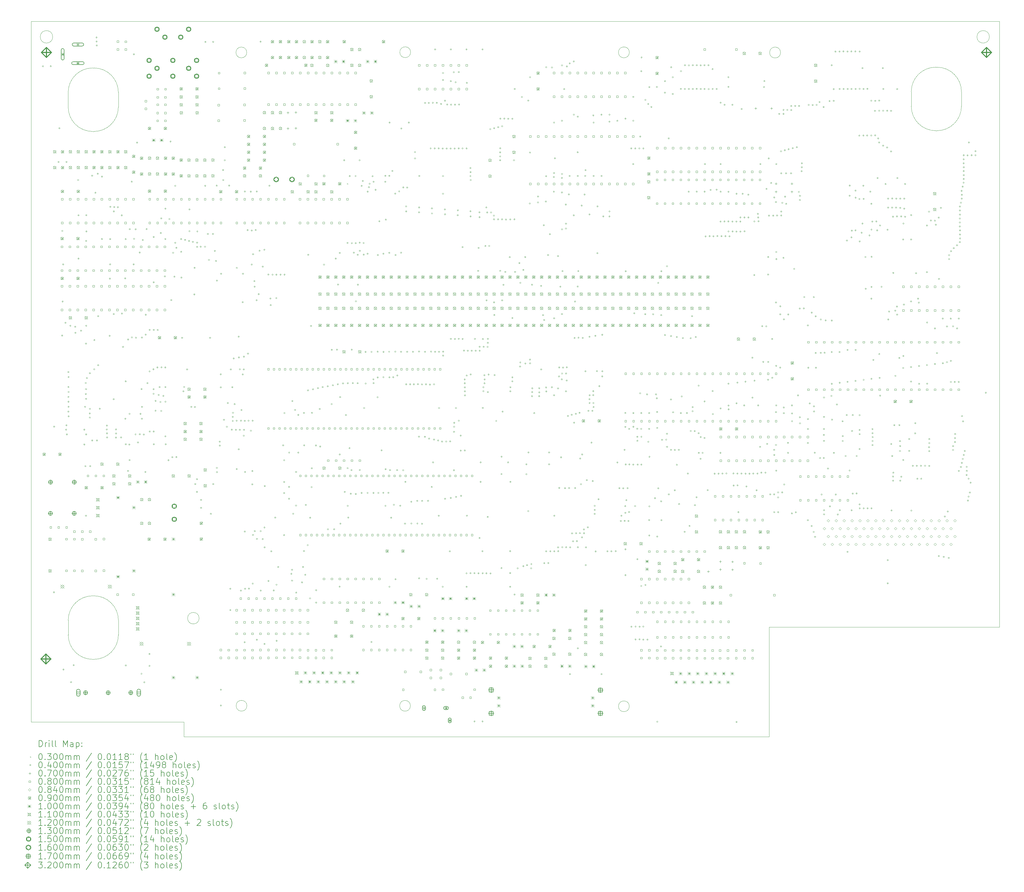
<source format=gbr>
%TF.GenerationSoftware,KiCad,Pcbnew,7.0.7*%
%TF.CreationDate,2023-08-19T15:45:24+01:00*%
%TF.ProjectId,NeoGeoAES3_5,4e656f47-656f-4414-9553-335f352e6b69,rev?*%
%TF.SameCoordinates,Original*%
%TF.FileFunction,Drillmap*%
%TF.FilePolarity,Positive*%
%FSLAX45Y45*%
G04 Gerber Fmt 4.5, Leading zero omitted, Abs format (unit mm)*
G04 Created by KiCad (PCBNEW 7.0.7) date 2023-08-19 15:45:24*
%MOMM*%
%LPD*%
G01*
G04 APERTURE LIST*
%ADD10C,0.100000*%
%ADD11C,0.200000*%
%ADD12C,0.030000*%
%ADD13C,0.040000*%
%ADD14C,0.070000*%
%ADD15C,0.080000*%
%ADD16C,0.084000*%
%ADD17C,0.090000*%
%ADD18C,0.110000*%
%ADD19C,0.120000*%
%ADD20C,0.130000*%
%ADD21C,0.150000*%
%ADD22C,0.160000*%
%ADD23C,0.170000*%
%ADD24C,0.320000*%
G04 APERTURE END LIST*
D10*
X15804179Y-4391660D02*
G75*
G03*
X15804179Y-4391660I-173019J0D01*
G01*
X34377500Y-3897500D02*
G75*
G03*
X34377500Y-3897500I-200000J0D01*
G01*
X10546379Y-4399280D02*
G75*
G03*
X10546379Y-4399280I-173019J0D01*
G01*
X6426340Y-6152120D02*
X6426340Y-5682120D01*
X27312000Y-26381000D02*
X8532000Y-26381000D01*
X27312000Y-22859000D02*
X27312000Y-26381000D01*
X4816340Y-6152120D02*
G75*
G03*
X5601340Y-6937120I785000J0D01*
G01*
X32695000Y-6912500D02*
G75*
G03*
X33480000Y-6127500I0J785000D01*
G01*
X4320000Y-3897500D02*
G75*
G03*
X4320000Y-3897500I-200000J0D01*
G01*
X5642500Y-21852500D02*
X5602500Y-21852500D01*
X6426340Y-5682120D02*
G75*
G03*
X5641340Y-4897120I-785000J0D01*
G01*
X22822223Y-25401087D02*
G75*
G03*
X22822223Y-25401087I-173019J0D01*
G01*
X5602500Y-21852500D02*
G75*
G03*
X4817500Y-22637500I0J-785000D01*
G01*
X9018000Y-22571000D02*
G75*
G03*
X9018000Y-22571000I-185000J0D01*
G01*
X5602500Y-23892500D02*
X5642500Y-23892500D01*
X6427500Y-23107500D02*
X6427500Y-22637500D01*
X33480000Y-6127500D02*
X33480000Y-5657500D01*
X32655000Y-6912500D02*
X32695000Y-6912500D01*
X5641340Y-4897120D02*
X5601340Y-4897120D01*
X3626000Y-3404000D02*
X34700000Y-3404000D01*
X8532000Y-25907000D02*
X3626000Y-25907000D01*
X5642500Y-23892500D02*
G75*
G03*
X6427500Y-23107500I0J785000D01*
G01*
X4817500Y-22637500D02*
X4817500Y-23107500D01*
X3626000Y-25907000D02*
X3626000Y-3404000D01*
X33480000Y-5657500D02*
G75*
G03*
X32695000Y-4872500I-785000J0D01*
G01*
X5641340Y-6937120D02*
G75*
G03*
X6426340Y-6152120I0J785000D01*
G01*
X34700000Y-3404000D02*
X34700000Y-22859000D01*
X15798875Y-25384760D02*
G75*
G03*
X15798875Y-25384760I-172795J0D01*
G01*
X10551483Y-25383307D02*
G75*
G03*
X10551483Y-25383307I-173019J0D01*
G01*
X4816340Y-5682120D02*
X4816340Y-6152120D01*
X32695000Y-4872500D02*
X32655000Y-4872500D01*
X5601340Y-6937120D02*
X5641340Y-6937120D01*
X5601340Y-4897120D02*
G75*
G03*
X4816340Y-5682120I0J-785000D01*
G01*
X31870000Y-6127500D02*
G75*
G03*
X32655000Y-6912500I785000J0D01*
G01*
X8532000Y-26381000D02*
X8532000Y-25907000D01*
X31870000Y-5657500D02*
X31870000Y-6127500D01*
X4817500Y-23107500D02*
G75*
G03*
X5602500Y-23892500I785000J0D01*
G01*
X6427500Y-22637500D02*
G75*
G03*
X5642500Y-21852500I-785000J0D01*
G01*
X22824440Y-4396740D02*
G75*
G03*
X22824440Y-4396740I-175260J0D01*
G01*
X27675840Y-4401820D02*
G75*
G03*
X27675840Y-4401820I-175260J0D01*
G01*
X32655000Y-4872500D02*
G75*
G03*
X31870000Y-5657500I0J-785000D01*
G01*
X34700000Y-22859000D02*
X27312000Y-22859000D01*
D11*
D12*
X13766000Y-8603000D02*
X13796000Y-8633000D01*
X13796000Y-8603000D02*
X13766000Y-8633000D01*
D13*
X4025580Y-4843780D02*
G75*
G03*
X4025580Y-4843780I-20000J0D01*
G01*
X4277040Y-4841240D02*
G75*
G03*
X4277040Y-4841240I-20000J0D01*
G01*
X4381180Y-21739860D02*
G75*
G03*
X4381180Y-21739860I-20000J0D01*
G01*
X4388000Y-16417000D02*
G75*
G03*
X4388000Y-16417000I-20000J0D01*
G01*
X4527500Y-7917500D02*
G75*
G03*
X4527500Y-7917500I-20000J0D01*
G01*
X4555000Y-6835000D02*
G75*
G03*
X4555000Y-6835000I-20000J0D01*
G01*
X4642000Y-13494000D02*
G75*
G03*
X4642000Y-13494000I-20000J0D01*
G01*
X4647000Y-10132000D02*
G75*
G03*
X4647000Y-10132000I-20000J0D01*
G01*
X4658000Y-12399000D02*
G75*
G03*
X4658000Y-12399000I-20000J0D01*
G01*
X4675000Y-11209000D02*
G75*
G03*
X4675000Y-11209000I-20000J0D01*
G01*
X4683440Y-24218900D02*
G75*
G03*
X4683440Y-24218900I-20000J0D01*
G01*
X4750000Y-13083000D02*
G75*
G03*
X4750000Y-13083000I-20000J0D01*
G01*
X4771000Y-16515000D02*
G75*
G03*
X4771000Y-16515000I-20000J0D01*
G01*
X4779000Y-16376000D02*
G75*
G03*
X4779000Y-16376000I-20000J0D01*
G01*
X4782500Y-7915000D02*
G75*
G03*
X4782500Y-7915000I-20000J0D01*
G01*
X4794000Y-16667000D02*
G75*
G03*
X4794000Y-16667000I-20000J0D01*
G01*
X4843000Y-14667000D02*
G75*
G03*
X4843000Y-14667000I-20000J0D01*
G01*
X4844000Y-15145000D02*
G75*
G03*
X4844000Y-15145000I-20000J0D01*
G01*
X4844000Y-15463000D02*
G75*
G03*
X4844000Y-15463000I-20000J0D01*
G01*
X4844000Y-15935000D02*
G75*
G03*
X4844000Y-15935000I-20000J0D01*
G01*
X4845000Y-15617000D02*
G75*
G03*
X4845000Y-15617000I-20000J0D01*
G01*
X4849000Y-15780000D02*
G75*
G03*
X4849000Y-15780000I-20000J0D01*
G01*
X4850000Y-14827000D02*
G75*
G03*
X4850000Y-14827000I-20000J0D01*
G01*
X4851000Y-15305000D02*
G75*
G03*
X4851000Y-15305000I-20000J0D01*
G01*
X4851000Y-16090000D02*
G75*
G03*
X4851000Y-16090000I-20000J0D01*
G01*
X4907000Y-13179000D02*
G75*
G03*
X4907000Y-13179000I-20000J0D01*
G01*
X4928000Y-24625000D02*
G75*
G03*
X4928000Y-24625000I-20000J0D01*
G01*
X5013640Y-24081740D02*
G75*
G03*
X5013640Y-24081740I-20000J0D01*
G01*
X5062000Y-13210000D02*
G75*
G03*
X5062000Y-13210000I-20000J0D01*
G01*
X5068000Y-13405000D02*
G75*
G03*
X5068000Y-13405000I-20000J0D01*
G01*
X5155000Y-8497000D02*
G75*
G03*
X5155000Y-8497000I-20000J0D01*
G01*
X5167000Y-9629000D02*
G75*
G03*
X5167000Y-9629000I-20000J0D01*
G01*
X5167000Y-11022000D02*
G75*
G03*
X5167000Y-11022000I-20000J0D01*
G01*
X5251000Y-13336000D02*
G75*
G03*
X5251000Y-13336000I-20000J0D01*
G01*
X5353000Y-16514000D02*
G75*
G03*
X5353000Y-16514000I-20000J0D01*
G01*
X5354000Y-16993000D02*
G75*
G03*
X5354000Y-16993000I-20000J0D01*
G01*
X5380000Y-15779000D02*
G75*
G03*
X5380000Y-15779000I-20000J0D01*
G01*
X5390000Y-17690000D02*
G75*
G03*
X5390000Y-17690000I-20000J0D01*
G01*
X5400000Y-15017000D02*
G75*
G03*
X5400000Y-15017000I-20000J0D01*
G01*
X5403000Y-15371000D02*
G75*
G03*
X5403000Y-15371000I-20000J0D01*
G01*
X5407340Y-19278600D02*
G75*
G03*
X5407340Y-19278600I-20000J0D01*
G01*
X5408000Y-13749000D02*
G75*
G03*
X5408000Y-13749000I-20000J0D01*
G01*
X5409000Y-15213000D02*
G75*
G03*
X5409000Y-15213000I-20000J0D01*
G01*
X5410000Y-15526000D02*
G75*
G03*
X5410000Y-15526000I-20000J0D01*
G01*
X5412000Y-16667000D02*
G75*
G03*
X5412000Y-16667000I-20000J0D01*
G01*
X5414000Y-10453000D02*
G75*
G03*
X5414000Y-10453000I-20000J0D01*
G01*
X5415000Y-13179000D02*
G75*
G03*
X5415000Y-13179000I-20000J0D01*
G01*
X5418000Y-9626000D02*
G75*
G03*
X5418000Y-9626000I-20000J0D01*
G01*
X5421000Y-10149000D02*
G75*
G03*
X5421000Y-10149000I-20000J0D01*
G01*
X5439000Y-14856000D02*
G75*
G03*
X5439000Y-14856000I-20000J0D01*
G01*
X5531000Y-15994000D02*
G75*
G03*
X5531000Y-15994000I-20000J0D01*
G01*
X5532000Y-16126000D02*
G75*
G03*
X5532000Y-16126000I-20000J0D01*
G01*
X5534000Y-14702000D02*
G75*
G03*
X5534000Y-14702000I-20000J0D01*
G01*
X5534000Y-15846000D02*
G75*
G03*
X5534000Y-15846000I-20000J0D01*
G01*
X5542000Y-17688000D02*
G75*
G03*
X5542000Y-17688000I-20000J0D01*
G01*
X5605000Y-8359000D02*
G75*
G03*
X5605000Y-8359000I-20000J0D01*
G01*
X5607000Y-16862000D02*
G75*
G03*
X5607000Y-16862000I-20000J0D01*
G01*
X5671000Y-14577000D02*
G75*
G03*
X5671000Y-14577000I-20000J0D01*
G01*
X5677000Y-13639000D02*
G75*
G03*
X5677000Y-13639000I-20000J0D01*
G01*
X5711000Y-8906000D02*
G75*
G03*
X5711000Y-8906000I-20000J0D01*
G01*
X5746000Y-3918000D02*
G75*
G03*
X5746000Y-3918000I-20000J0D01*
G01*
X5748000Y-4046000D02*
G75*
G03*
X5748000Y-4046000I-20000J0D01*
G01*
X5752000Y-4175000D02*
G75*
G03*
X5752000Y-4175000I-20000J0D01*
G01*
X5761000Y-16864000D02*
G75*
G03*
X5761000Y-16864000I-20000J0D01*
G01*
X5786000Y-8296000D02*
G75*
G03*
X5786000Y-8296000I-20000J0D01*
G01*
X5798000Y-14447000D02*
G75*
G03*
X5798000Y-14447000I-20000J0D01*
G01*
X5799000Y-12869000D02*
G75*
G03*
X5799000Y-12869000I-20000J0D01*
G01*
X5852000Y-15843000D02*
G75*
G03*
X5852000Y-15843000I-20000J0D01*
G01*
X5921000Y-10390000D02*
G75*
G03*
X5921000Y-10390000I-20000J0D01*
G01*
X5922000Y-8389000D02*
G75*
G03*
X5922000Y-8389000I-20000J0D01*
G01*
X6076000Y-16509000D02*
G75*
G03*
X6076000Y-16509000I-20000J0D01*
G01*
X6081000Y-16383000D02*
G75*
G03*
X6081000Y-16383000I-20000J0D01*
G01*
X6082000Y-16634000D02*
G75*
G03*
X6082000Y-16634000I-20000J0D01*
G01*
X6084000Y-16765000D02*
G75*
G03*
X6084000Y-16765000I-20000J0D01*
G01*
X6165000Y-13501000D02*
G75*
G03*
X6165000Y-13501000I-20000J0D01*
G01*
X6175000Y-11662000D02*
G75*
G03*
X6175000Y-11662000I-20000J0D01*
G01*
X6181000Y-11205000D02*
G75*
G03*
X6181000Y-11205000I-20000J0D01*
G01*
X6184000Y-10392000D02*
G75*
G03*
X6184000Y-10392000I-20000J0D01*
G01*
X6191000Y-9358000D02*
G75*
G03*
X6191000Y-9358000I-20000J0D01*
G01*
X6296000Y-15537000D02*
G75*
G03*
X6296000Y-15537000I-20000J0D01*
G01*
X6299000Y-12804000D02*
G75*
G03*
X6299000Y-12804000I-20000J0D01*
G01*
X6303000Y-9506000D02*
G75*
G03*
X6303000Y-9506000I-20000J0D01*
G01*
X6314000Y-9364000D02*
G75*
G03*
X6314000Y-9364000I-20000J0D01*
G01*
X6369000Y-16770000D02*
G75*
G03*
X6369000Y-16770000I-20000J0D01*
G01*
X6371000Y-16509000D02*
G75*
G03*
X6371000Y-16509000I-20000J0D01*
G01*
X6373000Y-16638000D02*
G75*
G03*
X6373000Y-16638000I-20000J0D01*
G01*
X6432000Y-9371000D02*
G75*
G03*
X6432000Y-9371000I-20000J0D01*
G01*
X6533000Y-16764000D02*
G75*
G03*
X6533000Y-16764000I-20000J0D01*
G01*
X6556000Y-9633000D02*
G75*
G03*
X6556000Y-9633000I-20000J0D01*
G01*
X6564000Y-12786000D02*
G75*
G03*
X6564000Y-12786000I-20000J0D01*
G01*
X6596000Y-13855000D02*
G75*
G03*
X6596000Y-13855000I-20000J0D01*
G01*
X6667000Y-11655000D02*
G75*
G03*
X6667000Y-11655000I-20000J0D01*
G01*
X6671000Y-16163000D02*
G75*
G03*
X6671000Y-16163000I-20000J0D01*
G01*
X6681000Y-10396000D02*
G75*
G03*
X6681000Y-10396000I-20000J0D01*
G01*
X6683000Y-14962000D02*
G75*
G03*
X6683000Y-14962000I-20000J0D01*
G01*
X6684000Y-16985000D02*
G75*
G03*
X6684000Y-16985000I-20000J0D01*
G01*
X6684960Y-24089360D02*
G75*
G03*
X6684960Y-24089360I-20000J0D01*
G01*
X6758000Y-17841000D02*
G75*
G03*
X6758000Y-17841000I-20000J0D01*
G01*
X6759000Y-13620000D02*
G75*
G03*
X6759000Y-13620000I-20000J0D01*
G01*
X6801000Y-16994000D02*
G75*
G03*
X6801000Y-16994000I-20000J0D01*
G01*
X6806000Y-16007000D02*
G75*
G03*
X6806000Y-16007000I-20000J0D01*
G01*
X6808000Y-17495000D02*
G75*
G03*
X6808000Y-17495000I-20000J0D01*
G01*
X6812000Y-10076000D02*
G75*
G03*
X6812000Y-10076000I-20000J0D01*
G01*
X6876000Y-8550000D02*
G75*
G03*
X6876000Y-8550000I-20000J0D01*
G01*
X6881000Y-13553000D02*
G75*
G03*
X6881000Y-13553000I-20000J0D01*
G01*
X6937000Y-11206000D02*
G75*
G03*
X6937000Y-11206000I-20000J0D01*
G01*
X6945000Y-4457500D02*
G75*
G03*
X6945000Y-4457500I-20000J0D01*
G01*
X6951000Y-10385000D02*
G75*
G03*
X6951000Y-10385000I-20000J0D01*
G01*
X6999000Y-16668000D02*
G75*
G03*
X6999000Y-16668000I-20000J0D01*
G01*
X7001000Y-10079000D02*
G75*
G03*
X7001000Y-10079000I-20000J0D01*
G01*
X7011000Y-13561000D02*
G75*
G03*
X7011000Y-13561000I-20000J0D01*
G01*
X7047500Y-7297500D02*
G75*
G03*
X7047500Y-7297500I-20000J0D01*
G01*
X7076000Y-16924000D02*
G75*
G03*
X7076000Y-16924000I-20000J0D01*
G01*
X7133000Y-10824000D02*
G75*
G03*
X7133000Y-10824000I-20000J0D01*
G01*
X7134000Y-16665000D02*
G75*
G03*
X7134000Y-16665000I-20000J0D01*
G01*
X7157000Y-16006000D02*
G75*
G03*
X7157000Y-16006000I-20000J0D01*
G01*
X7187880Y-24356060D02*
G75*
G03*
X7187880Y-24356060I-20000J0D01*
G01*
X7191000Y-15211000D02*
G75*
G03*
X7191000Y-15211000I-20000J0D01*
G01*
X7201000Y-16163000D02*
G75*
G03*
X7201000Y-16163000I-20000J0D01*
G01*
X7203000Y-13555000D02*
G75*
G03*
X7203000Y-13555000I-20000J0D01*
G01*
X7207000Y-15782000D02*
G75*
G03*
X7207000Y-15782000I-20000J0D01*
G01*
X7232000Y-10422000D02*
G75*
G03*
X7232000Y-10422000I-20000J0D01*
G01*
X7265000Y-16673000D02*
G75*
G03*
X7265000Y-16673000I-20000J0D01*
G01*
X7281000Y-24629000D02*
G75*
G03*
X7281000Y-24629000I-20000J0D01*
G01*
X7314000Y-17873000D02*
G75*
G03*
X7314000Y-17873000I-20000J0D01*
G01*
X7323000Y-13463000D02*
G75*
G03*
X7323000Y-13463000I-20000J0D01*
G01*
X7327000Y-12823000D02*
G75*
G03*
X7327000Y-12823000I-20000J0D01*
G01*
X7354000Y-10073000D02*
G75*
G03*
X7354000Y-10073000I-20000J0D01*
G01*
X7381000Y-15021000D02*
G75*
G03*
X7381000Y-15021000I-20000J0D01*
G01*
X7444420Y-23721060D02*
G75*
G03*
X7444420Y-23721060I-20000J0D01*
G01*
X7446960Y-24102060D02*
G75*
G03*
X7446960Y-24102060I-20000J0D01*
G01*
X7448000Y-14645000D02*
G75*
G03*
X7448000Y-14645000I-20000J0D01*
G01*
X7451000Y-13311000D02*
G75*
G03*
X7451000Y-13311000I-20000J0D01*
G01*
X7455000Y-16575000D02*
G75*
G03*
X7455000Y-16575000I-20000J0D01*
G01*
X7573000Y-14578000D02*
G75*
G03*
X7573000Y-14578000I-20000J0D01*
G01*
X7577000Y-15214000D02*
G75*
G03*
X7577000Y-15214000I-20000J0D01*
G01*
X7577000Y-15365000D02*
G75*
G03*
X7577000Y-15365000I-20000J0D01*
G01*
X7580000Y-10324000D02*
G75*
G03*
X7580000Y-10324000I-20000J0D01*
G01*
X7581000Y-11782000D02*
G75*
G03*
X7581000Y-11782000I-20000J0D01*
G01*
X7581000Y-13311000D02*
G75*
G03*
X7581000Y-13311000I-20000J0D01*
G01*
X7581000Y-16575000D02*
G75*
G03*
X7581000Y-16575000I-20000J0D01*
G01*
X7585000Y-16985000D02*
G75*
G03*
X7585000Y-16985000I-20000J0D01*
G01*
X7641000Y-15590000D02*
G75*
G03*
X7641000Y-15590000I-20000J0D01*
G01*
X7642000Y-15907000D02*
G75*
G03*
X7642000Y-15907000I-20000J0D01*
G01*
X7698000Y-14519000D02*
G75*
G03*
X7698000Y-14519000I-20000J0D01*
G01*
X7708000Y-13312000D02*
G75*
G03*
X7708000Y-13312000I-20000J0D01*
G01*
X7742000Y-15398000D02*
G75*
G03*
X7742000Y-15398000I-20000J0D01*
G01*
X7770000Y-15148000D02*
G75*
G03*
X7770000Y-15148000I-20000J0D01*
G01*
X7796000Y-15625000D02*
G75*
G03*
X7796000Y-15625000I-20000J0D01*
G01*
X7808000Y-10201000D02*
G75*
G03*
X7808000Y-10201000I-20000J0D01*
G01*
X7821000Y-15915000D02*
G75*
G03*
X7821000Y-15915000I-20000J0D01*
G01*
X7825000Y-9729000D02*
G75*
G03*
X7825000Y-9729000I-20000J0D01*
G01*
X7829000Y-14515000D02*
G75*
G03*
X7829000Y-14515000I-20000J0D01*
G01*
X7890000Y-15430000D02*
G75*
G03*
X7890000Y-15430000I-20000J0D01*
G01*
X7938000Y-11593000D02*
G75*
G03*
X7938000Y-11593000I-20000J0D01*
G01*
X7952000Y-14518000D02*
G75*
G03*
X7952000Y-14518000I-20000J0D01*
G01*
X7955000Y-10392000D02*
G75*
G03*
X7955000Y-10392000I-20000J0D01*
G01*
X7956000Y-9414000D02*
G75*
G03*
X7956000Y-9414000I-20000J0D01*
G01*
X7956000Y-15146000D02*
G75*
G03*
X7956000Y-15146000I-20000J0D01*
G01*
X7956000Y-15618000D02*
G75*
G03*
X7956000Y-15618000I-20000J0D01*
G01*
X7956000Y-16729000D02*
G75*
G03*
X7956000Y-16729000I-20000J0D01*
G01*
X7967000Y-16985000D02*
G75*
G03*
X7967000Y-16985000I-20000J0D01*
G01*
X8055000Y-17500000D02*
G75*
G03*
X8055000Y-17500000I-20000J0D01*
G01*
X8084000Y-9750000D02*
G75*
G03*
X8084000Y-9750000I-20000J0D01*
G01*
X8121000Y-7259000D02*
G75*
G03*
X8121000Y-7259000I-20000J0D01*
G01*
X8146000Y-12354000D02*
G75*
G03*
X8146000Y-12354000I-20000J0D01*
G01*
X8180000Y-17400000D02*
G75*
G03*
X8180000Y-17400000I-20000J0D01*
G01*
X8203000Y-10834000D02*
G75*
G03*
X8203000Y-10834000I-20000J0D01*
G01*
X8246000Y-11602000D02*
G75*
G03*
X8246000Y-11602000I-20000J0D01*
G01*
X8271000Y-8683000D02*
G75*
G03*
X8271000Y-8683000I-20000J0D01*
G01*
X8271000Y-10511000D02*
G75*
G03*
X8271000Y-10511000I-20000J0D01*
G01*
X8309000Y-17398000D02*
G75*
G03*
X8309000Y-17398000I-20000J0D01*
G01*
X8310000Y-10674000D02*
G75*
G03*
X8310000Y-10674000I-20000J0D01*
G01*
X8460000Y-10396000D02*
G75*
G03*
X8460000Y-10396000I-20000J0D01*
G01*
X8463000Y-10802000D02*
G75*
G03*
X8463000Y-10802000I-20000J0D01*
G01*
X8469000Y-11630000D02*
G75*
G03*
X8469000Y-11630000I-20000J0D01*
G01*
X8494000Y-13566000D02*
G75*
G03*
X8494000Y-13566000I-20000J0D01*
G01*
X8534000Y-15284000D02*
G75*
G03*
X8534000Y-15284000I-20000J0D01*
G01*
X8557000Y-15143000D02*
G75*
G03*
X8557000Y-15143000I-20000J0D01*
G01*
X8588000Y-10420000D02*
G75*
G03*
X8588000Y-10420000I-20000J0D01*
G01*
X8653000Y-14582000D02*
G75*
G03*
X8653000Y-14582000I-20000J0D01*
G01*
X8714000Y-10452000D02*
G75*
G03*
X8714000Y-10452000I-20000J0D01*
G01*
X8728000Y-10140000D02*
G75*
G03*
X8728000Y-10140000I-20000J0D01*
G01*
X8729000Y-9441000D02*
G75*
G03*
X8729000Y-9441000I-20000J0D01*
G01*
X8788000Y-15783000D02*
G75*
G03*
X8788000Y-15783000I-20000J0D01*
G01*
X8838000Y-10481000D02*
G75*
G03*
X8838000Y-10481000I-20000J0D01*
G01*
X8885000Y-12171000D02*
G75*
G03*
X8885000Y-12171000I-20000J0D01*
G01*
X8893000Y-11317000D02*
G75*
G03*
X8893000Y-11317000I-20000J0D01*
G01*
X8904000Y-15789000D02*
G75*
G03*
X8904000Y-15789000I-20000J0D01*
G01*
X8914000Y-18262000D02*
G75*
G03*
X8914000Y-18262000I-20000J0D01*
G01*
X8968000Y-18512000D02*
G75*
G03*
X8968000Y-18512000I-20000J0D01*
G01*
X8971000Y-18105000D02*
G75*
G03*
X8971000Y-18105000I-20000J0D01*
G01*
X8973000Y-10506000D02*
G75*
G03*
X8973000Y-10506000I-20000J0D01*
G01*
X8974000Y-10645000D02*
G75*
G03*
X8974000Y-10645000I-20000J0D01*
G01*
X8980000Y-10148000D02*
G75*
G03*
X8980000Y-10148000I-20000J0D01*
G01*
X9090000Y-10638000D02*
G75*
G03*
X9090000Y-10638000I-20000J0D01*
G01*
X9100500Y-19027140D02*
G75*
G03*
X9100500Y-19027140I-20000J0D01*
G01*
X9101000Y-18774000D02*
G75*
G03*
X9101000Y-18774000I-20000J0D01*
G01*
X9228000Y-10640000D02*
G75*
G03*
X9228000Y-10640000I-20000J0D01*
G01*
X9233000Y-8682000D02*
G75*
G03*
X9233000Y-8682000I-20000J0D01*
G01*
X9239000Y-4062000D02*
G75*
G03*
X9239000Y-4062000I-20000J0D01*
G01*
X9319000Y-10230000D02*
G75*
G03*
X9319000Y-10230000I-20000J0D01*
G01*
X9354000Y-11062000D02*
G75*
G03*
X9354000Y-11062000I-20000J0D01*
G01*
X9389000Y-13565000D02*
G75*
G03*
X9389000Y-13565000I-20000J0D01*
G01*
X9415000Y-19218000D02*
G75*
G03*
X9415000Y-19218000I-20000J0D01*
G01*
X9482000Y-10227000D02*
G75*
G03*
X9482000Y-10227000I-20000J0D01*
G01*
X9488000Y-4059000D02*
G75*
G03*
X9488000Y-4059000I-20000J0D01*
G01*
X9492000Y-18264000D02*
G75*
G03*
X9492000Y-18264000I-20000J0D01*
G01*
X9543000Y-10773000D02*
G75*
G03*
X9543000Y-10773000I-20000J0D01*
G01*
X9580000Y-11095000D02*
G75*
G03*
X9580000Y-11095000I-20000J0D01*
G01*
X9602000Y-8677000D02*
G75*
G03*
X9602000Y-8677000I-20000J0D01*
G01*
X9608000Y-17744000D02*
G75*
G03*
X9608000Y-17744000I-20000J0D01*
G01*
X9609000Y-17880000D02*
G75*
G03*
X9609000Y-17880000I-20000J0D01*
G01*
X9611000Y-11729000D02*
G75*
G03*
X9611000Y-11729000I-20000J0D01*
G01*
X9698000Y-16900000D02*
G75*
G03*
X9698000Y-16900000I-20000J0D01*
G01*
X9704000Y-17027000D02*
G75*
G03*
X9704000Y-17027000I-20000J0D01*
G01*
X9733000Y-14739000D02*
G75*
G03*
X9733000Y-14739000I-20000J0D01*
G01*
X9733000Y-15157000D02*
G75*
G03*
X9733000Y-15157000I-20000J0D01*
G01*
X9738040Y-24866600D02*
G75*
G03*
X9738040Y-24866600I-20000J0D01*
G01*
X9738040Y-25374600D02*
G75*
G03*
X9738040Y-25374600I-20000J0D01*
G01*
X9743000Y-11506000D02*
G75*
G03*
X9743000Y-11506000I-20000J0D01*
G01*
X9807500Y-8175000D02*
G75*
G03*
X9807500Y-8175000I-20000J0D01*
G01*
X9812000Y-8496000D02*
G75*
G03*
X9812000Y-8496000I-20000J0D01*
G01*
X9835000Y-16196000D02*
G75*
G03*
X9835000Y-16196000I-20000J0D01*
G01*
X9862500Y-7445000D02*
G75*
G03*
X9862500Y-7445000I-20000J0D01*
G01*
X9862500Y-7862500D02*
G75*
G03*
X9862500Y-7862500I-20000J0D01*
G01*
X9930000Y-16421000D02*
G75*
G03*
X9930000Y-16421000I-20000J0D01*
G01*
X9961000Y-15660000D02*
G75*
G03*
X9961000Y-15660000I-20000J0D01*
G01*
X10002000Y-8677000D02*
G75*
G03*
X10002000Y-8677000I-20000J0D01*
G01*
X10039000Y-21625000D02*
G75*
G03*
X10039000Y-21625000I-20000J0D01*
G01*
X10040000Y-22311000D02*
G75*
G03*
X10040000Y-22311000I-20000J0D01*
G01*
X10054000Y-14581000D02*
G75*
G03*
X10054000Y-14581000I-20000J0D01*
G01*
X10085000Y-16516000D02*
G75*
G03*
X10085000Y-16516000I-20000J0D01*
G01*
X10103000Y-15151000D02*
G75*
G03*
X10103000Y-15151000I-20000J0D01*
G01*
X10117000Y-16105000D02*
G75*
G03*
X10117000Y-16105000I-20000J0D01*
G01*
X10118000Y-16236000D02*
G75*
G03*
X10118000Y-16236000I-20000J0D01*
G01*
X10124000Y-15974000D02*
G75*
G03*
X10124000Y-15974000I-20000J0D01*
G01*
X10149000Y-14228000D02*
G75*
G03*
X10149000Y-14228000I-20000J0D01*
G01*
X10177000Y-15696000D02*
G75*
G03*
X10177000Y-15696000I-20000J0D01*
G01*
X10221000Y-16519000D02*
G75*
G03*
X10221000Y-16519000I-20000J0D01*
G01*
X10243000Y-16226000D02*
G75*
G03*
X10243000Y-16226000I-20000J0D01*
G01*
X10246000Y-17780000D02*
G75*
G03*
X10246000Y-17780000I-20000J0D01*
G01*
X10248000Y-11317000D02*
G75*
G03*
X10248000Y-11317000I-20000J0D01*
G01*
X10308000Y-13529000D02*
G75*
G03*
X10308000Y-13529000I-20000J0D01*
G01*
X10309000Y-17147000D02*
G75*
G03*
X10309000Y-17147000I-20000J0D01*
G01*
X10315000Y-14197000D02*
G75*
G03*
X10315000Y-14197000I-20000J0D01*
G01*
X10345000Y-16522000D02*
G75*
G03*
X10345000Y-16522000I-20000J0D01*
G01*
X10346000Y-14576000D02*
G75*
G03*
X10346000Y-14576000I-20000J0D01*
G01*
X10379000Y-21683000D02*
G75*
G03*
X10379000Y-21683000I-20000J0D01*
G01*
X10381000Y-16226000D02*
G75*
G03*
X10381000Y-16226000I-20000J0D01*
G01*
X10399000Y-15884000D02*
G75*
G03*
X10399000Y-15884000I-20000J0D01*
G01*
X10435000Y-12423000D02*
G75*
G03*
X10435000Y-12423000I-20000J0D01*
G01*
X10439000Y-14743000D02*
G75*
G03*
X10439000Y-14743000I-20000J0D01*
G01*
X10444000Y-11506000D02*
G75*
G03*
X10444000Y-11506000I-20000J0D01*
G01*
X10471000Y-14582000D02*
G75*
G03*
X10471000Y-14582000I-20000J0D01*
G01*
X10471000Y-16710000D02*
G75*
G03*
X10471000Y-16710000I-20000J0D01*
G01*
X10477000Y-14168000D02*
G75*
G03*
X10477000Y-14168000I-20000J0D01*
G01*
X10477000Y-16520000D02*
G75*
G03*
X10477000Y-16520000I-20000J0D01*
G01*
X10501000Y-23343000D02*
G75*
G03*
X10501000Y-23343000I-20000J0D01*
G01*
X10502000Y-16231000D02*
G75*
G03*
X10502000Y-16231000I-20000J0D01*
G01*
X10502580Y-19789140D02*
G75*
G03*
X10502580Y-19789140I-20000J0D01*
G01*
X10508000Y-8867000D02*
G75*
G03*
X10508000Y-8867000I-20000J0D01*
G01*
X10511000Y-17874000D02*
G75*
G03*
X10511000Y-17874000I-20000J0D01*
G01*
X10512000Y-21625000D02*
G75*
G03*
X10512000Y-21625000I-20000J0D01*
G01*
X10596000Y-10107000D02*
G75*
G03*
X10596000Y-10107000I-20000J0D01*
G01*
X10605000Y-14073000D02*
G75*
G03*
X10605000Y-14073000I-20000J0D01*
G01*
X10624000Y-16228000D02*
G75*
G03*
X10624000Y-16228000I-20000J0D01*
G01*
X10636000Y-21622000D02*
G75*
G03*
X10636000Y-21622000I-20000J0D01*
G01*
X10696000Y-8868000D02*
G75*
G03*
X10696000Y-8868000I-20000J0D01*
G01*
X10700000Y-16548000D02*
G75*
G03*
X10700000Y-16548000I-20000J0D01*
G01*
X10725000Y-11212000D02*
G75*
G03*
X10725000Y-11212000I-20000J0D01*
G01*
X10727000Y-10119000D02*
G75*
G03*
X10727000Y-10119000I-20000J0D01*
G01*
X10746000Y-17845000D02*
G75*
G03*
X10746000Y-17845000I-20000J0D01*
G01*
X10746000Y-18271000D02*
G75*
G03*
X10746000Y-18271000I-20000J0D01*
G01*
X10754000Y-16227000D02*
G75*
G03*
X10754000Y-16227000I-20000J0D01*
G01*
X10758000Y-21460000D02*
G75*
G03*
X10758000Y-21460000I-20000J0D01*
G01*
X10768000Y-19899000D02*
G75*
G03*
X10768000Y-19899000I-20000J0D01*
G01*
X10769000Y-10881000D02*
G75*
G03*
X10769000Y-10881000I-20000J0D01*
G01*
X10814000Y-11743000D02*
G75*
G03*
X10814000Y-11743000I-20000J0D01*
G01*
X10820000Y-11920000D02*
G75*
G03*
X10820000Y-11920000I-20000J0D01*
G01*
X10826000Y-19773000D02*
G75*
G03*
X10826000Y-19773000I-20000J0D01*
G01*
X10854000Y-10104000D02*
G75*
G03*
X10854000Y-10104000I-20000J0D01*
G01*
X10881000Y-12358000D02*
G75*
G03*
X10881000Y-12358000I-20000J0D01*
G01*
X10890000Y-8867000D02*
G75*
G03*
X10890000Y-8867000I-20000J0D01*
G01*
X10891000Y-23265000D02*
G75*
G03*
X10891000Y-23265000I-20000J0D01*
G01*
X10895000Y-20026000D02*
G75*
G03*
X10895000Y-20026000I-20000J0D01*
G01*
X10950000Y-12166000D02*
G75*
G03*
X10950000Y-12166000I-20000J0D01*
G01*
X10978000Y-10768000D02*
G75*
G03*
X10978000Y-10768000I-20000J0D01*
G01*
X11011000Y-4053000D02*
G75*
G03*
X11011000Y-4053000I-20000J0D01*
G01*
X11013000Y-19776000D02*
G75*
G03*
X11013000Y-19776000I-20000J0D01*
G01*
X11016000Y-21685000D02*
G75*
G03*
X11016000Y-21685000I-20000J0D01*
G01*
X11079000Y-11279000D02*
G75*
G03*
X11079000Y-11279000I-20000J0D01*
G01*
X11080000Y-20031000D02*
G75*
G03*
X11080000Y-20031000I-20000J0D01*
G01*
X11133000Y-10736000D02*
G75*
G03*
X11133000Y-10736000I-20000J0D01*
G01*
X11133000Y-19658000D02*
G75*
G03*
X11133000Y-19658000I-20000J0D01*
G01*
X11136000Y-23400000D02*
G75*
G03*
X11136000Y-23400000I-20000J0D01*
G01*
X11139000Y-20295000D02*
G75*
G03*
X11139000Y-20295000I-20000J0D01*
G01*
X11145000Y-18327000D02*
G75*
G03*
X11145000Y-18327000I-20000J0D01*
G01*
X11260000Y-11533000D02*
G75*
G03*
X11260000Y-11533000I-20000J0D01*
G01*
X11263000Y-21373000D02*
G75*
G03*
X11263000Y-21373000I-20000J0D01*
G01*
X11295000Y-8678000D02*
G75*
G03*
X11295000Y-8678000I-20000J0D01*
G01*
X11325000Y-12302000D02*
G75*
G03*
X11325000Y-12302000I-20000J0D01*
G01*
X11335000Y-12517000D02*
G75*
G03*
X11335000Y-12517000I-20000J0D01*
G01*
X11355000Y-20424000D02*
G75*
G03*
X11355000Y-20424000I-20000J0D01*
G01*
X11394000Y-11537000D02*
G75*
G03*
X11394000Y-11537000I-20000J0D01*
G01*
X11433000Y-21681000D02*
G75*
G03*
X11433000Y-21681000I-20000J0D01*
G01*
X11481000Y-19341000D02*
G75*
G03*
X11481000Y-19341000I-20000J0D01*
G01*
X11515000Y-12291000D02*
G75*
G03*
X11515000Y-12291000I-20000J0D01*
G01*
X11516000Y-11536000D02*
G75*
G03*
X11516000Y-11536000I-20000J0D01*
G01*
X11521000Y-21495000D02*
G75*
G03*
X11521000Y-21495000I-20000J0D01*
G01*
X11526000Y-23296000D02*
G75*
G03*
X11526000Y-23296000I-20000J0D01*
G01*
X11575000Y-20925000D02*
G75*
G03*
X11575000Y-20925000I-20000J0D01*
G01*
X11651000Y-11535000D02*
G75*
G03*
X11651000Y-11535000I-20000J0D01*
G01*
X11734000Y-17019000D02*
G75*
G03*
X11734000Y-17019000I-20000J0D01*
G01*
X11765000Y-19903000D02*
G75*
G03*
X11765000Y-19903000I-20000J0D01*
G01*
X11766000Y-17498000D02*
G75*
G03*
X11766000Y-17498000I-20000J0D01*
G01*
X11766000Y-18194000D02*
G75*
G03*
X11766000Y-18194000I-20000J0D01*
G01*
X11766000Y-18550000D02*
G75*
G03*
X11766000Y-18550000I-20000J0D01*
G01*
X11775000Y-15981000D02*
G75*
G03*
X11775000Y-15981000I-20000J0D01*
G01*
X11778000Y-11535000D02*
G75*
G03*
X11778000Y-11535000I-20000J0D01*
G01*
X11925000Y-18351000D02*
G75*
G03*
X11925000Y-18351000I-20000J0D01*
G01*
X11925000Y-18733000D02*
G75*
G03*
X11925000Y-18733000I-20000J0D01*
G01*
X11926000Y-17252000D02*
G75*
G03*
X11926000Y-17252000I-20000J0D01*
G01*
X11997000Y-21145000D02*
G75*
G03*
X11997000Y-21145000I-20000J0D01*
G01*
X12020000Y-21017000D02*
G75*
G03*
X12020000Y-21017000I-20000J0D01*
G01*
X12021000Y-21365000D02*
G75*
G03*
X12021000Y-21365000I-20000J0D01*
G01*
X12030000Y-15596000D02*
G75*
G03*
X12030000Y-15596000I-20000J0D01*
G01*
X12057000Y-19216000D02*
G75*
G03*
X12057000Y-19216000I-20000J0D01*
G01*
X12115000Y-15882000D02*
G75*
G03*
X12115000Y-15882000I-20000J0D01*
G01*
X12149000Y-18954000D02*
G75*
G03*
X12149000Y-18954000I-20000J0D01*
G01*
X12151000Y-17874000D02*
G75*
G03*
X12151000Y-17874000I-20000J0D01*
G01*
X12154000Y-21749000D02*
G75*
G03*
X12154000Y-21749000I-20000J0D01*
G01*
X12220000Y-16041000D02*
G75*
G03*
X12220000Y-16041000I-20000J0D01*
G01*
X12221000Y-17252000D02*
G75*
G03*
X12221000Y-17252000I-20000J0D01*
G01*
X12339000Y-21421000D02*
G75*
G03*
X12339000Y-21421000I-20000J0D01*
G01*
X12372000Y-20927000D02*
G75*
G03*
X12372000Y-20927000I-20000J0D01*
G01*
X12402000Y-15978000D02*
G75*
G03*
X12402000Y-15978000I-20000J0D01*
G01*
X12404000Y-20414000D02*
G75*
G03*
X12404000Y-20414000I-20000J0D01*
G01*
X12408000Y-17020000D02*
G75*
G03*
X12408000Y-17020000I-20000J0D01*
G01*
X12444000Y-21178000D02*
G75*
G03*
X12444000Y-21178000I-20000J0D01*
G01*
X12464000Y-18933000D02*
G75*
G03*
X12464000Y-18933000I-20000J0D01*
G01*
X12522000Y-20224000D02*
G75*
G03*
X12522000Y-20224000I-20000J0D01*
G01*
X12531000Y-15252000D02*
G75*
G03*
X12531000Y-15252000I-20000J0D01*
G01*
X12541000Y-10898000D02*
G75*
G03*
X12541000Y-10898000I-20000J0D01*
G01*
X12596000Y-21934000D02*
G75*
G03*
X12596000Y-21934000I-20000J0D01*
G01*
X12600000Y-19344000D02*
G75*
G03*
X12600000Y-19344000I-20000J0D01*
G01*
X12629000Y-13184000D02*
G75*
G03*
X12629000Y-13184000I-20000J0D01*
G01*
X12647000Y-18361000D02*
G75*
G03*
X12647000Y-18361000I-20000J0D01*
G01*
X12653000Y-17755000D02*
G75*
G03*
X12653000Y-17755000I-20000J0D01*
G01*
X12660000Y-15976000D02*
G75*
G03*
X12660000Y-15976000I-20000J0D01*
G01*
X12692000Y-15218000D02*
G75*
G03*
X12692000Y-15218000I-20000J0D01*
G01*
X12786000Y-17024000D02*
G75*
G03*
X12786000Y-17024000I-20000J0D01*
G01*
X12792000Y-21673000D02*
G75*
G03*
X12792000Y-21673000I-20000J0D01*
G01*
X12792000Y-22071000D02*
G75*
G03*
X12792000Y-22071000I-20000J0D01*
G01*
X12853000Y-15182000D02*
G75*
G03*
X12853000Y-15182000I-20000J0D01*
G01*
X12908000Y-15851000D02*
G75*
G03*
X12908000Y-15851000I-20000J0D01*
G01*
X12923000Y-17055000D02*
G75*
G03*
X12923000Y-17055000I-20000J0D01*
G01*
X13001000Y-15149000D02*
G75*
G03*
X13001000Y-15149000I-20000J0D01*
G01*
X13046000Y-11214000D02*
G75*
G03*
X13046000Y-11214000I-20000J0D01*
G01*
X13166000Y-15121000D02*
G75*
G03*
X13166000Y-15121000I-20000J0D01*
G01*
X13171000Y-19716000D02*
G75*
G03*
X13171000Y-19716000I-20000J0D01*
G01*
X13290000Y-15694000D02*
G75*
G03*
X13290000Y-15694000I-20000J0D01*
G01*
X13294000Y-13951000D02*
G75*
G03*
X13294000Y-13951000I-20000J0D01*
G01*
X13330000Y-15090000D02*
G75*
G03*
X13330000Y-15090000I-20000J0D01*
G01*
X13370000Y-19714000D02*
G75*
G03*
X13370000Y-19714000I-20000J0D01*
G01*
X13422000Y-11021000D02*
G75*
G03*
X13422000Y-11021000I-20000J0D01*
G01*
X13463000Y-13944000D02*
G75*
G03*
X13463000Y-13944000I-20000J0D01*
G01*
X13489000Y-15057000D02*
G75*
G03*
X13489000Y-15057000I-20000J0D01*
G01*
X13497000Y-11856000D02*
G75*
G03*
X13497000Y-11856000I-20000J0D01*
G01*
X13549000Y-21557000D02*
G75*
G03*
X13549000Y-21557000I-20000J0D01*
G01*
X13551000Y-10837000D02*
G75*
G03*
X13551000Y-10837000I-20000J0D01*
G01*
X13552000Y-17313000D02*
G75*
G03*
X13552000Y-17313000I-20000J0D01*
G01*
X13564000Y-15468000D02*
G75*
G03*
X13564000Y-15468000I-20000J0D01*
G01*
X13574000Y-19535000D02*
G75*
G03*
X13574000Y-19535000I-20000J0D01*
G01*
X13655000Y-15027000D02*
G75*
G03*
X13655000Y-15027000I-20000J0D01*
G01*
X13693000Y-7863000D02*
G75*
G03*
X13693000Y-7863000I-20000J0D01*
G01*
X13712000Y-18515000D02*
G75*
G03*
X13712000Y-18515000I-20000J0D01*
G01*
X13750000Y-16046000D02*
G75*
G03*
X13750000Y-16046000I-20000J0D01*
G01*
X13801000Y-10515000D02*
G75*
G03*
X13801000Y-10515000I-20000J0D01*
G01*
X13805000Y-17752000D02*
G75*
G03*
X13805000Y-17752000I-20000J0D01*
G01*
X13808000Y-18963000D02*
G75*
G03*
X13808000Y-18963000I-20000J0D01*
G01*
X13809000Y-15024000D02*
G75*
G03*
X13809000Y-15024000I-20000J0D01*
G01*
X13824000Y-19338000D02*
G75*
G03*
X13824000Y-19338000I-20000J0D01*
G01*
X13864000Y-17110000D02*
G75*
G03*
X13864000Y-17110000I-20000J0D01*
G01*
X13870000Y-8371000D02*
G75*
G03*
X13870000Y-8371000I-20000J0D01*
G01*
X13906000Y-18574000D02*
G75*
G03*
X13906000Y-18574000I-20000J0D01*
G01*
X13928000Y-17816000D02*
G75*
G03*
X13928000Y-17816000I-20000J0D01*
G01*
X13937000Y-10527000D02*
G75*
G03*
X13937000Y-10527000I-20000J0D01*
G01*
X13938000Y-13945000D02*
G75*
G03*
X13938000Y-13945000I-20000J0D01*
G01*
X13972000Y-15022000D02*
G75*
G03*
X13972000Y-15022000I-20000J0D01*
G01*
X14005000Y-10831000D02*
G75*
G03*
X14005000Y-10831000I-20000J0D01*
G01*
X14060000Y-8371000D02*
G75*
G03*
X14060000Y-8371000I-20000J0D01*
G01*
X14063000Y-10527000D02*
G75*
G03*
X14063000Y-10527000I-20000J0D01*
G01*
X14067000Y-18579000D02*
G75*
G03*
X14067000Y-18579000I-20000J0D01*
G01*
X14069000Y-12392000D02*
G75*
G03*
X14069000Y-12392000I-20000J0D01*
G01*
X14125000Y-15022000D02*
G75*
G03*
X14125000Y-15022000I-20000J0D01*
G01*
X14126000Y-10898000D02*
G75*
G03*
X14126000Y-10898000I-20000J0D01*
G01*
X14133000Y-11856000D02*
G75*
G03*
X14133000Y-11856000I-20000J0D01*
G01*
X14188000Y-7863000D02*
G75*
G03*
X14188000Y-7863000I-20000J0D01*
G01*
X14192000Y-10507000D02*
G75*
G03*
X14192000Y-10507000I-20000J0D01*
G01*
X14195000Y-10770000D02*
G75*
G03*
X14195000Y-10770000I-20000J0D01*
G01*
X14195000Y-17811000D02*
G75*
G03*
X14195000Y-17811000I-20000J0D01*
G01*
X14253000Y-18546000D02*
G75*
G03*
X14253000Y-18546000I-20000J0D01*
G01*
X14254000Y-8685000D02*
G75*
G03*
X14254000Y-8685000I-20000J0D01*
G01*
X14291000Y-8526000D02*
G75*
G03*
X14291000Y-8526000I-20000J0D01*
G01*
X14317000Y-10520000D02*
G75*
G03*
X14317000Y-10520000I-20000J0D01*
G01*
X14319000Y-10895000D02*
G75*
G03*
X14319000Y-10895000I-20000J0D01*
G01*
X14333000Y-15821000D02*
G75*
G03*
X14333000Y-15821000I-20000J0D01*
G01*
X14380000Y-14017000D02*
G75*
G03*
X14380000Y-14017000I-20000J0D01*
G01*
X14383700Y-15034260D02*
G75*
G03*
X14383700Y-15034260I-20000J0D01*
G01*
X14444000Y-10865000D02*
G75*
G03*
X14444000Y-10865000I-20000J0D01*
G01*
X14444000Y-18547000D02*
G75*
G03*
X14444000Y-18547000I-20000J0D01*
G01*
X14446000Y-8868000D02*
G75*
G03*
X14446000Y-8868000I-20000J0D01*
G01*
X14487000Y-8728000D02*
G75*
G03*
X14487000Y-8728000I-20000J0D01*
G01*
X14510000Y-8617000D02*
G75*
G03*
X14510000Y-8617000I-20000J0D01*
G01*
X14568000Y-23336000D02*
G75*
G03*
X14568000Y-23336000I-20000J0D01*
G01*
X14569000Y-14018000D02*
G75*
G03*
X14569000Y-14018000I-20000J0D01*
G01*
X14603000Y-8375000D02*
G75*
G03*
X14603000Y-8375000I-20000J0D01*
G01*
X14630000Y-14897000D02*
G75*
G03*
X14630000Y-14897000I-20000J0D01*
G01*
X14633000Y-18547000D02*
G75*
G03*
X14633000Y-18547000I-20000J0D01*
G01*
X14635000Y-15022000D02*
G75*
G03*
X14635000Y-15022000I-20000J0D01*
G01*
X14636000Y-8552000D02*
G75*
G03*
X14636000Y-8552000I-20000J0D01*
G01*
X14701000Y-8809000D02*
G75*
G03*
X14701000Y-8809000I-20000J0D01*
G01*
X14764700Y-15473680D02*
G75*
G03*
X14764700Y-15473680I-20000J0D01*
G01*
X14767000Y-14010000D02*
G75*
G03*
X14767000Y-14010000I-20000J0D01*
G01*
X14769000Y-14838000D02*
G75*
G03*
X14769000Y-14838000I-20000J0D01*
G01*
X14775000Y-10906000D02*
G75*
G03*
X14775000Y-10906000I-20000J0D01*
G01*
X14790000Y-18546000D02*
G75*
G03*
X14790000Y-18546000I-20000J0D01*
G01*
X14821000Y-9821000D02*
G75*
G03*
X14821000Y-9821000I-20000J0D01*
G01*
X14895000Y-17181000D02*
G75*
G03*
X14895000Y-17181000I-20000J0D01*
G01*
X14947000Y-18543000D02*
G75*
G03*
X14947000Y-18543000I-20000J0D01*
G01*
X14952000Y-10866000D02*
G75*
G03*
X14952000Y-10866000I-20000J0D01*
G01*
X14952000Y-14830000D02*
G75*
G03*
X14952000Y-14830000I-20000J0D01*
G01*
X14956000Y-14017000D02*
G75*
G03*
X14956000Y-14017000I-20000J0D01*
G01*
X15013000Y-8363000D02*
G75*
G03*
X15013000Y-8363000I-20000J0D01*
G01*
X15013000Y-8551000D02*
G75*
G03*
X15013000Y-8551000I-20000J0D01*
G01*
X15017000Y-18963000D02*
G75*
G03*
X15017000Y-18963000I-20000J0D01*
G01*
X15023000Y-17785000D02*
G75*
G03*
X15023000Y-17785000I-20000J0D01*
G01*
X15028860Y-9768840D02*
G75*
G03*
X15028860Y-9768840I-20000J0D01*
G01*
X15113000Y-18544000D02*
G75*
G03*
X15113000Y-18544000I-20000J0D01*
G01*
X15135000Y-14010000D02*
G75*
G03*
X15135000Y-14010000I-20000J0D01*
G01*
X15139000Y-10836000D02*
G75*
G03*
X15139000Y-10836000I-20000J0D01*
G01*
X15141000Y-8363000D02*
G75*
G03*
X15141000Y-8363000I-20000J0D01*
G01*
X15145000Y-14836000D02*
G75*
G03*
X15145000Y-14836000I-20000J0D01*
G01*
X15146000Y-21561000D02*
G75*
G03*
X15146000Y-21561000I-20000J0D01*
G01*
X15150000Y-6654000D02*
G75*
G03*
X15150000Y-6654000I-20000J0D01*
G01*
X15166000Y-17815000D02*
G75*
G03*
X15166000Y-17815000I-20000J0D01*
G01*
X15201000Y-19346000D02*
G75*
G03*
X15201000Y-19346000I-20000J0D01*
G01*
X15240000Y-8204000D02*
G75*
G03*
X15240000Y-8204000I-20000J0D01*
G01*
X15266000Y-14832000D02*
G75*
G03*
X15266000Y-14832000I-20000J0D01*
G01*
X15288000Y-18928000D02*
G75*
G03*
X15288000Y-18928000I-20000J0D01*
G01*
X15331000Y-8933000D02*
G75*
G03*
X15331000Y-8933000I-20000J0D01*
G01*
X15332000Y-14009000D02*
G75*
G03*
X15332000Y-14009000I-20000J0D01*
G01*
X15341000Y-21321000D02*
G75*
G03*
X15341000Y-21321000I-20000J0D01*
G01*
X15342000Y-10905000D02*
G75*
G03*
X15342000Y-10905000I-20000J0D01*
G01*
X15391000Y-17816000D02*
G75*
G03*
X15391000Y-17816000I-20000J0D01*
G01*
X15398000Y-14774000D02*
G75*
G03*
X15398000Y-14774000I-20000J0D01*
G01*
X15457000Y-8861000D02*
G75*
G03*
X15457000Y-8861000I-20000J0D01*
G01*
X15491000Y-18957000D02*
G75*
G03*
X15491000Y-18957000I-20000J0D01*
G01*
X15517000Y-14012000D02*
G75*
G03*
X15517000Y-14012000I-20000J0D01*
G01*
X15518000Y-10829000D02*
G75*
G03*
X15518000Y-10829000I-20000J0D01*
G01*
X15527000Y-6840000D02*
G75*
G03*
X15527000Y-6840000I-20000J0D01*
G01*
X15586000Y-17818000D02*
G75*
G03*
X15586000Y-17818000I-20000J0D01*
G01*
X15589000Y-8736000D02*
G75*
G03*
X15589000Y-8736000I-20000J0D01*
G01*
X15645000Y-19536000D02*
G75*
G03*
X15645000Y-19536000I-20000J0D01*
G01*
X15657000Y-18194000D02*
G75*
G03*
X15657000Y-18194000I-20000J0D01*
G01*
X15681000Y-9344000D02*
G75*
G03*
X15681000Y-9344000I-20000J0D01*
G01*
X15683000Y-9503000D02*
G75*
G03*
X15683000Y-9503000I-20000J0D01*
G01*
X15684000Y-15060000D02*
G75*
G03*
X15684000Y-15060000I-20000J0D01*
G01*
X15714000Y-14012000D02*
G75*
G03*
X15714000Y-14012000I-20000J0D01*
G01*
X15716000Y-8738000D02*
G75*
G03*
X15716000Y-8738000I-20000J0D01*
G01*
X15768000Y-6654000D02*
G75*
G03*
X15768000Y-6654000I-20000J0D01*
G01*
X15809000Y-15060000D02*
G75*
G03*
X15809000Y-15060000I-20000J0D01*
G01*
X15845000Y-18832000D02*
G75*
G03*
X15845000Y-18832000I-20000J0D01*
G01*
X15848000Y-19530000D02*
G75*
G03*
X15848000Y-19530000I-20000J0D01*
G01*
X15903000Y-14013000D02*
G75*
G03*
X15903000Y-14013000I-20000J0D01*
G01*
X15930000Y-15060000D02*
G75*
G03*
X15930000Y-15060000I-20000J0D01*
G01*
X15965000Y-7600000D02*
G75*
G03*
X15965000Y-7600000I-20000J0D01*
G01*
X15967000Y-7803000D02*
G75*
G03*
X15967000Y-7803000I-20000J0D01*
G01*
X16036000Y-18803000D02*
G75*
G03*
X16036000Y-18803000I-20000J0D01*
G01*
X16041000Y-19530000D02*
G75*
G03*
X16041000Y-19530000I-20000J0D01*
G01*
X16060000Y-15055000D02*
G75*
G03*
X16060000Y-15055000I-20000J0D01*
G01*
X16093000Y-16739000D02*
G75*
G03*
X16093000Y-16739000I-20000J0D01*
G01*
X16095000Y-14006000D02*
G75*
G03*
X16095000Y-14006000I-20000J0D01*
G01*
X16096000Y-21289000D02*
G75*
G03*
X16096000Y-21289000I-20000J0D01*
G01*
X16097000Y-9535000D02*
G75*
G03*
X16097000Y-9535000I-20000J0D01*
G01*
X16099000Y-9379000D02*
G75*
G03*
X16099000Y-9379000I-20000J0D01*
G01*
X16104000Y-8367000D02*
G75*
G03*
X16104000Y-8367000I-20000J0D01*
G01*
X16190000Y-19538000D02*
G75*
G03*
X16190000Y-19538000I-20000J0D01*
G01*
X16191000Y-15063000D02*
G75*
G03*
X16191000Y-15063000I-20000J0D01*
G01*
X16194000Y-18803000D02*
G75*
G03*
X16194000Y-18803000I-20000J0D01*
G01*
X16285000Y-14013000D02*
G75*
G03*
X16285000Y-14013000I-20000J0D01*
G01*
X16285000Y-16746000D02*
G75*
G03*
X16285000Y-16746000I-20000J0D01*
G01*
X16291000Y-6021000D02*
G75*
G03*
X16291000Y-6021000I-20000J0D01*
G01*
X16318000Y-15060000D02*
G75*
G03*
X16318000Y-15060000I-20000J0D01*
G01*
X16340000Y-21307000D02*
G75*
G03*
X16340000Y-21307000I-20000J0D01*
G01*
X16383000Y-18800000D02*
G75*
G03*
X16383000Y-18800000I-20000J0D01*
G01*
X16409000Y-6019000D02*
G75*
G03*
X16409000Y-6019000I-20000J0D01*
G01*
X16417000Y-16802000D02*
G75*
G03*
X16417000Y-16802000I-20000J0D01*
G01*
X16446000Y-15066000D02*
G75*
G03*
X16446000Y-15066000I-20000J0D01*
G01*
X16468000Y-7481000D02*
G75*
G03*
X16468000Y-7481000I-20000J0D01*
G01*
X16481000Y-14009000D02*
G75*
G03*
X16481000Y-14009000I-20000J0D01*
G01*
X16503000Y-18355000D02*
G75*
G03*
X16503000Y-18355000I-20000J0D01*
G01*
X16509000Y-9410000D02*
G75*
G03*
X16509000Y-9410000I-20000J0D01*
G01*
X16511000Y-9572000D02*
G75*
G03*
X16511000Y-9572000I-20000J0D01*
G01*
X16536000Y-6015000D02*
G75*
G03*
X16536000Y-6015000I-20000J0D01*
G01*
X16544000Y-17567000D02*
G75*
G03*
X16544000Y-17567000I-20000J0D01*
G01*
X16575000Y-15060000D02*
G75*
G03*
X16575000Y-15060000I-20000J0D01*
G01*
X16576000Y-16832000D02*
G75*
G03*
X16576000Y-16832000I-20000J0D01*
G01*
X16596000Y-7481000D02*
G75*
G03*
X16596000Y-7481000I-20000J0D01*
G01*
X16610000Y-14013000D02*
G75*
G03*
X16610000Y-14013000I-20000J0D01*
G01*
X16613000Y-4302000D02*
G75*
G03*
X16613000Y-4302000I-20000J0D01*
G01*
X16666000Y-6019000D02*
G75*
G03*
X16666000Y-6019000I-20000J0D01*
G01*
X16674000Y-21304000D02*
G75*
G03*
X16674000Y-21304000I-20000J0D01*
G01*
X16709000Y-16862000D02*
G75*
G03*
X16709000Y-16862000I-20000J0D01*
G01*
X16726000Y-7480000D02*
G75*
G03*
X16726000Y-7480000I-20000J0D01*
G01*
X16728000Y-19279000D02*
G75*
G03*
X16728000Y-19279000I-20000J0D01*
G01*
X16735000Y-14013000D02*
G75*
G03*
X16735000Y-14013000I-20000J0D01*
G01*
X16736000Y-15821000D02*
G75*
G03*
X16736000Y-15821000I-20000J0D01*
G01*
X16801000Y-6054000D02*
G75*
G03*
X16801000Y-6054000I-20000J0D01*
G01*
X16833000Y-16898000D02*
G75*
G03*
X16833000Y-16898000I-20000J0D01*
G01*
X16853000Y-7484000D02*
G75*
G03*
X16853000Y-7484000I-20000J0D01*
G01*
X16856000Y-21562000D02*
G75*
G03*
X16856000Y-21562000I-20000J0D01*
G01*
X16864000Y-5061000D02*
G75*
G03*
X16864000Y-5061000I-20000J0D01*
G01*
X16864000Y-5284000D02*
G75*
G03*
X16864000Y-5284000I-20000J0D01*
G01*
X16864000Y-8371000D02*
G75*
G03*
X16864000Y-8371000I-20000J0D01*
G01*
X16864000Y-8938000D02*
G75*
G03*
X16864000Y-8938000I-20000J0D01*
G01*
X16868000Y-14139000D02*
G75*
G03*
X16868000Y-14139000I-20000J0D01*
G01*
X16870000Y-14010000D02*
G75*
G03*
X16870000Y-14010000I-20000J0D01*
G01*
X16926000Y-9441000D02*
G75*
G03*
X16926000Y-9441000I-20000J0D01*
G01*
X16928000Y-5947000D02*
G75*
G03*
X16928000Y-5947000I-20000J0D01*
G01*
X16930000Y-9600000D02*
G75*
G03*
X16930000Y-9600000I-20000J0D01*
G01*
X16931000Y-18735000D02*
G75*
G03*
X16931000Y-18735000I-20000J0D01*
G01*
X16965000Y-16897000D02*
G75*
G03*
X16965000Y-16897000I-20000J0D01*
G01*
X16982000Y-7486000D02*
G75*
G03*
X16982000Y-7486000I-20000J0D01*
G01*
X16999000Y-6070000D02*
G75*
G03*
X16999000Y-6070000I-20000J0D01*
G01*
X17082000Y-20424000D02*
G75*
G03*
X17082000Y-20424000I-20000J0D01*
G01*
X17093000Y-16893000D02*
G75*
G03*
X17093000Y-16893000I-20000J0D01*
G01*
X17108000Y-7484000D02*
G75*
G03*
X17108000Y-7484000I-20000J0D01*
G01*
X17114000Y-18706000D02*
G75*
G03*
X17114000Y-18706000I-20000J0D01*
G01*
X17115000Y-4302000D02*
G75*
G03*
X17115000Y-4302000I-20000J0D01*
G01*
X17115000Y-5320000D02*
G75*
G03*
X17115000Y-5320000I-20000J0D01*
G01*
X17116000Y-13600000D02*
G75*
G03*
X17116000Y-13600000I-20000J0D01*
G01*
X17124000Y-6076000D02*
G75*
G03*
X17124000Y-6076000I-20000J0D01*
G01*
X17210000Y-5035000D02*
G75*
G03*
X17210000Y-5035000I-20000J0D01*
G01*
X17214000Y-17820000D02*
G75*
G03*
X17214000Y-17820000I-20000J0D01*
G01*
X17218000Y-16585000D02*
G75*
G03*
X17218000Y-16585000I-20000J0D01*
G01*
X17219000Y-16421000D02*
G75*
G03*
X17219000Y-16421000I-20000J0D01*
G01*
X17223000Y-16293000D02*
G75*
G03*
X17223000Y-16293000I-20000J0D01*
G01*
X17239000Y-7485000D02*
G75*
G03*
X17239000Y-7485000I-20000J0D01*
G01*
X17246000Y-13601000D02*
G75*
G03*
X17246000Y-13601000I-20000J0D01*
G01*
X17250000Y-6077000D02*
G75*
G03*
X17250000Y-6077000I-20000J0D01*
G01*
X17269000Y-5357000D02*
G75*
G03*
X17269000Y-5357000I-20000J0D01*
G01*
X17280000Y-15820000D02*
G75*
G03*
X17280000Y-15820000I-20000J0D01*
G01*
X17282000Y-18674000D02*
G75*
G03*
X17282000Y-18674000I-20000J0D01*
G01*
X17337000Y-9627000D02*
G75*
G03*
X17337000Y-9627000I-20000J0D01*
G01*
X17341000Y-9469000D02*
G75*
G03*
X17341000Y-9469000I-20000J0D01*
G01*
X17368000Y-7480000D02*
G75*
G03*
X17368000Y-7480000I-20000J0D01*
G01*
X17369000Y-13597000D02*
G75*
G03*
X17369000Y-13597000I-20000J0D01*
G01*
X17370000Y-5029000D02*
G75*
G03*
X17370000Y-5029000I-20000J0D01*
G01*
X17372000Y-16228000D02*
G75*
G03*
X17372000Y-16228000I-20000J0D01*
G01*
X17378000Y-6073000D02*
G75*
G03*
X17378000Y-6073000I-20000J0D01*
G01*
X17432000Y-16705000D02*
G75*
G03*
X17432000Y-16705000I-20000J0D01*
G01*
X17434000Y-17190000D02*
G75*
G03*
X17434000Y-17190000I-20000J0D01*
G01*
X17444000Y-18638000D02*
G75*
G03*
X17444000Y-18638000I-20000J0D01*
G01*
X17490000Y-7481000D02*
G75*
G03*
X17490000Y-7481000I-20000J0D01*
G01*
X17493000Y-10651000D02*
G75*
G03*
X17493000Y-10651000I-20000J0D01*
G01*
X17493000Y-13602000D02*
G75*
G03*
X17493000Y-13602000I-20000J0D01*
G01*
X17538000Y-13978000D02*
G75*
G03*
X17538000Y-13978000I-20000J0D01*
G01*
X17561000Y-14901000D02*
G75*
G03*
X17561000Y-14901000I-20000J0D01*
G01*
X17563000Y-15028000D02*
G75*
G03*
X17563000Y-15028000I-20000J0D01*
G01*
X17564000Y-15157000D02*
G75*
G03*
X17564000Y-15157000I-20000J0D01*
G01*
X17565000Y-17183000D02*
G75*
G03*
X17565000Y-17183000I-20000J0D01*
G01*
X17566000Y-15282000D02*
G75*
G03*
X17566000Y-15282000I-20000J0D01*
G01*
X17568000Y-15413000D02*
G75*
G03*
X17568000Y-15413000I-20000J0D01*
G01*
X17618000Y-4302000D02*
G75*
G03*
X17618000Y-4302000I-20000J0D01*
G01*
X17619000Y-21130000D02*
G75*
G03*
X17619000Y-21130000I-20000J0D01*
G01*
X17620000Y-7483000D02*
G75*
G03*
X17620000Y-7483000I-20000J0D01*
G01*
X17622000Y-21562000D02*
G75*
G03*
X17622000Y-21562000I-20000J0D01*
G01*
X17626000Y-14778000D02*
G75*
G03*
X17626000Y-14778000I-20000J0D01*
G01*
X17630000Y-5373000D02*
G75*
G03*
X17630000Y-5373000I-20000J0D01*
G01*
X17632000Y-19278000D02*
G75*
G03*
X17632000Y-19278000I-20000J0D01*
G01*
X17660000Y-13977000D02*
G75*
G03*
X17660000Y-13977000I-20000J0D01*
G01*
X17743000Y-8113000D02*
G75*
G03*
X17743000Y-8113000I-20000J0D01*
G01*
X17743000Y-8370000D02*
G75*
G03*
X17743000Y-8370000I-20000J0D01*
G01*
X17745000Y-9502000D02*
G75*
G03*
X17745000Y-9502000I-20000J0D01*
G01*
X17746000Y-21125000D02*
G75*
G03*
X17746000Y-21125000I-20000J0D01*
G01*
X17748000Y-8242000D02*
G75*
G03*
X17748000Y-8242000I-20000J0D01*
G01*
X17750000Y-9665000D02*
G75*
G03*
X17750000Y-9665000I-20000J0D01*
G01*
X17752000Y-14740000D02*
G75*
G03*
X17752000Y-14740000I-20000J0D01*
G01*
X17754000Y-8497000D02*
G75*
G03*
X17754000Y-8497000I-20000J0D01*
G01*
X17784000Y-13979000D02*
G75*
G03*
X17784000Y-13979000I-20000J0D01*
G01*
X17874000Y-25886000D02*
G75*
G03*
X17874000Y-25886000I-20000J0D01*
G01*
X17875000Y-21126000D02*
G75*
G03*
X17875000Y-21126000I-20000J0D01*
G01*
X17888000Y-13599000D02*
G75*
G03*
X17888000Y-13599000I-20000J0D01*
G01*
X17912000Y-13978000D02*
G75*
G03*
X17912000Y-13978000I-20000J0D01*
G01*
X17993000Y-11413000D02*
G75*
G03*
X17993000Y-11413000I-20000J0D01*
G01*
X18003000Y-21127000D02*
G75*
G03*
X18003000Y-21127000I-20000J0D01*
G01*
X18005000Y-10678000D02*
G75*
G03*
X18005000Y-10678000I-20000J0D01*
G01*
X18034000Y-9536000D02*
G75*
G03*
X18034000Y-9536000I-20000J0D01*
G01*
X18036000Y-9692000D02*
G75*
G03*
X18036000Y-9692000I-20000J0D01*
G01*
X18037000Y-19997000D02*
G75*
G03*
X18037000Y-19997000I-20000J0D01*
G01*
X18039000Y-13853000D02*
G75*
G03*
X18039000Y-13853000I-20000J0D01*
G01*
X18041000Y-13980000D02*
G75*
G03*
X18041000Y-13980000I-20000J0D01*
G01*
X18072000Y-18191000D02*
G75*
G03*
X18072000Y-18191000I-20000J0D01*
G01*
X18073000Y-17567000D02*
G75*
G03*
X18073000Y-17567000I-20000J0D01*
G01*
X18130000Y-20422000D02*
G75*
G03*
X18130000Y-20422000I-20000J0D01*
G01*
X18131000Y-4302000D02*
G75*
G03*
X18131000Y-4302000I-20000J0D01*
G01*
X18133000Y-25886000D02*
G75*
G03*
X18133000Y-25886000I-20000J0D01*
G01*
X18137000Y-21128000D02*
G75*
G03*
X18137000Y-21128000I-20000J0D01*
G01*
X18141000Y-15818000D02*
G75*
G03*
X18141000Y-15818000I-20000J0D01*
G01*
X18144000Y-13604000D02*
G75*
G03*
X18144000Y-13604000I-20000J0D01*
G01*
X18160000Y-15153000D02*
G75*
G03*
X18160000Y-15153000I-20000J0D01*
G01*
X18160000Y-15278000D02*
G75*
G03*
X18160000Y-15278000I-20000J0D01*
G01*
X18168000Y-13854000D02*
G75*
G03*
X18168000Y-13854000I-20000J0D01*
G01*
X18191000Y-14767000D02*
G75*
G03*
X18191000Y-14767000I-20000J0D01*
G01*
X18195000Y-15027000D02*
G75*
G03*
X18195000Y-15027000I-20000J0D01*
G01*
X18199000Y-14901000D02*
G75*
G03*
X18199000Y-14901000I-20000J0D01*
G01*
X18225000Y-10616000D02*
G75*
G03*
X18225000Y-10616000I-20000J0D01*
G01*
X18254000Y-9379000D02*
G75*
G03*
X18254000Y-9379000I-20000J0D01*
G01*
X18257000Y-21130000D02*
G75*
G03*
X18257000Y-21130000I-20000J0D01*
G01*
X18262000Y-12361000D02*
G75*
G03*
X18262000Y-12361000I-20000J0D01*
G01*
X18283000Y-9540000D02*
G75*
G03*
X18283000Y-9540000I-20000J0D01*
G01*
X18295000Y-13856000D02*
G75*
G03*
X18295000Y-13856000I-20000J0D01*
G01*
X18300000Y-19320000D02*
G75*
G03*
X18300000Y-19320000I-20000J0D01*
G01*
X18304000Y-13728000D02*
G75*
G03*
X18304000Y-13728000I-20000J0D01*
G01*
X18304000Y-15307000D02*
G75*
G03*
X18304000Y-15307000I-20000J0D01*
G01*
X18305000Y-13597000D02*
G75*
G03*
X18305000Y-13597000I-20000J0D01*
G01*
X18328000Y-14744000D02*
G75*
G03*
X18328000Y-14744000I-20000J0D01*
G01*
X18346000Y-10615000D02*
G75*
G03*
X18346000Y-10615000I-20000J0D01*
G01*
X18379000Y-6864000D02*
G75*
G03*
X18379000Y-6864000I-20000J0D01*
G01*
X18389000Y-21132000D02*
G75*
G03*
X18389000Y-21132000I-20000J0D01*
G01*
X18405000Y-9540000D02*
G75*
G03*
X18405000Y-9540000I-20000J0D01*
G01*
X18497000Y-9641000D02*
G75*
G03*
X18497000Y-9641000I-20000J0D01*
G01*
X18500000Y-9761000D02*
G75*
G03*
X18500000Y-9761000I-20000J0D01*
G01*
X18503000Y-6833000D02*
G75*
G03*
X18503000Y-6833000I-20000J0D01*
G01*
X18503000Y-12425000D02*
G75*
G03*
X18503000Y-12425000I-20000J0D01*
G01*
X18511000Y-12835000D02*
G75*
G03*
X18511000Y-12835000I-20000J0D01*
G01*
X18518000Y-14763050D02*
G75*
G03*
X18518000Y-14763050I-20000J0D01*
G01*
X18573000Y-16236000D02*
G75*
G03*
X18573000Y-16236000I-20000J0D01*
G01*
X18632000Y-9760000D02*
G75*
G03*
X18632000Y-9760000I-20000J0D01*
G01*
X18636000Y-6799000D02*
G75*
G03*
X18636000Y-6799000I-20000J0D01*
G01*
X18697000Y-7861000D02*
G75*
G03*
X18697000Y-7861000I-20000J0D01*
G01*
X18698000Y-7608000D02*
G75*
G03*
X18698000Y-7608000I-20000J0D01*
G01*
X18699000Y-7736000D02*
G75*
G03*
X18699000Y-7736000I-20000J0D01*
G01*
X18700000Y-7476000D02*
G75*
G03*
X18700000Y-7476000I-20000J0D01*
G01*
X18700000Y-11412000D02*
G75*
G03*
X18700000Y-11412000I-20000J0D01*
G01*
X18705000Y-6527000D02*
G75*
G03*
X18705000Y-6527000I-20000J0D01*
G01*
X18741000Y-17941000D02*
G75*
G03*
X18741000Y-17941000I-20000J0D01*
G01*
X18741000Y-20962000D02*
G75*
G03*
X18741000Y-20962000I-20000J0D01*
G01*
X18743000Y-17381000D02*
G75*
G03*
X18743000Y-17381000I-20000J0D01*
G01*
X18759000Y-9760000D02*
G75*
G03*
X18759000Y-9760000I-20000J0D01*
G01*
X18761000Y-6771000D02*
G75*
G03*
X18761000Y-6771000I-20000J0D01*
G01*
X18762000Y-12361000D02*
G75*
G03*
X18762000Y-12361000I-20000J0D01*
G01*
X18775000Y-15937000D02*
G75*
G03*
X18775000Y-15937000I-20000J0D01*
G01*
X18805000Y-11862000D02*
G75*
G03*
X18805000Y-11862000I-20000J0D01*
G01*
X18830000Y-6523000D02*
G75*
G03*
X18830000Y-6523000I-20000J0D01*
G01*
X18864000Y-11446000D02*
G75*
G03*
X18864000Y-11446000I-20000J0D01*
G01*
X18884000Y-9765000D02*
G75*
G03*
X18884000Y-9765000I-20000J0D01*
G01*
X18953000Y-17567000D02*
G75*
G03*
X18953000Y-17567000I-20000J0D01*
G01*
X18959000Y-6528000D02*
G75*
G03*
X18959000Y-6528000I-20000J0D01*
G01*
X19006000Y-10976000D02*
G75*
G03*
X19006000Y-10976000I-20000J0D01*
G01*
X19019000Y-20421000D02*
G75*
G03*
X19019000Y-20421000I-20000J0D01*
G01*
X19019000Y-21563000D02*
G75*
G03*
X19019000Y-21563000I-20000J0D01*
G01*
X19020000Y-21119000D02*
G75*
G03*
X19020000Y-21119000I-20000J0D01*
G01*
X19022000Y-9764000D02*
G75*
G03*
X19022000Y-9764000I-20000J0D01*
G01*
X19025000Y-15284000D02*
G75*
G03*
X19025000Y-15284000I-20000J0D01*
G01*
X19027000Y-15152000D02*
G75*
G03*
X19027000Y-15152000I-20000J0D01*
G01*
X19027000Y-18194000D02*
G75*
G03*
X19027000Y-18194000I-20000J0D01*
G01*
X19088000Y-6529000D02*
G75*
G03*
X19088000Y-6529000I-20000J0D01*
G01*
X19090000Y-14964000D02*
G75*
G03*
X19090000Y-14964000I-20000J0D01*
G01*
X19091000Y-12930000D02*
G75*
G03*
X19091000Y-12930000I-20000J0D01*
G01*
X19091000Y-14835000D02*
G75*
G03*
X19091000Y-14835000I-20000J0D01*
G01*
X19142000Y-7862000D02*
G75*
G03*
X19142000Y-7862000I-20000J0D01*
G01*
X19156000Y-9761000D02*
G75*
G03*
X19156000Y-9761000I-20000J0D01*
G01*
X19160000Y-21812000D02*
G75*
G03*
X19160000Y-21812000I-20000J0D01*
G01*
X19165000Y-5574000D02*
G75*
G03*
X19165000Y-5574000I-20000J0D01*
G01*
X19178000Y-11449000D02*
G75*
G03*
X19178000Y-11449000I-20000J0D01*
G01*
X19260500Y-20967700D02*
G75*
G03*
X19260500Y-20967700I-20000J0D01*
G01*
X19315000Y-11163000D02*
G75*
G03*
X19315000Y-11163000I-20000J0D01*
G01*
X19338000Y-14486000D02*
G75*
G03*
X19338000Y-14486000I-20000J0D01*
G01*
X19343000Y-14357000D02*
G75*
G03*
X19343000Y-14357000I-20000J0D01*
G01*
X19344000Y-11800000D02*
G75*
G03*
X19344000Y-11800000I-20000J0D01*
G01*
X19397000Y-5831000D02*
G75*
G03*
X19397000Y-5831000I-20000J0D01*
G01*
X19443000Y-11387000D02*
G75*
G03*
X19443000Y-11387000I-20000J0D01*
G01*
X19443000Y-20902000D02*
G75*
G03*
X19443000Y-20902000I-20000J0D01*
G01*
X19502000Y-10973000D02*
G75*
G03*
X19502000Y-10973000I-20000J0D01*
G01*
X19507000Y-14389000D02*
G75*
G03*
X19507000Y-14389000I-20000J0D01*
G01*
X19539900Y-17627600D02*
G75*
G03*
X19539900Y-17627600I-20000J0D01*
G01*
X19539900Y-17945100D02*
G75*
G03*
X19539900Y-17945100I-20000J0D01*
G01*
X19562000Y-20866000D02*
G75*
G03*
X19562000Y-20866000I-20000J0D01*
G01*
X19598000Y-19131000D02*
G75*
G03*
X19598000Y-19131000I-20000J0D01*
G01*
X19600000Y-5944000D02*
G75*
G03*
X19600000Y-5944000I-20000J0D01*
G01*
X19606000Y-17249000D02*
G75*
G03*
X19606000Y-17249000I-20000J0D01*
G01*
X19650000Y-9251000D02*
G75*
G03*
X19650000Y-9251000I-20000J0D01*
G01*
X19654000Y-7613000D02*
G75*
G03*
X19654000Y-7613000I-20000J0D01*
G01*
X19656000Y-14264000D02*
G75*
G03*
X19656000Y-14264000I-20000J0D01*
G01*
X19657000Y-5194300D02*
G75*
G03*
X19657000Y-5194300I-20000J0D01*
G01*
X19659000Y-14385000D02*
G75*
G03*
X19659000Y-14385000I-20000J0D01*
G01*
X19692300Y-20967700D02*
G75*
G03*
X19692300Y-20967700I-20000J0D01*
G01*
X19699000Y-20833000D02*
G75*
G03*
X19699000Y-20833000I-20000J0D01*
G01*
X19720000Y-15441000D02*
G75*
G03*
X19720000Y-15441000I-20000J0D01*
G01*
X19721000Y-11861000D02*
G75*
G03*
X19721000Y-11861000I-20000J0D01*
G01*
X19725000Y-15311000D02*
G75*
G03*
X19725000Y-15311000I-20000J0D01*
G01*
X19728000Y-15188000D02*
G75*
G03*
X19728000Y-15188000I-20000J0D01*
G01*
X19791360Y-15984220D02*
G75*
G03*
X19791360Y-15984220I-20000J0D01*
G01*
X19911000Y-9218000D02*
G75*
G03*
X19911000Y-9218000I-20000J0D01*
G01*
X19916000Y-9026000D02*
G75*
G03*
X19916000Y-9026000I-20000J0D01*
G01*
X19950000Y-15441000D02*
G75*
G03*
X19950000Y-15441000I-20000J0D01*
G01*
X19952000Y-15185000D02*
G75*
G03*
X19952000Y-15185000I-20000J0D01*
G01*
X19953000Y-15318000D02*
G75*
G03*
X19953000Y-15318000I-20000J0D01*
G01*
X20010000Y-11897000D02*
G75*
G03*
X20010000Y-11897000I-20000J0D01*
G01*
X20016000Y-14582000D02*
G75*
G03*
X20016000Y-14582000I-20000J0D01*
G01*
X20076000Y-12836000D02*
G75*
G03*
X20076000Y-12836000I-20000J0D01*
G01*
X20098941Y-9947723D02*
G75*
G03*
X20098941Y-9947723I-20000J0D01*
G01*
X20109000Y-12995000D02*
G75*
G03*
X20109000Y-12995000I-20000J0D01*
G01*
X20112000Y-20803000D02*
G75*
G03*
X20112000Y-20803000I-20000J0D01*
G01*
X20163000Y-9186000D02*
G75*
G03*
X20163000Y-9186000I-20000J0D01*
G01*
X20172000Y-8373000D02*
G75*
G03*
X20172000Y-8373000I-20000J0D01*
G01*
X20172000Y-15159000D02*
G75*
G03*
X20172000Y-15159000I-20000J0D01*
G01*
X20174000Y-20421000D02*
G75*
G03*
X20174000Y-20421000I-20000J0D01*
G01*
X20175000Y-4873000D02*
G75*
G03*
X20175000Y-4873000I-20000J0D01*
G01*
X20180000Y-15286000D02*
G75*
G03*
X20180000Y-15286000I-20000J0D01*
G01*
X20236000Y-10907000D02*
G75*
G03*
X20236000Y-10907000I-20000J0D01*
G01*
X20243000Y-20801000D02*
G75*
G03*
X20243000Y-20801000I-20000J0D01*
G01*
X20268880Y-17249140D02*
G75*
G03*
X20268880Y-17249140I-20000J0D01*
G01*
X20268880Y-17630140D02*
G75*
G03*
X20268880Y-17630140I-20000J0D01*
G01*
X20297000Y-10237000D02*
G75*
G03*
X20297000Y-10237000I-20000J0D01*
G01*
X20307000Y-20422000D02*
G75*
G03*
X20307000Y-20422000I-20000J0D01*
G01*
X20360000Y-15154000D02*
G75*
G03*
X20360000Y-15154000I-20000J0D01*
G01*
X20361000Y-4881000D02*
G75*
G03*
X20361000Y-4881000I-20000J0D01*
G01*
X20422000Y-8869000D02*
G75*
G03*
X20422000Y-8869000I-20000J0D01*
G01*
X20423000Y-8400000D02*
G75*
G03*
X20423000Y-8400000I-20000J0D01*
G01*
X20426000Y-8274000D02*
G75*
G03*
X20426000Y-8274000I-20000J0D01*
G01*
X20427000Y-6651000D02*
G75*
G03*
X20427000Y-6651000I-20000J0D01*
G01*
X20428000Y-15408000D02*
G75*
G03*
X20428000Y-15408000I-20000J0D01*
G01*
X20430000Y-12939000D02*
G75*
G03*
X20430000Y-12939000I-20000J0D01*
G01*
X20434000Y-20422000D02*
G75*
G03*
X20434000Y-20422000I-20000J0D01*
G01*
X20436000Y-19279000D02*
G75*
G03*
X20436000Y-19279000I-20000J0D01*
G01*
X20458000Y-7799000D02*
G75*
G03*
X20458000Y-7799000I-20000J0D01*
G01*
X20555000Y-10938000D02*
G75*
G03*
X20555000Y-10938000I-20000J0D01*
G01*
X20556000Y-15188000D02*
G75*
G03*
X20556000Y-15188000I-20000J0D01*
G01*
X20557000Y-20295000D02*
G75*
G03*
X20557000Y-20295000I-20000J0D01*
G01*
X20561000Y-20421000D02*
G75*
G03*
X20561000Y-20421000I-20000J0D01*
G01*
X20588000Y-14807000D02*
G75*
G03*
X20588000Y-14807000I-20000J0D01*
G01*
X20594000Y-14517000D02*
G75*
G03*
X20594000Y-14517000I-20000J0D01*
G01*
X20594000Y-18384000D02*
G75*
G03*
X20594000Y-18384000I-20000J0D01*
G01*
X20629000Y-11921000D02*
G75*
G03*
X20629000Y-11921000I-20000J0D01*
G01*
X20653000Y-17406000D02*
G75*
G03*
X20653000Y-17406000I-20000J0D01*
G01*
X20676000Y-14900000D02*
G75*
G03*
X20676000Y-14900000I-20000J0D01*
G01*
X20680000Y-8431000D02*
G75*
G03*
X20680000Y-8431000I-20000J0D01*
G01*
X20680000Y-12802000D02*
G75*
G03*
X20680000Y-12802000I-20000J0D01*
G01*
X20681000Y-6591000D02*
G75*
G03*
X20681000Y-6591000I-20000J0D01*
G01*
X20682000Y-8897000D02*
G75*
G03*
X20682000Y-8897000I-20000J0D01*
G01*
X20683000Y-4815000D02*
G75*
G03*
X20683000Y-4815000I-20000J0D01*
G01*
X20684000Y-8302000D02*
G75*
G03*
X20684000Y-8302000I-20000J0D01*
G01*
X20684000Y-10080000D02*
G75*
G03*
X20684000Y-10080000I-20000J0D01*
G01*
X20684000Y-14712000D02*
G75*
G03*
X20684000Y-14712000I-20000J0D01*
G01*
X20691000Y-20292000D02*
G75*
G03*
X20691000Y-20292000I-20000J0D01*
G01*
X20697000Y-11422000D02*
G75*
G03*
X20697000Y-11422000I-20000J0D01*
G01*
X20715000Y-14521000D02*
G75*
G03*
X20715000Y-14521000I-20000J0D01*
G01*
X20752000Y-5575000D02*
G75*
G03*
X20752000Y-5575000I-20000J0D01*
G01*
X20780000Y-18394000D02*
G75*
G03*
X20780000Y-18394000I-20000J0D01*
G01*
X20806000Y-9284000D02*
G75*
G03*
X20806000Y-9284000I-20000J0D01*
G01*
X20810000Y-10055000D02*
G75*
G03*
X20810000Y-10055000I-20000J0D01*
G01*
X20810000Y-15285000D02*
G75*
G03*
X20810000Y-15285000I-20000J0D01*
G01*
X20811000Y-9897000D02*
G75*
G03*
X20811000Y-9897000I-20000J0D01*
G01*
X20812000Y-14710000D02*
G75*
G03*
X20812000Y-14710000I-20000J0D01*
G01*
X20815000Y-20294000D02*
G75*
G03*
X20815000Y-20294000I-20000J0D01*
G01*
X20834000Y-14937000D02*
G75*
G03*
X20834000Y-14937000I-20000J0D01*
G01*
X20838000Y-4849000D02*
G75*
G03*
X20838000Y-4849000I-20000J0D01*
G01*
X20839000Y-14513000D02*
G75*
G03*
X20839000Y-14513000I-20000J0D01*
G01*
X20872000Y-16075000D02*
G75*
G03*
X20872000Y-16075000I-20000J0D01*
G01*
X20903000Y-8960000D02*
G75*
G03*
X20903000Y-8960000I-20000J0D01*
G01*
X20909000Y-18389000D02*
G75*
G03*
X20909000Y-18389000I-20000J0D01*
G01*
X20926000Y-8367000D02*
G75*
G03*
X20926000Y-8367000I-20000J0D01*
G01*
X20931000Y-4752000D02*
G75*
G03*
X20931000Y-4752000I-20000J0D01*
G01*
X20940000Y-24368000D02*
G75*
G03*
X20940000Y-24368000I-20000J0D01*
G01*
X20944000Y-20295000D02*
G75*
G03*
X20944000Y-20295000I-20000J0D01*
G01*
X20995000Y-16036000D02*
G75*
G03*
X20995000Y-16036000I-20000J0D01*
G01*
X21006000Y-19848000D02*
G75*
G03*
X21006000Y-19848000I-20000J0D01*
G01*
X21036000Y-20100000D02*
G75*
G03*
X21036000Y-20100000I-20000J0D01*
G01*
X21061000Y-4689000D02*
G75*
G03*
X21061000Y-4689000I-20000J0D01*
G01*
X21061000Y-9630000D02*
G75*
G03*
X21061000Y-9630000I-20000J0D01*
G01*
X21063000Y-6398000D02*
G75*
G03*
X21063000Y-6398000I-20000J0D01*
G01*
X21068000Y-16291000D02*
G75*
G03*
X21068000Y-16291000I-20000J0D01*
G01*
X21087000Y-13570000D02*
G75*
G03*
X21087000Y-13570000I-20000J0D01*
G01*
X21100000Y-12399000D02*
G75*
G03*
X21100000Y-12399000I-20000J0D01*
G01*
X21102000Y-18391000D02*
G75*
G03*
X21102000Y-18391000I-20000J0D01*
G01*
X21127000Y-16004000D02*
G75*
G03*
X21127000Y-16004000I-20000J0D01*
G01*
X21134000Y-19843000D02*
G75*
G03*
X21134000Y-19843000I-20000J0D01*
G01*
X21160000Y-20098000D02*
G75*
G03*
X21160000Y-20098000I-20000J0D01*
G01*
X21186000Y-7605000D02*
G75*
G03*
X21186000Y-7605000I-20000J0D01*
G01*
X21187000Y-6462000D02*
G75*
G03*
X21187000Y-6462000I-20000J0D01*
G01*
X21187000Y-8367000D02*
G75*
G03*
X21187000Y-8367000I-20000J0D01*
G01*
X21187000Y-11918000D02*
G75*
G03*
X21187000Y-11918000I-20000J0D01*
G01*
X21192000Y-20293000D02*
G75*
G03*
X21192000Y-20293000I-20000J0D01*
G01*
X21192000Y-23539000D02*
G75*
G03*
X21192000Y-23539000I-20000J0D01*
G01*
X21205000Y-11424000D02*
G75*
G03*
X21205000Y-11424000I-20000J0D01*
G01*
X21214000Y-13562000D02*
G75*
G03*
X21214000Y-13562000I-20000J0D01*
G01*
X21245000Y-15975000D02*
G75*
G03*
X21245000Y-15975000I-20000J0D01*
G01*
X21258000Y-19841000D02*
G75*
G03*
X21258000Y-19841000I-20000J0D01*
G01*
X21264000Y-17442000D02*
G75*
G03*
X21264000Y-17442000I-20000J0D01*
G01*
X21291000Y-18267000D02*
G75*
G03*
X21291000Y-18267000I-20000J0D01*
G01*
X21314000Y-9316000D02*
G75*
G03*
X21314000Y-9316000I-20000J0D01*
G01*
X21323000Y-19974000D02*
G75*
G03*
X21323000Y-19974000I-20000J0D01*
G01*
X21329000Y-17313000D02*
G75*
G03*
X21329000Y-17313000I-20000J0D01*
G01*
X21346000Y-13569000D02*
G75*
G03*
X21346000Y-13569000I-20000J0D01*
G01*
X21386000Y-19719000D02*
G75*
G03*
X21386000Y-19719000I-20000J0D01*
G01*
X21389000Y-19844000D02*
G75*
G03*
X21389000Y-19844000I-20000J0D01*
G01*
X21405000Y-8963000D02*
G75*
G03*
X21405000Y-8963000I-20000J0D01*
G01*
X21429000Y-8364000D02*
G75*
G03*
X21429000Y-8364000I-20000J0D01*
G01*
X21434000Y-14641000D02*
G75*
G03*
X21434000Y-14641000I-20000J0D01*
G01*
X21439000Y-8179000D02*
G75*
G03*
X21439000Y-8179000I-20000J0D01*
G01*
X21444900Y-20868640D02*
G75*
G03*
X21444900Y-20868640I-20000J0D01*
G01*
X21449980Y-20294600D02*
G75*
G03*
X21449980Y-20294600I-20000J0D01*
G01*
X21480000Y-18138000D02*
G75*
G03*
X21480000Y-18138000I-20000J0D01*
G01*
X21512000Y-19651000D02*
G75*
G03*
X21512000Y-19651000I-20000J0D01*
G01*
X21531000Y-15911000D02*
G75*
G03*
X21531000Y-15911000I-20000J0D01*
G01*
X21565000Y-15659000D02*
G75*
G03*
X21565000Y-15659000I-20000J0D01*
G01*
X21566000Y-9601000D02*
G75*
G03*
X21566000Y-9601000I-20000J0D01*
G01*
X21566000Y-13530000D02*
G75*
G03*
X21566000Y-13530000I-20000J0D01*
G01*
X21566000Y-15537000D02*
G75*
G03*
X21566000Y-15537000I-20000J0D01*
G01*
X21569000Y-15412000D02*
G75*
G03*
X21569000Y-15412000I-20000J0D01*
G01*
X21630000Y-16932000D02*
G75*
G03*
X21630000Y-16932000I-20000J0D01*
G01*
X21660000Y-15909000D02*
G75*
G03*
X21660000Y-15909000I-20000J0D01*
G01*
X21669000Y-18168000D02*
G75*
G03*
X21669000Y-18168000I-20000J0D01*
G01*
X21686000Y-15282000D02*
G75*
G03*
X21686000Y-15282000I-20000J0D01*
G01*
X21687000Y-15406000D02*
G75*
G03*
X21687000Y-15406000I-20000J0D01*
G01*
X21688000Y-6421000D02*
G75*
G03*
X21688000Y-6421000I-20000J0D01*
G01*
X21689000Y-15660000D02*
G75*
G03*
X21689000Y-15660000I-20000J0D01*
G01*
X21696000Y-15789000D02*
G75*
G03*
X21696000Y-15789000I-20000J0D01*
G01*
X21697000Y-6651000D02*
G75*
G03*
X21697000Y-6651000I-20000J0D01*
G01*
X21697000Y-8365000D02*
G75*
G03*
X21697000Y-8365000I-20000J0D01*
G01*
X21730000Y-19221000D02*
G75*
G03*
X21730000Y-19221000I-20000J0D01*
G01*
X21732000Y-18962000D02*
G75*
G03*
X21732000Y-18962000I-20000J0D01*
G01*
X21733000Y-19095000D02*
G75*
G03*
X21733000Y-19095000I-20000J0D01*
G01*
X21754000Y-13503000D02*
G75*
G03*
X21754000Y-13503000I-20000J0D01*
G01*
X21761000Y-20428000D02*
G75*
G03*
X21761000Y-20428000I-20000J0D01*
G01*
X21805281Y-14635719D02*
G75*
G03*
X21805281Y-14635719I-20000J0D01*
G01*
X21819000Y-10845000D02*
G75*
G03*
X21819000Y-10845000I-20000J0D01*
G01*
X21821000Y-9344000D02*
G75*
G03*
X21821000Y-9344000I-20000J0D01*
G01*
X21856000Y-18749000D02*
G75*
G03*
X21856000Y-18749000I-20000J0D01*
G01*
X21880000Y-15120000D02*
G75*
G03*
X21880000Y-15120000I-20000J0D01*
G01*
X21948000Y-6398000D02*
G75*
G03*
X21948000Y-6398000I-20000J0D01*
G01*
X21950000Y-8367000D02*
G75*
G03*
X21950000Y-8367000I-20000J0D01*
G01*
X21951000Y-24368000D02*
G75*
G03*
X21951000Y-24368000I-20000J0D01*
G01*
X21973000Y-14806000D02*
G75*
G03*
X21973000Y-14806000I-20000J0D01*
G01*
X21975000Y-13466000D02*
G75*
G03*
X21975000Y-13466000I-20000J0D01*
G01*
X21977000Y-14641000D02*
G75*
G03*
X21977000Y-14641000I-20000J0D01*
G01*
X22008000Y-9665000D02*
G75*
G03*
X22008000Y-9665000I-20000J0D01*
G01*
X22142000Y-20424000D02*
G75*
G03*
X22142000Y-20424000I-20000J0D01*
G01*
X22205000Y-6624000D02*
G75*
G03*
X22205000Y-6624000I-20000J0D01*
G01*
X22205000Y-9667000D02*
G75*
G03*
X22205000Y-9667000I-20000J0D01*
G01*
X22206000Y-6397000D02*
G75*
G03*
X22206000Y-6397000I-20000J0D01*
G01*
X22206000Y-9504000D02*
G75*
G03*
X22206000Y-9504000I-20000J0D01*
G01*
X22268000Y-20421000D02*
G75*
G03*
X22268000Y-20421000I-20000J0D01*
G01*
X22404000Y-20419000D02*
G75*
G03*
X22404000Y-20419000I-20000J0D01*
G01*
X22459000Y-6594000D02*
G75*
G03*
X22459000Y-6594000I-20000J0D01*
G01*
X22460000Y-17569000D02*
G75*
G03*
X22460000Y-17569000I-20000J0D01*
G01*
X22524000Y-18393000D02*
G75*
G03*
X22524000Y-18393000I-20000J0D01*
G01*
X22571000Y-19447000D02*
G75*
G03*
X22571000Y-19447000I-20000J0D01*
G01*
X22591000Y-19281000D02*
G75*
G03*
X22591000Y-19281000I-20000J0D01*
G01*
X22648000Y-18397000D02*
G75*
G03*
X22648000Y-18397000I-20000J0D01*
G01*
X22690000Y-17161000D02*
G75*
G03*
X22690000Y-17161000I-20000J0D01*
G01*
X22693000Y-19445000D02*
G75*
G03*
X22693000Y-19445000I-20000J0D01*
G01*
X22712000Y-18972000D02*
G75*
G03*
X22712000Y-18972000I-20000J0D01*
G01*
X22715000Y-15978000D02*
G75*
G03*
X22715000Y-15978000I-20000J0D01*
G01*
X22715000Y-16426000D02*
G75*
G03*
X22715000Y-16426000I-20000J0D01*
G01*
X22716000Y-19188000D02*
G75*
G03*
X22716000Y-19188000I-20000J0D01*
G01*
X22718000Y-20360000D02*
G75*
G03*
X22718000Y-20360000I-20000J0D01*
G01*
X22719000Y-6527000D02*
G75*
G03*
X22719000Y-6527000I-20000J0D01*
G01*
X22719000Y-21191000D02*
G75*
G03*
X22719000Y-21191000I-20000J0D01*
G01*
X22727000Y-11425000D02*
G75*
G03*
X22727000Y-11425000I-20000J0D01*
G01*
X22727000Y-17634000D02*
G75*
G03*
X22727000Y-17634000I-20000J0D01*
G01*
X22748000Y-18781000D02*
G75*
G03*
X22748000Y-18781000I-20000J0D01*
G01*
X22786000Y-18395000D02*
G75*
G03*
X22786000Y-18395000I-20000J0D01*
G01*
X22813000Y-19450000D02*
G75*
G03*
X22813000Y-19450000I-20000J0D01*
G01*
X22836000Y-16490000D02*
G75*
G03*
X22836000Y-16490000I-20000J0D01*
G01*
X22837000Y-19161000D02*
G75*
G03*
X22837000Y-19161000I-20000J0D01*
G01*
X22843000Y-17631000D02*
G75*
G03*
X22843000Y-17631000I-20000J0D01*
G01*
X22906000Y-7481000D02*
G75*
G03*
X22906000Y-7481000I-20000J0D01*
G01*
X22910000Y-22845000D02*
G75*
G03*
X22910000Y-22845000I-20000J0D01*
G01*
X22966000Y-7986000D02*
G75*
G03*
X22966000Y-7986000I-20000J0D01*
G01*
X22968000Y-6593000D02*
G75*
G03*
X22968000Y-6593000I-20000J0D01*
G01*
X22969000Y-17636000D02*
G75*
G03*
X22969000Y-17636000I-20000J0D01*
G01*
X22970000Y-5828000D02*
G75*
G03*
X22970000Y-5828000I-20000J0D01*
G01*
X22972000Y-16421000D02*
G75*
G03*
X22972000Y-16421000I-20000J0D01*
G01*
X22974000Y-15980000D02*
G75*
G03*
X22974000Y-15980000I-20000J0D01*
G01*
X23000000Y-12778000D02*
G75*
G03*
X23000000Y-12778000I-20000J0D01*
G01*
X23028000Y-18972000D02*
G75*
G03*
X23028000Y-18972000I-20000J0D01*
G01*
X23033000Y-7484000D02*
G75*
G03*
X23033000Y-7484000I-20000J0D01*
G01*
X23041000Y-23252000D02*
G75*
G03*
X23041000Y-23252000I-20000J0D01*
G01*
X23043000Y-22840000D02*
G75*
G03*
X23043000Y-22840000I-20000J0D01*
G01*
X23098000Y-16487000D02*
G75*
G03*
X23098000Y-16487000I-20000J0D01*
G01*
X23100000Y-16746000D02*
G75*
G03*
X23100000Y-16746000I-20000J0D01*
G01*
X23101000Y-20677000D02*
G75*
G03*
X23101000Y-20677000I-20000J0D01*
G01*
X23102000Y-16873000D02*
G75*
G03*
X23102000Y-16873000I-20000J0D01*
G01*
X23109000Y-17638000D02*
G75*
G03*
X23109000Y-17638000I-20000J0D01*
G01*
X23164000Y-7482000D02*
G75*
G03*
X23164000Y-7482000I-20000J0D01*
G01*
X23168000Y-23251000D02*
G75*
G03*
X23168000Y-23251000I-20000J0D01*
G01*
X23173000Y-22844000D02*
G75*
G03*
X23173000Y-22844000I-20000J0D01*
G01*
X23188000Y-15346000D02*
G75*
G03*
X23188000Y-15346000I-20000J0D01*
G01*
X23193000Y-7099000D02*
G75*
G03*
X23193000Y-7099000I-20000J0D01*
G01*
X23224000Y-16489000D02*
G75*
G03*
X23224000Y-16489000I-20000J0D01*
G01*
X23224000Y-21536000D02*
G75*
G03*
X23224000Y-21536000I-20000J0D01*
G01*
X23227000Y-5004000D02*
G75*
G03*
X23227000Y-5004000I-20000J0D01*
G01*
X23228000Y-15984000D02*
G75*
G03*
X23228000Y-15984000I-20000J0D01*
G01*
X23228000Y-17636000D02*
G75*
G03*
X23228000Y-17636000I-20000J0D01*
G01*
X23229000Y-16744000D02*
G75*
G03*
X23229000Y-16744000I-20000J0D01*
G01*
X23233000Y-4559000D02*
G75*
G03*
X23233000Y-4559000I-20000J0D01*
G01*
X23290000Y-22841000D02*
G75*
G03*
X23290000Y-22841000I-20000J0D01*
G01*
X23291000Y-7483000D02*
G75*
G03*
X23291000Y-7483000I-20000J0D01*
G01*
X23291000Y-23260000D02*
G75*
G03*
X23291000Y-23260000I-20000J0D01*
G01*
X23353000Y-12806000D02*
G75*
G03*
X23353000Y-12806000I-20000J0D01*
G01*
X23358000Y-5924000D02*
G75*
G03*
X23358000Y-5924000I-20000J0D01*
G01*
X23359000Y-21504000D02*
G75*
G03*
X23359000Y-21504000I-20000J0D01*
G01*
X23411000Y-15382000D02*
G75*
G03*
X23411000Y-15382000I-20000J0D01*
G01*
X23424000Y-23259000D02*
G75*
G03*
X23424000Y-23259000I-20000J0D01*
G01*
X23448000Y-6055000D02*
G75*
G03*
X23448000Y-6055000I-20000J0D01*
G01*
X23451000Y-16905000D02*
G75*
G03*
X23451000Y-16905000I-20000J0D01*
G01*
X23478000Y-16491000D02*
G75*
G03*
X23478000Y-16491000I-20000J0D01*
G01*
X23478000Y-19421000D02*
G75*
G03*
X23478000Y-19421000I-20000J0D01*
G01*
X23479000Y-15981000D02*
G75*
G03*
X23479000Y-15981000I-20000J0D01*
G01*
X23482000Y-19914000D02*
G75*
G03*
X23482000Y-19914000I-20000J0D01*
G01*
X23485000Y-18980000D02*
G75*
G03*
X23485000Y-18980000I-20000J0D01*
G01*
X23486000Y-5511000D02*
G75*
G03*
X23486000Y-5511000I-20000J0D01*
G01*
X23487000Y-17386000D02*
G75*
G03*
X23487000Y-17386000I-20000J0D01*
G01*
X23550000Y-6150000D02*
G75*
G03*
X23550000Y-6150000I-20000J0D01*
G01*
X23608000Y-12807000D02*
G75*
G03*
X23608000Y-12807000I-20000J0D01*
G01*
X23667000Y-18717000D02*
G75*
G03*
X23667000Y-18717000I-20000J0D01*
G01*
X23698000Y-15382000D02*
G75*
G03*
X23698000Y-15382000I-20000J0D01*
G01*
X23727000Y-15509000D02*
G75*
G03*
X23727000Y-15509000I-20000J0D01*
G01*
X23730000Y-5507000D02*
G75*
G03*
X23730000Y-5507000I-20000J0D01*
G01*
X23734000Y-15950000D02*
G75*
G03*
X23734000Y-15950000I-20000J0D01*
G01*
X23737000Y-19950000D02*
G75*
G03*
X23737000Y-19950000I-20000J0D01*
G01*
X23738000Y-16458000D02*
G75*
G03*
X23738000Y-16458000I-20000J0D01*
G01*
X23738520Y-25895300D02*
G75*
G03*
X23738520Y-25895300I-20000J0D01*
G01*
X23771000Y-11800000D02*
G75*
G03*
X23771000Y-11800000I-20000J0D01*
G01*
X23771000Y-18398000D02*
G75*
G03*
X23771000Y-18398000I-20000J0D01*
G01*
X23861000Y-23480000D02*
G75*
G03*
X23861000Y-23480000I-20000J0D01*
G01*
X23864000Y-18816000D02*
G75*
G03*
X23864000Y-18816000I-20000J0D01*
G01*
X23866000Y-12839000D02*
G75*
G03*
X23866000Y-12839000I-20000J0D01*
G01*
X23871000Y-11425000D02*
G75*
G03*
X23871000Y-11425000I-20000J0D01*
G01*
X23872000Y-19424000D02*
G75*
G03*
X23872000Y-19424000I-20000J0D01*
G01*
X23894000Y-16843000D02*
G75*
G03*
X23894000Y-16843000I-20000J0D01*
G01*
X23987000Y-5321000D02*
G75*
G03*
X23987000Y-5321000I-20000J0D01*
G01*
X23987000Y-5692000D02*
G75*
G03*
X23987000Y-5692000I-20000J0D01*
G01*
X23987000Y-13477000D02*
G75*
G03*
X23987000Y-13477000I-20000J0D01*
G01*
X24026000Y-16836000D02*
G75*
G03*
X24026000Y-16836000I-20000J0D01*
G01*
X24051000Y-11265000D02*
G75*
G03*
X24051000Y-11265000I-20000J0D01*
G01*
X24051000Y-16647000D02*
G75*
G03*
X24051000Y-16647000I-20000J0D01*
G01*
X24053000Y-17067000D02*
G75*
G03*
X24053000Y-17067000I-20000J0D01*
G01*
X24109000Y-7160000D02*
G75*
G03*
X24109000Y-7160000I-20000J0D01*
G01*
X24109000Y-18594000D02*
G75*
G03*
X24109000Y-18594000I-20000J0D01*
G01*
X24179000Y-15546000D02*
G75*
G03*
X24179000Y-15546000I-20000J0D01*
G01*
X24180000Y-13508000D02*
G75*
G03*
X24180000Y-13508000I-20000J0D01*
G01*
X24183000Y-17162000D02*
G75*
G03*
X24183000Y-17162000I-20000J0D01*
G01*
X24187000Y-4875000D02*
G75*
G03*
X24187000Y-4875000I-20000J0D01*
G01*
X24236000Y-5732000D02*
G75*
G03*
X24236000Y-5732000I-20000J0D01*
G01*
X24238000Y-5195000D02*
G75*
G03*
X24238000Y-5195000I-20000J0D01*
G01*
X24247000Y-15955000D02*
G75*
G03*
X24247000Y-15955000I-20000J0D01*
G01*
X24302000Y-18460000D02*
G75*
G03*
X24302000Y-18460000I-20000J0D01*
G01*
X24304000Y-17166000D02*
G75*
G03*
X24304000Y-17166000I-20000J0D01*
G01*
X24368000Y-17642000D02*
G75*
G03*
X24368000Y-17642000I-20000J0D01*
G01*
X24369000Y-13539000D02*
G75*
G03*
X24369000Y-13539000I-20000J0D01*
G01*
X24432000Y-17164000D02*
G75*
G03*
X24432000Y-17164000I-20000J0D01*
G01*
X24440000Y-18905000D02*
G75*
G03*
X24440000Y-18905000I-20000J0D01*
G01*
X24496000Y-15981000D02*
G75*
G03*
X24496000Y-15981000I-20000J0D01*
G01*
X24497000Y-5571000D02*
G75*
G03*
X24497000Y-5571000I-20000J0D01*
G01*
X24502000Y-5001000D02*
G75*
G03*
X24502000Y-5001000I-20000J0D01*
G01*
X24525000Y-15449000D02*
G75*
G03*
X24525000Y-15449000I-20000J0D01*
G01*
X24560000Y-13573000D02*
G75*
G03*
X24560000Y-13573000I-20000J0D01*
G01*
X24618000Y-19796000D02*
G75*
G03*
X24618000Y-19796000I-20000J0D01*
G01*
X24625000Y-5572000D02*
G75*
G03*
X24625000Y-5572000I-20000J0D01*
G01*
X24631000Y-4810000D02*
G75*
G03*
X24631000Y-4810000I-20000J0D01*
G01*
X24692000Y-15984000D02*
G75*
G03*
X24692000Y-15984000I-20000J0D01*
G01*
X24722000Y-17926000D02*
G75*
G03*
X24722000Y-17926000I-20000J0D01*
G01*
X24748000Y-8871000D02*
G75*
G03*
X24748000Y-8871000I-20000J0D01*
G01*
X24753000Y-5573000D02*
G75*
G03*
X24753000Y-5573000I-20000J0D01*
G01*
X24755000Y-4813000D02*
G75*
G03*
X24755000Y-4813000I-20000J0D01*
G01*
X24775000Y-19608000D02*
G75*
G03*
X24775000Y-19608000I-20000J0D01*
G01*
X24812000Y-13578000D02*
G75*
G03*
X24812000Y-13578000I-20000J0D01*
G01*
X24815000Y-16557000D02*
G75*
G03*
X24815000Y-16557000I-20000J0D01*
G01*
X24856000Y-12869000D02*
G75*
G03*
X24856000Y-12869000I-20000J0D01*
G01*
X24873000Y-15922000D02*
G75*
G03*
X24873000Y-15922000I-20000J0D01*
G01*
X24875000Y-15792000D02*
G75*
G03*
X24875000Y-15792000I-20000J0D01*
G01*
X24880000Y-4811000D02*
G75*
G03*
X24880000Y-4811000I-20000J0D01*
G01*
X24880000Y-5572000D02*
G75*
G03*
X24880000Y-5572000I-20000J0D01*
G01*
X24941000Y-16562000D02*
G75*
G03*
X24941000Y-16562000I-20000J0D01*
G01*
X24948000Y-18942000D02*
G75*
G03*
X24948000Y-18942000I-20000J0D01*
G01*
X24976000Y-13540000D02*
G75*
G03*
X24976000Y-13540000I-20000J0D01*
G01*
X25000000Y-18686000D02*
G75*
G03*
X25000000Y-18686000I-20000J0D01*
G01*
X25006000Y-5569000D02*
G75*
G03*
X25006000Y-5569000I-20000J0D01*
G01*
X25007000Y-8869000D02*
G75*
G03*
X25007000Y-8869000I-20000J0D01*
G01*
X25008000Y-4810000D02*
G75*
G03*
X25008000Y-4810000I-20000J0D01*
G01*
X25067000Y-15102000D02*
G75*
G03*
X25067000Y-15102000I-20000J0D01*
G01*
X25067000Y-16628000D02*
G75*
G03*
X25067000Y-16628000I-20000J0D01*
G01*
X25072000Y-17261000D02*
G75*
G03*
X25072000Y-17261000I-20000J0D01*
G01*
X25130000Y-17452000D02*
G75*
G03*
X25130000Y-17452000I-20000J0D01*
G01*
X25134000Y-4813000D02*
G75*
G03*
X25134000Y-4813000I-20000J0D01*
G01*
X25134000Y-5572000D02*
G75*
G03*
X25134000Y-5572000I-20000J0D01*
G01*
X25135000Y-16754000D02*
G75*
G03*
X25135000Y-16754000I-20000J0D01*
G01*
X25194000Y-17261000D02*
G75*
G03*
X25194000Y-17261000I-20000J0D01*
G01*
X25255000Y-4808000D02*
G75*
G03*
X25255000Y-4808000I-20000J0D01*
G01*
X25257000Y-15608000D02*
G75*
G03*
X25257000Y-15608000I-20000J0D01*
G01*
X25257000Y-16782000D02*
G75*
G03*
X25257000Y-16782000I-20000J0D01*
G01*
X25258000Y-5572000D02*
G75*
G03*
X25258000Y-5572000I-20000J0D01*
G01*
X25259000Y-8869000D02*
G75*
G03*
X25259000Y-8869000I-20000J0D01*
G01*
X25268000Y-7985000D02*
G75*
G03*
X25268000Y-7985000I-20000J0D01*
G01*
X25290000Y-10308000D02*
G75*
G03*
X25290000Y-10308000I-20000J0D01*
G01*
X25358000Y-18460000D02*
G75*
G03*
X25358000Y-18460000I-20000J0D01*
G01*
X25383000Y-4811000D02*
G75*
G03*
X25383000Y-4811000I-20000J0D01*
G01*
X25390500Y-5576500D02*
G75*
G03*
X25390500Y-5576500I-20000J0D01*
G01*
X25420000Y-10303000D02*
G75*
G03*
X25420000Y-10303000I-20000J0D01*
G01*
X25451000Y-8813000D02*
G75*
G03*
X25451000Y-8813000I-20000J0D01*
G01*
X25515000Y-4934000D02*
G75*
G03*
X25515000Y-4934000I-20000J0D01*
G01*
X25515000Y-15275000D02*
G75*
G03*
X25515000Y-15275000I-20000J0D01*
G01*
X25518000Y-5571000D02*
G75*
G03*
X25518000Y-5571000I-20000J0D01*
G01*
X25524000Y-16016000D02*
G75*
G03*
X25524000Y-16016000I-20000J0D01*
G01*
X25542000Y-10304000D02*
G75*
G03*
X25542000Y-10304000I-20000J0D01*
G01*
X25580000Y-17928000D02*
G75*
G03*
X25580000Y-17928000I-20000J0D01*
G01*
X25644000Y-8805000D02*
G75*
G03*
X25644000Y-8805000I-20000J0D01*
G01*
X25645000Y-5572000D02*
G75*
G03*
X25645000Y-5572000I-20000J0D01*
G01*
X25669000Y-10298000D02*
G75*
G03*
X25669000Y-10298000I-20000J0D01*
G01*
X25706000Y-17928000D02*
G75*
G03*
X25706000Y-17928000I-20000J0D01*
G01*
X25767000Y-9831000D02*
G75*
G03*
X25767000Y-9831000I-20000J0D01*
G01*
X25767000Y-17259000D02*
G75*
G03*
X25767000Y-17259000I-20000J0D01*
G01*
X25772000Y-6013000D02*
G75*
G03*
X25772000Y-6013000I-20000J0D01*
G01*
X25772000Y-15832000D02*
G75*
G03*
X25772000Y-15832000I-20000J0D01*
G01*
X25773000Y-8872000D02*
G75*
G03*
X25773000Y-8872000I-20000J0D01*
G01*
X25775000Y-7985000D02*
G75*
G03*
X25775000Y-7985000I-20000J0D01*
G01*
X25800000Y-10299000D02*
G75*
G03*
X25800000Y-10299000I-20000J0D01*
G01*
X25832000Y-17925000D02*
G75*
G03*
X25832000Y-17925000I-20000J0D01*
G01*
X25896000Y-9828000D02*
G75*
G03*
X25896000Y-9828000I-20000J0D01*
G01*
X25900000Y-6081000D02*
G75*
G03*
X25900000Y-6081000I-20000J0D01*
G01*
X25929000Y-10302000D02*
G75*
G03*
X25929000Y-10302000I-20000J0D01*
G01*
X25958000Y-17922000D02*
G75*
G03*
X25958000Y-17922000I-20000J0D01*
G01*
X26021000Y-9828000D02*
G75*
G03*
X26021000Y-9828000I-20000J0D01*
G01*
X26022000Y-5504000D02*
G75*
G03*
X26022000Y-5504000I-20000J0D01*
G01*
X26023000Y-5195000D02*
G75*
G03*
X26023000Y-5195000I-20000J0D01*
G01*
X26023000Y-15037000D02*
G75*
G03*
X26023000Y-15037000I-20000J0D01*
G01*
X26024000Y-8872000D02*
G75*
G03*
X26024000Y-8872000I-20000J0D01*
G01*
X26025000Y-10148000D02*
G75*
G03*
X26025000Y-10148000I-20000J0D01*
G01*
X26027000Y-15741000D02*
G75*
G03*
X26027000Y-15741000I-20000J0D01*
G01*
X26028000Y-15864000D02*
G75*
G03*
X26028000Y-15864000I-20000J0D01*
G01*
X26058000Y-10304000D02*
G75*
G03*
X26058000Y-10304000I-20000J0D01*
G01*
X26151000Y-6080000D02*
G75*
G03*
X26151000Y-6080000I-20000J0D01*
G01*
X26151000Y-9829000D02*
G75*
G03*
X26151000Y-9829000I-20000J0D01*
G01*
X26156000Y-10148000D02*
G75*
G03*
X26156000Y-10148000I-20000J0D01*
G01*
X26184000Y-17923000D02*
G75*
G03*
X26184000Y-17923000I-20000J0D01*
G01*
X26189000Y-18312000D02*
G75*
G03*
X26189000Y-18312000I-20000J0D01*
G01*
X26279000Y-9829000D02*
G75*
G03*
X26279000Y-9829000I-20000J0D01*
G01*
X26282000Y-10152000D02*
G75*
G03*
X26282000Y-10152000I-20000J0D01*
G01*
X26282000Y-15668000D02*
G75*
G03*
X26282000Y-15668000I-20000J0D01*
G01*
X26283600Y-25902920D02*
G75*
G03*
X26283600Y-25902920I-20000J0D01*
G01*
X26284000Y-8936000D02*
G75*
G03*
X26284000Y-8936000I-20000J0D01*
G01*
X26310000Y-17924000D02*
G75*
G03*
X26310000Y-17924000I-20000J0D01*
G01*
X26312000Y-15004000D02*
G75*
G03*
X26312000Y-15004000I-20000J0D01*
G01*
X26317000Y-18305000D02*
G75*
G03*
X26317000Y-18305000I-20000J0D01*
G01*
X26342000Y-19167000D02*
G75*
G03*
X26342000Y-19167000I-20000J0D01*
G01*
X26406000Y-9831000D02*
G75*
G03*
X26406000Y-9831000I-20000J0D01*
G01*
X26407000Y-9698000D02*
G75*
G03*
X26407000Y-9698000I-20000J0D01*
G01*
X26408000Y-10151000D02*
G75*
G03*
X26408000Y-10151000I-20000J0D01*
G01*
X26441000Y-17926000D02*
G75*
G03*
X26441000Y-17926000I-20000J0D01*
G01*
X26446160Y-6215380D02*
G75*
G03*
X26446160Y-6215380I-20000J0D01*
G01*
X26480000Y-8939000D02*
G75*
G03*
X26480000Y-8939000I-20000J0D01*
G01*
X26530000Y-15737000D02*
G75*
G03*
X26530000Y-15737000I-20000J0D01*
G01*
X26537000Y-9702000D02*
G75*
G03*
X26537000Y-9702000I-20000J0D01*
G01*
X26540000Y-10145000D02*
G75*
G03*
X26540000Y-10145000I-20000J0D01*
G01*
X26569000Y-14973000D02*
G75*
G03*
X26569000Y-14973000I-20000J0D01*
G01*
X26573000Y-17928000D02*
G75*
G03*
X26573000Y-17928000I-20000J0D01*
G01*
X26601100Y-18338800D02*
G75*
G03*
X26601100Y-18338800I-20000J0D01*
G01*
X26663000Y-8966000D02*
G75*
G03*
X26663000Y-8966000I-20000J0D01*
G01*
X26665000Y-9702000D02*
G75*
G03*
X26665000Y-9702000I-20000J0D01*
G01*
X26698000Y-17928000D02*
G75*
G03*
X26698000Y-17928000I-20000J0D01*
G01*
X26790000Y-14204000D02*
G75*
G03*
X26790000Y-14204000I-20000J0D01*
G01*
X26793000Y-15486000D02*
G75*
G03*
X26793000Y-15486000I-20000J0D01*
G01*
X26820000Y-17926000D02*
G75*
G03*
X26820000Y-17926000I-20000J0D01*
G01*
X26852000Y-11551000D02*
G75*
G03*
X26852000Y-11551000I-20000J0D01*
G01*
X26855000Y-9827000D02*
G75*
G03*
X26855000Y-9827000I-20000J0D01*
G01*
X26860000Y-14943000D02*
G75*
G03*
X26860000Y-14943000I-20000J0D01*
G01*
X26926000Y-18462000D02*
G75*
G03*
X26926000Y-18462000I-20000J0D01*
G01*
X26953000Y-17924000D02*
G75*
G03*
X26953000Y-17924000I-20000J0D01*
G01*
X26969000Y-9581000D02*
G75*
G03*
X26969000Y-9581000I-20000J0D01*
G01*
X26977000Y-9701000D02*
G75*
G03*
X26977000Y-9701000I-20000J0D01*
G01*
X26978000Y-15737000D02*
G75*
G03*
X26978000Y-15737000I-20000J0D01*
G01*
X26987500Y-9822500D02*
G75*
G03*
X26987500Y-9822500I-20000J0D01*
G01*
X27040000Y-17067000D02*
G75*
G03*
X27040000Y-17067000I-20000J0D01*
G01*
X27049000Y-7983000D02*
G75*
G03*
X27049000Y-7983000I-20000J0D01*
G01*
X27079000Y-17896000D02*
G75*
G03*
X27079000Y-17896000I-20000J0D01*
G01*
X27106000Y-13193000D02*
G75*
G03*
X27106000Y-13193000I-20000J0D01*
G01*
X27140000Y-14338000D02*
G75*
G03*
X27140000Y-14338000I-20000J0D01*
G01*
X27166000Y-5509000D02*
G75*
G03*
X27166000Y-5509000I-20000J0D01*
G01*
X27177000Y-5320000D02*
G75*
G03*
X27177000Y-5320000I-20000J0D01*
G01*
X27211000Y-17894000D02*
G75*
G03*
X27211000Y-17894000I-20000J0D01*
G01*
X27237000Y-13197000D02*
G75*
G03*
X27237000Y-13197000I-20000J0D01*
G01*
X27245000Y-8783000D02*
G75*
G03*
X27245000Y-8783000I-20000J0D01*
G01*
X27264000Y-16973000D02*
G75*
G03*
X27264000Y-16973000I-20000J0D01*
G01*
X27294000Y-14909000D02*
G75*
G03*
X27294000Y-14909000I-20000J0D01*
G01*
X27298000Y-10971000D02*
G75*
G03*
X27298000Y-10971000I-20000J0D01*
G01*
X27298000Y-14339000D02*
G75*
G03*
X27298000Y-14339000I-20000J0D01*
G01*
X27299000Y-11533000D02*
G75*
G03*
X27299000Y-11533000I-20000J0D01*
G01*
X27316000Y-7805000D02*
G75*
G03*
X27316000Y-7805000I-20000J0D01*
G01*
X27324000Y-9639000D02*
G75*
G03*
X27324000Y-9639000I-20000J0D01*
G01*
X27365640Y-18595340D02*
G75*
G03*
X27365640Y-18595340I-20000J0D01*
G01*
X27394000Y-8592000D02*
G75*
G03*
X27394000Y-8592000I-20000J0D01*
G01*
X27427000Y-13605000D02*
G75*
G03*
X27427000Y-13605000I-20000J0D01*
G01*
X27430000Y-14849000D02*
G75*
G03*
X27430000Y-14849000I-20000J0D01*
G01*
X27461000Y-9642000D02*
G75*
G03*
X27461000Y-9642000I-20000J0D01*
G01*
X27490000Y-17165000D02*
G75*
G03*
X27490000Y-17165000I-20000J0D01*
G01*
X27490000Y-18594000D02*
G75*
G03*
X27490000Y-18594000I-20000J0D01*
G01*
X27492000Y-9057000D02*
G75*
G03*
X27492000Y-9057000I-20000J0D01*
G01*
X27492000Y-19166000D02*
G75*
G03*
X27492000Y-19166000I-20000J0D01*
G01*
X27493000Y-17326000D02*
G75*
G03*
X27493000Y-17326000I-20000J0D01*
G01*
X27547000Y-9204000D02*
G75*
G03*
X27547000Y-9204000I-20000J0D01*
G01*
X27549000Y-12431000D02*
G75*
G03*
X27549000Y-12431000I-20000J0D01*
G01*
X27549000Y-15952000D02*
G75*
G03*
X27549000Y-15952000I-20000J0D01*
G01*
X27550000Y-17007000D02*
G75*
G03*
X27550000Y-17007000I-20000J0D01*
G01*
X27555000Y-14465000D02*
G75*
G03*
X27555000Y-14465000I-20000J0D01*
G01*
X27556000Y-15735000D02*
G75*
G03*
X27556000Y-15735000I-20000J0D01*
G01*
X27557000Y-17830000D02*
G75*
G03*
X27557000Y-17830000I-20000J0D01*
G01*
X27558000Y-7983000D02*
G75*
G03*
X27558000Y-7983000I-20000J0D01*
G01*
X27558000Y-10810000D02*
G75*
G03*
X27558000Y-10810000I-20000J0D01*
G01*
X27563000Y-11038000D02*
G75*
G03*
X27563000Y-11038000I-20000J0D01*
G01*
X27585000Y-9637000D02*
G75*
G03*
X27585000Y-9637000I-20000J0D01*
G01*
X27617000Y-18531000D02*
G75*
G03*
X27617000Y-18531000I-20000J0D01*
G01*
X27618000Y-18691000D02*
G75*
G03*
X27618000Y-18691000I-20000J0D01*
G01*
X27618000Y-19167000D02*
G75*
G03*
X27618000Y-19167000I-20000J0D01*
G01*
X27652000Y-6374000D02*
G75*
G03*
X27652000Y-6374000I-20000J0D01*
G01*
X27684000Y-14521000D02*
G75*
G03*
X27684000Y-14521000I-20000J0D01*
G01*
X27687000Y-12554000D02*
G75*
G03*
X27687000Y-12554000I-20000J0D01*
G01*
X27687000Y-12812000D02*
G75*
G03*
X27687000Y-12812000I-20000J0D01*
G01*
X27710000Y-7575000D02*
G75*
G03*
X27710000Y-7575000I-20000J0D01*
G01*
X27715000Y-9637000D02*
G75*
G03*
X27715000Y-9637000I-20000J0D01*
G01*
X27716000Y-9509000D02*
G75*
G03*
X27716000Y-9509000I-20000J0D01*
G01*
X27717000Y-8280000D02*
G75*
G03*
X27717000Y-8280000I-20000J0D01*
G01*
X27747000Y-18532000D02*
G75*
G03*
X27747000Y-18532000I-20000J0D01*
G01*
X27752000Y-9227000D02*
G75*
G03*
X27752000Y-9227000I-20000J0D01*
G01*
X27788000Y-6244000D02*
G75*
G03*
X27788000Y-6244000I-20000J0D01*
G01*
X27789000Y-6371000D02*
G75*
G03*
X27789000Y-6371000I-20000J0D01*
G01*
X27789000Y-10997000D02*
G75*
G03*
X27789000Y-10997000I-20000J0D01*
G01*
X27801000Y-15803000D02*
G75*
G03*
X27801000Y-15803000I-20000J0D01*
G01*
X27801000Y-15985000D02*
G75*
G03*
X27801000Y-15985000I-20000J0D01*
G01*
X27805000Y-12973000D02*
G75*
G03*
X27805000Y-12973000I-20000J0D01*
G01*
X27813000Y-18276000D02*
G75*
G03*
X27813000Y-18276000I-20000J0D01*
G01*
X27834000Y-7542000D02*
G75*
G03*
X27834000Y-7542000I-20000J0D01*
G01*
X27842000Y-9029000D02*
G75*
G03*
X27842000Y-9029000I-20000J0D01*
G01*
X27874000Y-8280000D02*
G75*
G03*
X27874000Y-8280000I-20000J0D01*
G01*
X27877000Y-9261000D02*
G75*
G03*
X27877000Y-9261000I-20000J0D01*
G01*
X27912000Y-6246000D02*
G75*
G03*
X27912000Y-6246000I-20000J0D01*
G01*
X27934000Y-16941000D02*
G75*
G03*
X27934000Y-16941000I-20000J0D01*
G01*
X27936000Y-17258000D02*
G75*
G03*
X27936000Y-17258000I-20000J0D01*
G01*
X27942000Y-12814000D02*
G75*
G03*
X27942000Y-12814000I-20000J0D01*
G01*
X27954000Y-7508000D02*
G75*
G03*
X27954000Y-7508000I-20000J0D01*
G01*
X28034000Y-8280000D02*
G75*
G03*
X28034000Y-8280000I-20000J0D01*
G01*
X28039000Y-6120000D02*
G75*
G03*
X28039000Y-6120000I-20000J0D01*
G01*
X28039000Y-6248000D02*
G75*
G03*
X28039000Y-6248000I-20000J0D01*
G01*
X28061000Y-19204000D02*
G75*
G03*
X28061000Y-19204000I-20000J0D01*
G01*
X28062000Y-15737000D02*
G75*
G03*
X28062000Y-15737000I-20000J0D01*
G01*
X28062000Y-15994000D02*
G75*
G03*
X28062000Y-15994000I-20000J0D01*
G01*
X28064000Y-16244000D02*
G75*
G03*
X28064000Y-16244000I-20000J0D01*
G01*
X28087000Y-7476000D02*
G75*
G03*
X28087000Y-7476000I-20000J0D01*
G01*
X28132000Y-11351000D02*
G75*
G03*
X28132000Y-11351000I-20000J0D01*
G01*
X28166000Y-6117000D02*
G75*
G03*
X28166000Y-6117000I-20000J0D01*
G01*
X28187000Y-19169000D02*
G75*
G03*
X28187000Y-19169000I-20000J0D01*
G01*
X28219000Y-7445000D02*
G75*
G03*
X28219000Y-7445000I-20000J0D01*
G01*
X28256000Y-15416000D02*
G75*
G03*
X28256000Y-15416000I-20000J0D01*
G01*
X28284000Y-8879000D02*
G75*
G03*
X28284000Y-8879000I-20000J0D01*
G01*
X28290000Y-6120000D02*
G75*
G03*
X28290000Y-6120000I-20000J0D01*
G01*
X28313000Y-12626000D02*
G75*
G03*
X28313000Y-12626000I-20000J0D01*
G01*
X28314000Y-16117000D02*
G75*
G03*
X28314000Y-16117000I-20000J0D01*
G01*
X28316000Y-9138000D02*
G75*
G03*
X28316000Y-9138000I-20000J0D01*
G01*
X28319000Y-9004000D02*
G75*
G03*
X28319000Y-9004000I-20000J0D01*
G01*
X28320000Y-16313000D02*
G75*
G03*
X28320000Y-16313000I-20000J0D01*
G01*
X28372000Y-8212000D02*
G75*
G03*
X28372000Y-8212000I-20000J0D01*
G01*
X28379000Y-8085000D02*
G75*
G03*
X28379000Y-8085000I-20000J0D01*
G01*
X28382000Y-7959000D02*
G75*
G03*
X28382000Y-7959000I-20000J0D01*
G01*
X28441000Y-12621000D02*
G75*
G03*
X28441000Y-12621000I-20000J0D01*
G01*
X28457000Y-12257000D02*
G75*
G03*
X28457000Y-12257000I-20000J0D01*
G01*
X28571000Y-13167000D02*
G75*
G03*
X28571000Y-13167000I-20000J0D01*
G01*
X28572000Y-19422000D02*
G75*
G03*
X28572000Y-19422000I-20000J0D01*
G01*
X28573000Y-16945000D02*
G75*
G03*
X28573000Y-16945000I-20000J0D01*
G01*
X28575000Y-16175000D02*
G75*
G03*
X28575000Y-16175000I-20000J0D01*
G01*
X28575000Y-16493000D02*
G75*
G03*
X28575000Y-16493000I-20000J0D01*
G01*
X28586000Y-14524000D02*
G75*
G03*
X28586000Y-14524000I-20000J0D01*
G01*
X28598000Y-6085000D02*
G75*
G03*
X28598000Y-6085000I-20000J0D01*
G01*
X28632000Y-15675000D02*
G75*
G03*
X28632000Y-15675000I-20000J0D01*
G01*
X28693000Y-19610000D02*
G75*
G03*
X28693000Y-19610000I-20000J0D01*
G01*
X28696000Y-12754000D02*
G75*
G03*
X28696000Y-12754000I-20000J0D01*
G01*
X28726000Y-6086000D02*
G75*
G03*
X28726000Y-6086000I-20000J0D01*
G01*
X28760000Y-19801000D02*
G75*
G03*
X28760000Y-19801000I-20000J0D01*
G01*
X28762000Y-12257000D02*
G75*
G03*
X28762000Y-12257000I-20000J0D01*
G01*
X28768000Y-15765000D02*
G75*
G03*
X28768000Y-15765000I-20000J0D01*
G01*
X28770000Y-15930000D02*
G75*
G03*
X28770000Y-15930000I-20000J0D01*
G01*
X28794000Y-17257000D02*
G75*
G03*
X28794000Y-17257000I-20000J0D01*
G01*
X28805000Y-19957000D02*
G75*
G03*
X28805000Y-19957000I-20000J0D01*
G01*
X28824000Y-12874000D02*
G75*
G03*
X28824000Y-12874000I-20000J0D01*
G01*
X28824000Y-14052000D02*
G75*
G03*
X28824000Y-14052000I-20000J0D01*
G01*
X28831000Y-14526000D02*
G75*
G03*
X28831000Y-14526000I-20000J0D01*
G01*
X28852000Y-6084000D02*
G75*
G03*
X28852000Y-6084000I-20000J0D01*
G01*
X28947000Y-5990000D02*
G75*
G03*
X28947000Y-5990000I-20000J0D01*
G01*
X28962000Y-17427000D02*
G75*
G03*
X28962000Y-17427000I-20000J0D01*
G01*
X28985000Y-14046000D02*
G75*
G03*
X28985000Y-14046000I-20000J0D01*
G01*
X28987000Y-12977000D02*
G75*
G03*
X28987000Y-12977000I-20000J0D01*
G01*
X29015000Y-18598000D02*
G75*
G03*
X29015000Y-18598000I-20000J0D01*
G01*
X29076000Y-6151000D02*
G75*
G03*
X29076000Y-6151000I-20000J0D01*
G01*
X29085000Y-17425000D02*
G75*
G03*
X29085000Y-17425000I-20000J0D01*
G01*
X29087000Y-16495000D02*
G75*
G03*
X29087000Y-16495000I-20000J0D01*
G01*
X29087000Y-16686000D02*
G75*
G03*
X29087000Y-16686000I-20000J0D01*
G01*
X29089000Y-16877000D02*
G75*
G03*
X29089000Y-16877000I-20000J0D01*
G01*
X29090000Y-15483000D02*
G75*
G03*
X29090000Y-15483000I-20000J0D01*
G01*
X29090000Y-16105000D02*
G75*
G03*
X29090000Y-16105000I-20000J0D01*
G01*
X29090000Y-19101000D02*
G75*
G03*
X29090000Y-19101000I-20000J0D01*
G01*
X29091000Y-19235000D02*
G75*
G03*
X29091000Y-19235000I-20000J0D01*
G01*
X29109000Y-14045000D02*
G75*
G03*
X29109000Y-14045000I-20000J0D01*
G01*
X29144000Y-13007000D02*
G75*
G03*
X29144000Y-13007000I-20000J0D01*
G01*
X29218000Y-17766000D02*
G75*
G03*
X29218000Y-17766000I-20000J0D01*
G01*
X29268000Y-5961000D02*
G75*
G03*
X29268000Y-5961000I-20000J0D01*
G01*
X29281000Y-18978000D02*
G75*
G03*
X29281000Y-18978000I-20000J0D01*
G01*
X29328000Y-15432000D02*
G75*
G03*
X29328000Y-15432000I-20000J0D01*
G01*
X29337000Y-4810000D02*
G75*
G03*
X29337000Y-4810000I-20000J0D01*
G01*
X29339000Y-14021000D02*
G75*
G03*
X29339000Y-14021000I-20000J0D01*
G01*
X29339000Y-15041000D02*
G75*
G03*
X29339000Y-15041000I-20000J0D01*
G01*
X29340000Y-13009000D02*
G75*
G03*
X29340000Y-13009000I-20000J0D01*
G01*
X29347000Y-16194000D02*
G75*
G03*
X29347000Y-16194000I-20000J0D01*
G01*
X29401000Y-5954000D02*
G75*
G03*
X29401000Y-5954000I-20000J0D01*
G01*
X29402000Y-5578000D02*
G75*
G03*
X29402000Y-5578000I-20000J0D01*
G01*
X29408000Y-17262000D02*
G75*
G03*
X29408000Y-17262000I-20000J0D01*
G01*
X29458000Y-4371000D02*
G75*
G03*
X29458000Y-4371000I-20000J0D01*
G01*
X29469000Y-18599000D02*
G75*
G03*
X29469000Y-18599000I-20000J0D01*
G01*
X29504320Y-15704820D02*
G75*
G03*
X29504320Y-15704820I-20000J0D01*
G01*
X29532000Y-19240000D02*
G75*
G03*
X29532000Y-19240000I-20000J0D01*
G01*
X29586000Y-4369000D02*
G75*
G03*
X29586000Y-4369000I-20000J0D01*
G01*
X29588000Y-14020000D02*
G75*
G03*
X29588000Y-14020000I-20000J0D01*
G01*
X29592000Y-5572000D02*
G75*
G03*
X29592000Y-5572000I-20000J0D01*
G01*
X29594000Y-15008000D02*
G75*
G03*
X29594000Y-15008000I-20000J0D01*
G01*
X29599000Y-19104000D02*
G75*
G03*
X29599000Y-19104000I-20000J0D01*
G01*
X29686000Y-16244000D02*
G75*
G03*
X29686000Y-16244000I-20000J0D01*
G01*
X29690000Y-16880000D02*
G75*
G03*
X29690000Y-16880000I-20000J0D01*
G01*
X29693000Y-16721000D02*
G75*
G03*
X29693000Y-16721000I-20000J0D01*
G01*
X29712000Y-4368000D02*
G75*
G03*
X29712000Y-4368000I-20000J0D01*
G01*
X29720000Y-5571000D02*
G75*
G03*
X29720000Y-5571000I-20000J0D01*
G01*
X29784000Y-17362000D02*
G75*
G03*
X29784000Y-17362000I-20000J0D01*
G01*
X29820000Y-16047000D02*
G75*
G03*
X29820000Y-16047000I-20000J0D01*
G01*
X29825000Y-10442000D02*
G75*
G03*
X29825000Y-10442000I-20000J0D01*
G01*
X29845000Y-20438000D02*
G75*
G03*
X29845000Y-20438000I-20000J0D01*
G01*
X29846000Y-4370000D02*
G75*
G03*
X29846000Y-4370000I-20000J0D01*
G01*
X29846000Y-14977000D02*
G75*
G03*
X29846000Y-14977000I-20000J0D01*
G01*
X29847000Y-13955000D02*
G75*
G03*
X29847000Y-13955000I-20000J0D01*
G01*
X29849000Y-5571000D02*
G75*
G03*
X29849000Y-5571000I-20000J0D01*
G01*
X29910000Y-17828000D02*
G75*
G03*
X29910000Y-17828000I-20000J0D01*
G01*
X29913000Y-9002000D02*
G75*
G03*
X29913000Y-9002000I-20000J0D01*
G01*
X29916000Y-8678000D02*
G75*
G03*
X29916000Y-8678000I-20000J0D01*
G01*
X29968000Y-4367000D02*
G75*
G03*
X29968000Y-4367000I-20000J0D01*
G01*
X29971000Y-10340000D02*
G75*
G03*
X29971000Y-10340000I-20000J0D01*
G01*
X29973000Y-5572000D02*
G75*
G03*
X29973000Y-5572000I-20000J0D01*
G01*
X29977000Y-19105000D02*
G75*
G03*
X29977000Y-19105000I-20000J0D01*
G01*
X29983000Y-10124000D02*
G75*
G03*
X29983000Y-10124000I-20000J0D01*
G01*
X29989460Y-16555720D02*
G75*
G03*
X29989460Y-16555720I-20000J0D01*
G01*
X30010000Y-18567000D02*
G75*
G03*
X30010000Y-18567000I-20000J0D01*
G01*
X30013000Y-16048000D02*
G75*
G03*
X30013000Y-16048000I-20000J0D01*
G01*
X30096000Y-4367000D02*
G75*
G03*
X30096000Y-4367000I-20000J0D01*
G01*
X30100000Y-10113000D02*
G75*
G03*
X30100000Y-10113000I-20000J0D01*
G01*
X30102000Y-5572000D02*
G75*
G03*
X30102000Y-5572000I-20000J0D01*
G01*
X30102000Y-8836000D02*
G75*
G03*
X30102000Y-8836000I-20000J0D01*
G01*
X30103000Y-14949000D02*
G75*
G03*
X30103000Y-14949000I-20000J0D01*
G01*
X30104000Y-13955000D02*
G75*
G03*
X30104000Y-13955000I-20000J0D01*
G01*
X30105000Y-9063000D02*
G75*
G03*
X30105000Y-9063000I-20000J0D01*
G01*
X30137000Y-18565000D02*
G75*
G03*
X30137000Y-18565000I-20000J0D01*
G01*
X30138000Y-17362000D02*
G75*
G03*
X30138000Y-17362000I-20000J0D01*
G01*
X30224000Y-7073000D02*
G75*
G03*
X30224000Y-7073000I-20000J0D01*
G01*
X30226000Y-9107000D02*
G75*
G03*
X30226000Y-9107000I-20000J0D01*
G01*
X30230000Y-17138000D02*
G75*
G03*
X30230000Y-17138000I-20000J0D01*
G01*
X30231000Y-18916000D02*
G75*
G03*
X30231000Y-18916000I-20000J0D01*
G01*
X30232000Y-5568000D02*
G75*
G03*
X30232000Y-5568000I-20000J0D01*
G01*
X30232000Y-16525000D02*
G75*
G03*
X30232000Y-16525000I-20000J0D01*
G01*
X30233000Y-16049000D02*
G75*
G03*
X30233000Y-16049000I-20000J0D01*
G01*
X30234000Y-4369000D02*
G75*
G03*
X30234000Y-4369000I-20000J0D01*
G01*
X30234000Y-16658000D02*
G75*
G03*
X30234000Y-16658000I-20000J0D01*
G01*
X30235000Y-10468000D02*
G75*
G03*
X30235000Y-10468000I-20000J0D01*
G01*
X30236000Y-19043000D02*
G75*
G03*
X30236000Y-19043000I-20000J0D01*
G01*
X30298000Y-10189000D02*
G75*
G03*
X30298000Y-10189000I-20000J0D01*
G01*
X30325000Y-4902000D02*
G75*
G03*
X30325000Y-4902000I-20000J0D01*
G01*
X30325000Y-9896000D02*
G75*
G03*
X30325000Y-9896000I-20000J0D01*
G01*
X30352000Y-8678000D02*
G75*
G03*
X30352000Y-8678000I-20000J0D01*
G01*
X30354000Y-7068000D02*
G75*
G03*
X30354000Y-7068000I-20000J0D01*
G01*
X30357000Y-5571000D02*
G75*
G03*
X30357000Y-5571000I-20000J0D01*
G01*
X30361000Y-14916000D02*
G75*
G03*
X30361000Y-14916000I-20000J0D01*
G01*
X30363000Y-9104000D02*
G75*
G03*
X30363000Y-9104000I-20000J0D01*
G01*
X30363000Y-19043000D02*
G75*
G03*
X30363000Y-19043000I-20000J0D01*
G01*
X30419000Y-10970000D02*
G75*
G03*
X30419000Y-10970000I-20000J0D01*
G01*
X30429000Y-11991000D02*
G75*
G03*
X30429000Y-11991000I-20000J0D01*
G01*
X30476000Y-7067000D02*
G75*
G03*
X30476000Y-7067000I-20000J0D01*
G01*
X30483000Y-5569000D02*
G75*
G03*
X30483000Y-5569000I-20000J0D01*
G01*
X30490000Y-19044000D02*
G75*
G03*
X30490000Y-19044000I-20000J0D01*
G01*
X30547000Y-10277000D02*
G75*
G03*
X30547000Y-10277000I-20000J0D01*
G01*
X30574000Y-8870000D02*
G75*
G03*
X30574000Y-8870000I-20000J0D01*
G01*
X30605000Y-7067000D02*
G75*
G03*
X30605000Y-7067000I-20000J0D01*
G01*
X30607000Y-5948000D02*
G75*
G03*
X30607000Y-5948000I-20000J0D01*
G01*
X30609000Y-12306000D02*
G75*
G03*
X30609000Y-12306000I-20000J0D01*
G01*
X30610000Y-9261000D02*
G75*
G03*
X30610000Y-9261000I-20000J0D01*
G01*
X30612000Y-10089000D02*
G75*
G03*
X30612000Y-10089000I-20000J0D01*
G01*
X30613000Y-14883000D02*
G75*
G03*
X30613000Y-14883000I-20000J0D01*
G01*
X30614000Y-11930000D02*
G75*
G03*
X30614000Y-11930000I-20000J0D01*
G01*
X30614000Y-19042000D02*
G75*
G03*
X30614000Y-19042000I-20000J0D01*
G01*
X30617000Y-10963000D02*
G75*
G03*
X30617000Y-10963000I-20000J0D01*
G01*
X30640000Y-9829000D02*
G75*
G03*
X30640000Y-9829000I-20000J0D01*
G01*
X30645000Y-16496000D02*
G75*
G03*
X30645000Y-16496000I-20000J0D01*
G01*
X30646000Y-16628000D02*
G75*
G03*
X30646000Y-16628000I-20000J0D01*
G01*
X30646000Y-17009000D02*
G75*
G03*
X30646000Y-17009000I-20000J0D01*
G01*
X30647000Y-16879000D02*
G75*
G03*
X30647000Y-16879000I-20000J0D01*
G01*
X30650000Y-16753000D02*
G75*
G03*
X30650000Y-16753000I-20000J0D01*
G01*
X30674000Y-14274000D02*
G75*
G03*
X30674000Y-14274000I-20000J0D01*
G01*
X30726000Y-6275000D02*
G75*
G03*
X30726000Y-6275000I-20000J0D01*
G01*
X30730000Y-7063000D02*
G75*
G03*
X30730000Y-7063000I-20000J0D01*
G01*
X30736000Y-5952000D02*
G75*
G03*
X30736000Y-5952000I-20000J0D01*
G01*
X30770000Y-9829000D02*
G75*
G03*
X30770000Y-9829000I-20000J0D01*
G01*
X30797000Y-10115000D02*
G75*
G03*
X30797000Y-10115000I-20000J0D01*
G01*
X30809000Y-8433000D02*
G75*
G03*
X30809000Y-8433000I-20000J0D01*
G01*
X30827000Y-7161000D02*
G75*
G03*
X30827000Y-7161000I-20000J0D01*
G01*
X30859000Y-7289000D02*
G75*
G03*
X30859000Y-7289000I-20000J0D01*
G01*
X30861000Y-6271000D02*
G75*
G03*
X30861000Y-6271000I-20000J0D01*
G01*
X30863000Y-5946000D02*
G75*
G03*
X30863000Y-5946000I-20000J0D01*
G01*
X30866000Y-14087000D02*
G75*
G03*
X30866000Y-14087000I-20000J0D01*
G01*
X30873000Y-14852000D02*
G75*
G03*
X30873000Y-14852000I-20000J0D01*
G01*
X30889000Y-9957000D02*
G75*
G03*
X30889000Y-9957000I-20000J0D01*
G01*
X30891000Y-15422000D02*
G75*
G03*
X30891000Y-15422000I-20000J0D01*
G01*
X30937000Y-11927000D02*
G75*
G03*
X30937000Y-11927000I-20000J0D01*
G01*
X30978000Y-4904000D02*
G75*
G03*
X30978000Y-4904000I-20000J0D01*
G01*
X30987000Y-7391000D02*
G75*
G03*
X30987000Y-7391000I-20000J0D01*
G01*
X30988000Y-6271000D02*
G75*
G03*
X30988000Y-6271000I-20000J0D01*
G01*
X30993000Y-5571000D02*
G75*
G03*
X30993000Y-5571000I-20000J0D01*
G01*
X31065000Y-8626000D02*
G75*
G03*
X31065000Y-8626000I-20000J0D01*
G01*
X31115000Y-7451000D02*
G75*
G03*
X31115000Y-7451000I-20000J0D01*
G01*
X31117000Y-6271000D02*
G75*
G03*
X31117000Y-6271000I-20000J0D01*
G01*
X31127000Y-10093000D02*
G75*
G03*
X31127000Y-10093000I-20000J0D01*
G01*
X31133000Y-20706000D02*
G75*
G03*
X31133000Y-20706000I-20000J0D01*
G01*
X31136000Y-21450000D02*
G75*
G03*
X31136000Y-21450000I-20000J0D01*
G01*
X31147000Y-9094000D02*
G75*
G03*
X31147000Y-9094000I-20000J0D01*
G01*
X31148000Y-9380000D02*
G75*
G03*
X31148000Y-9380000I-20000J0D01*
G01*
X31150000Y-12977000D02*
G75*
G03*
X31150000Y-12977000I-20000J0D01*
G01*
X31179000Y-12720000D02*
G75*
G03*
X31179000Y-12720000I-20000J0D01*
G01*
X31243000Y-6275000D02*
G75*
G03*
X31243000Y-6275000I-20000J0D01*
G01*
X31244000Y-7578000D02*
G75*
G03*
X31244000Y-7578000I-20000J0D01*
G01*
X31246000Y-16978000D02*
G75*
G03*
X31246000Y-16978000I-20000J0D01*
G01*
X31256920Y-19110960D02*
G75*
G03*
X31256920Y-19110960I-20000J0D01*
G01*
X31276000Y-9381000D02*
G75*
G03*
X31276000Y-9381000I-20000J0D01*
G01*
X31280000Y-9091000D02*
G75*
G03*
X31280000Y-9091000I-20000J0D01*
G01*
X31280000Y-17361000D02*
G75*
G03*
X31280000Y-17361000I-20000J0D01*
G01*
X31303000Y-9672000D02*
G75*
G03*
X31303000Y-9672000I-20000J0D01*
G01*
X31305000Y-18155000D02*
G75*
G03*
X31305000Y-18155000I-20000J0D01*
G01*
X31306000Y-18021000D02*
G75*
G03*
X31306000Y-18021000I-20000J0D01*
G01*
X31313000Y-11481000D02*
G75*
G03*
X31313000Y-11481000I-20000J0D01*
G01*
X31315000Y-17897000D02*
G75*
G03*
X31315000Y-17897000I-20000J0D01*
G01*
X31345000Y-16370000D02*
G75*
G03*
X31345000Y-16370000I-20000J0D01*
G01*
X31376000Y-12690000D02*
G75*
G03*
X31376000Y-12690000I-20000J0D01*
G01*
X31380000Y-14788000D02*
G75*
G03*
X31380000Y-14788000I-20000J0D01*
G01*
X31402000Y-9383000D02*
G75*
G03*
X31402000Y-9383000I-20000J0D01*
G01*
X31410000Y-9092000D02*
G75*
G03*
X31410000Y-9092000I-20000J0D01*
G01*
X31430000Y-12563000D02*
G75*
G03*
X31430000Y-12563000I-20000J0D01*
G01*
X31432000Y-9668000D02*
G75*
G03*
X31432000Y-9668000I-20000J0D01*
G01*
X31437000Y-5575000D02*
G75*
G03*
X31437000Y-5575000I-20000J0D01*
G01*
X31438000Y-12819000D02*
G75*
G03*
X31438000Y-12819000I-20000J0D01*
G01*
X31446000Y-8433000D02*
G75*
G03*
X31446000Y-8433000I-20000J0D01*
G01*
X31506000Y-14214000D02*
G75*
G03*
X31506000Y-14214000I-20000J0D01*
G01*
X31509000Y-16369000D02*
G75*
G03*
X31509000Y-16369000I-20000J0D01*
G01*
X31529000Y-16885000D02*
G75*
G03*
X31529000Y-16885000I-20000J0D01*
G01*
X31529000Y-17202000D02*
G75*
G03*
X31529000Y-17202000I-20000J0D01*
G01*
X31533000Y-17044000D02*
G75*
G03*
X31533000Y-17044000I-20000J0D01*
G01*
X31535000Y-18155000D02*
G75*
G03*
X31535000Y-18155000I-20000J0D01*
G01*
X31536000Y-9391000D02*
G75*
G03*
X31536000Y-9391000I-20000J0D01*
G01*
X31537000Y-9096000D02*
G75*
G03*
X31537000Y-9096000I-20000J0D01*
G01*
X31568000Y-9665000D02*
G75*
G03*
X31568000Y-9665000I-20000J0D01*
G01*
X31570000Y-18026000D02*
G75*
G03*
X31570000Y-18026000I-20000J0D01*
G01*
X31630000Y-10406000D02*
G75*
G03*
X31630000Y-10406000I-20000J0D01*
G01*
X31631000Y-14533000D02*
G75*
G03*
X31631000Y-14533000I-20000J0D01*
G01*
X31632000Y-17490000D02*
G75*
G03*
X31632000Y-17490000I-20000J0D01*
G01*
X31635000Y-14148000D02*
G75*
G03*
X31635000Y-14148000I-20000J0D01*
G01*
X31638000Y-9895000D02*
G75*
G03*
X31638000Y-9895000I-20000J0D01*
G01*
X31654000Y-12496000D02*
G75*
G03*
X31654000Y-12496000I-20000J0D01*
G01*
X31665000Y-9094000D02*
G75*
G03*
X31665000Y-9094000I-20000J0D01*
G01*
X31665000Y-9414000D02*
G75*
G03*
X31665000Y-9414000I-20000J0D01*
G01*
X31692000Y-8626000D02*
G75*
G03*
X31692000Y-8626000I-20000J0D01*
G01*
X31693000Y-9674000D02*
G75*
G03*
X31693000Y-9674000I-20000J0D01*
G01*
X31823340Y-17198340D02*
G75*
G03*
X31823340Y-17198340I-20000J0D01*
G01*
X31824000Y-16816000D02*
G75*
G03*
X31824000Y-16816000I-20000J0D01*
G01*
X31882000Y-12398000D02*
G75*
G03*
X31882000Y-12398000I-20000J0D01*
G01*
X31882000Y-14503000D02*
G75*
G03*
X31882000Y-14503000I-20000J0D01*
G01*
X31882000Y-14972000D02*
G75*
G03*
X31882000Y-14972000I-20000J0D01*
G01*
X31886000Y-9625000D02*
G75*
G03*
X31886000Y-9625000I-20000J0D01*
G01*
X31887000Y-10406000D02*
G75*
G03*
X31887000Y-10406000I-20000J0D01*
G01*
X31891920Y-19113500D02*
G75*
G03*
X31891920Y-19113500I-20000J0D01*
G01*
X31942000Y-17677000D02*
G75*
G03*
X31942000Y-17677000I-20000J0D01*
G01*
X32014000Y-16634000D02*
G75*
G03*
X32014000Y-16634000I-20000J0D01*
G01*
X32020000Y-16306000D02*
G75*
G03*
X32020000Y-16306000I-20000J0D01*
G01*
X32044000Y-11489000D02*
G75*
G03*
X32044000Y-11489000I-20000J0D01*
G01*
X32069000Y-17677000D02*
G75*
G03*
X32069000Y-17677000I-20000J0D01*
G01*
X32086000Y-18092000D02*
G75*
G03*
X32086000Y-18092000I-20000J0D01*
G01*
X32107000Y-12308000D02*
G75*
G03*
X32107000Y-12308000I-20000J0D01*
G01*
X32136000Y-12436000D02*
G75*
G03*
X32136000Y-12436000I-20000J0D01*
G01*
X32141000Y-15042000D02*
G75*
G03*
X32141000Y-15042000I-20000J0D01*
G01*
X32142000Y-14470000D02*
G75*
G03*
X32142000Y-14470000I-20000J0D01*
G01*
X32200000Y-17675000D02*
G75*
G03*
X32200000Y-17675000I-20000J0D01*
G01*
X32212000Y-18092000D02*
G75*
G03*
X32212000Y-18092000I-20000J0D01*
G01*
X32332000Y-17675000D02*
G75*
G03*
X32332000Y-17675000I-20000J0D01*
G01*
X32394000Y-11457000D02*
G75*
G03*
X32394000Y-11457000I-20000J0D01*
G01*
X32394000Y-14441000D02*
G75*
G03*
X32394000Y-14441000I-20000J0D01*
G01*
X32395000Y-9957000D02*
G75*
G03*
X32395000Y-9957000I-20000J0D01*
G01*
X32398000Y-13072000D02*
G75*
G03*
X32398000Y-13072000I-20000J0D01*
G01*
X32399000Y-15036000D02*
G75*
G03*
X32399000Y-15036000I-20000J0D01*
G01*
X32460000Y-9514000D02*
G75*
G03*
X32460000Y-9514000I-20000J0D01*
G01*
X32460000Y-17077000D02*
G75*
G03*
X32460000Y-17077000I-20000J0D01*
G01*
X32467000Y-17206000D02*
G75*
G03*
X32467000Y-17206000I-20000J0D01*
G01*
X32467000Y-17678000D02*
G75*
G03*
X32467000Y-17678000I-20000J0D01*
G01*
X32468000Y-16818000D02*
G75*
G03*
X32468000Y-16818000I-20000J0D01*
G01*
X32469000Y-16948000D02*
G75*
G03*
X32469000Y-16948000I-20000J0D01*
G01*
X32521000Y-9798000D02*
G75*
G03*
X32521000Y-9798000I-20000J0D01*
G01*
X32648000Y-9802000D02*
G75*
G03*
X32648000Y-9802000I-20000J0D01*
G01*
X32650000Y-13265000D02*
G75*
G03*
X32650000Y-13265000I-20000J0D01*
G01*
X32650000Y-14408000D02*
G75*
G03*
X32650000Y-14408000I-20000J0D01*
G01*
X32679000Y-9931000D02*
G75*
G03*
X32679000Y-9931000I-20000J0D01*
G01*
X32716000Y-14057000D02*
G75*
G03*
X32716000Y-14057000I-20000J0D01*
G01*
X32770000Y-9703000D02*
G75*
G03*
X32770000Y-9703000I-20000J0D01*
G01*
X32777000Y-20575000D02*
G75*
G03*
X32777000Y-20575000I-20000J0D01*
G01*
X32780000Y-11674000D02*
G75*
G03*
X32780000Y-11674000I-20000J0D01*
G01*
X32843000Y-9390000D02*
G75*
G03*
X32843000Y-9390000I-20000J0D01*
G01*
X32901000Y-12947000D02*
G75*
G03*
X32901000Y-12947000I-20000J0D01*
G01*
X32904000Y-14379000D02*
G75*
G03*
X32904000Y-14379000I-20000J0D01*
G01*
X32932000Y-20600000D02*
G75*
G03*
X32932000Y-20600000I-20000J0D01*
G01*
X32968000Y-19303000D02*
G75*
G03*
X32968000Y-19303000I-20000J0D01*
G01*
X33036000Y-14347000D02*
G75*
G03*
X33036000Y-14347000I-20000J0D01*
G01*
X33038000Y-13200000D02*
G75*
G03*
X33038000Y-13200000I-20000J0D01*
G01*
X33062000Y-19143000D02*
G75*
G03*
X33062000Y-19143000I-20000J0D01*
G01*
X33092000Y-20634000D02*
G75*
G03*
X33092000Y-20634000I-20000J0D01*
G01*
X33104000Y-10911000D02*
G75*
G03*
X33104000Y-10911000I-20000J0D01*
G01*
X33105000Y-11038000D02*
G75*
G03*
X33105000Y-11038000I-20000J0D01*
G01*
X33158000Y-12947000D02*
G75*
G03*
X33158000Y-12947000I-20000J0D01*
G01*
X33162000Y-14307000D02*
G75*
G03*
X33162000Y-14307000I-20000J0D01*
G01*
X33163000Y-14982000D02*
G75*
G03*
X33163000Y-14982000I-20000J0D01*
G01*
X33165000Y-10783000D02*
G75*
G03*
X33165000Y-10783000I-20000J0D01*
G01*
X33231000Y-17167000D02*
G75*
G03*
X33231000Y-17167000I-20000J0D01*
G01*
X33232000Y-13197000D02*
G75*
G03*
X33232000Y-13197000I-20000J0D01*
G01*
X33233000Y-17043000D02*
G75*
G03*
X33233000Y-17043000I-20000J0D01*
G01*
X33254000Y-10685000D02*
G75*
G03*
X33254000Y-10685000I-20000J0D01*
G01*
X33286000Y-14984000D02*
G75*
G03*
X33286000Y-14984000I-20000J0D01*
G01*
X33292000Y-16786000D02*
G75*
G03*
X33292000Y-16786000I-20000J0D01*
G01*
X33293000Y-16915000D02*
G75*
G03*
X33293000Y-16915000I-20000J0D01*
G01*
X33298000Y-16657000D02*
G75*
G03*
X33298000Y-16657000I-20000J0D01*
G01*
X33359000Y-10592000D02*
G75*
G03*
X33359000Y-10592000I-20000J0D01*
G01*
X33360000Y-13262000D02*
G75*
G03*
X33360000Y-13262000I-20000J0D01*
G01*
X33414000Y-12947000D02*
G75*
G03*
X33414000Y-12947000I-20000J0D01*
G01*
X33414000Y-14982000D02*
G75*
G03*
X33414000Y-14982000I-20000J0D01*
G01*
X33417000Y-17839000D02*
G75*
G03*
X33417000Y-17839000I-20000J0D01*
G01*
X33449000Y-9733000D02*
G75*
G03*
X33449000Y-9733000I-20000J0D01*
G01*
X33450000Y-9989000D02*
G75*
G03*
X33450000Y-9989000I-20000J0D01*
G01*
X33450000Y-10492000D02*
G75*
G03*
X33450000Y-10492000I-20000J0D01*
G01*
X33451000Y-9350000D02*
G75*
G03*
X33451000Y-9350000I-20000J0D01*
G01*
X33451000Y-9860000D02*
G75*
G03*
X33451000Y-9860000I-20000J0D01*
G01*
X33452000Y-9477000D02*
G75*
G03*
X33452000Y-9477000I-20000J0D01*
G01*
X33452000Y-9608000D02*
G75*
G03*
X33452000Y-9608000I-20000J0D01*
G01*
X33454000Y-10247000D02*
G75*
G03*
X33454000Y-10247000I-20000J0D01*
G01*
X33456000Y-10114000D02*
G75*
G03*
X33456000Y-10114000I-20000J0D01*
G01*
X33456000Y-10372000D02*
G75*
G03*
X33456000Y-10372000I-20000J0D01*
G01*
X33483000Y-9225000D02*
G75*
G03*
X33483000Y-9225000I-20000J0D01*
G01*
X33484000Y-17712000D02*
G75*
G03*
X33484000Y-17712000I-20000J0D01*
G01*
X33506000Y-8843000D02*
G75*
G03*
X33506000Y-8843000I-20000J0D01*
G01*
X33511000Y-9096000D02*
G75*
G03*
X33511000Y-9096000I-20000J0D01*
G01*
X33513000Y-8973000D02*
G75*
G03*
X33513000Y-8973000I-20000J0D01*
G01*
X33514000Y-17581000D02*
G75*
G03*
X33514000Y-17581000I-20000J0D01*
G01*
X33517000Y-16081000D02*
G75*
G03*
X33517000Y-16081000I-20000J0D01*
G01*
X33539000Y-8711000D02*
G75*
G03*
X33539000Y-8711000I-20000J0D01*
G01*
X33543000Y-17455000D02*
G75*
G03*
X33543000Y-17455000I-20000J0D01*
G01*
X33552000Y-16248000D02*
G75*
G03*
X33552000Y-16248000I-20000J0D01*
G01*
X33570000Y-8583000D02*
G75*
G03*
X33570000Y-8583000I-20000J0D01*
G01*
X33572000Y-7960000D02*
G75*
G03*
X33572000Y-7960000I-20000J0D01*
G01*
X33572000Y-8210000D02*
G75*
G03*
X33572000Y-8210000I-20000J0D01*
G01*
X33573000Y-7703000D02*
G75*
G03*
X33573000Y-7703000I-20000J0D01*
G01*
X33573000Y-7832000D02*
G75*
G03*
X33573000Y-7832000I-20000J0D01*
G01*
X33573000Y-8465000D02*
G75*
G03*
X33573000Y-8465000I-20000J0D01*
G01*
X33574000Y-8341000D02*
G75*
G03*
X33574000Y-8341000I-20000J0D01*
G01*
X33576000Y-8085000D02*
G75*
G03*
X33576000Y-8085000I-20000J0D01*
G01*
X33576000Y-17327000D02*
G75*
G03*
X33576000Y-17327000I-20000J0D01*
G01*
X33607000Y-17198000D02*
G75*
G03*
X33607000Y-17198000I-20000J0D01*
G01*
X33666000Y-17970000D02*
G75*
G03*
X33666000Y-17970000I-20000J0D01*
G01*
X33669000Y-17710000D02*
G75*
G03*
X33669000Y-17710000I-20000J0D01*
G01*
X33672000Y-17838000D02*
G75*
G03*
X33672000Y-17838000I-20000J0D01*
G01*
X33696000Y-7706000D02*
G75*
G03*
X33696000Y-7706000I-20000J0D01*
G01*
X33708000Y-18792000D02*
G75*
G03*
X33708000Y-18792000I-20000J0D01*
G01*
X33730000Y-18665000D02*
G75*
G03*
X33730000Y-18665000I-20000J0D01*
G01*
X33731000Y-18091000D02*
G75*
G03*
X33731000Y-18091000I-20000J0D01*
G01*
X33741040Y-7289800D02*
G75*
G03*
X33741040Y-7289800I-20000J0D01*
G01*
X33770000Y-18536000D02*
G75*
G03*
X33770000Y-18536000I-20000J0D01*
G01*
X33795000Y-18218000D02*
G75*
G03*
X33795000Y-18218000I-20000J0D01*
G01*
X33828000Y-7703000D02*
G75*
G03*
X33828000Y-7703000I-20000J0D01*
G01*
X33951000Y-7701000D02*
G75*
G03*
X33951000Y-7701000I-20000J0D01*
G01*
X33952000Y-7571000D02*
G75*
G03*
X33952000Y-7571000I-20000J0D01*
G01*
X34282060Y-15328900D02*
G75*
G03*
X34282060Y-15328900I-20000J0D01*
G01*
D14*
X11868750Y-6299000D02*
X11868750Y-6369000D01*
X11833750Y-6334000D02*
X11903750Y-6334000D01*
X11868750Y-6807000D02*
X11868750Y-6877000D01*
X11833750Y-6842000D02*
X11903750Y-6842000D01*
X12118410Y-6289680D02*
X12118410Y-6359680D01*
X12083410Y-6324680D02*
X12153410Y-6324680D01*
X12118410Y-6797680D02*
X12118410Y-6867680D01*
X12083410Y-6832680D02*
X12153410Y-6832680D01*
X25356820Y-21036840D02*
X25356820Y-21106840D01*
X25321820Y-21071840D02*
X25391820Y-21071840D01*
X25743500Y-20716800D02*
X25743500Y-20786800D01*
X25708500Y-20751800D02*
X25778500Y-20751800D01*
X25743500Y-20970800D02*
X25743500Y-21040800D01*
X25708500Y-21005800D02*
X25778500Y-21005800D01*
X26129580Y-20719340D02*
X26129580Y-20789340D01*
X26094580Y-20754340D02*
X26164580Y-20754340D01*
X26129580Y-20973340D02*
X26129580Y-21043340D01*
X26094580Y-21008340D02*
X26164580Y-21008340D01*
X26880000Y-6161000D02*
X26880000Y-6231000D01*
X26845000Y-6196000D02*
X26915000Y-6196000D01*
X27388000Y-6161000D02*
X27388000Y-6231000D01*
X27353000Y-6196000D02*
X27423000Y-6196000D01*
X27530000Y-8838750D02*
X27530000Y-8908750D01*
X27495000Y-8873750D02*
X27565000Y-8873750D01*
X27532000Y-8576750D02*
X27532000Y-8646750D01*
X27497000Y-8611750D02*
X27567000Y-8611750D01*
X28038000Y-8838750D02*
X28038000Y-8908750D01*
X28003000Y-8873750D02*
X28073000Y-8873750D01*
X28040000Y-8576750D02*
X28040000Y-8646750D01*
X28005000Y-8611750D02*
X28075000Y-8611750D01*
D15*
X4282285Y-19681285D02*
X4282285Y-19624716D01*
X4225716Y-19624716D01*
X4225716Y-19681285D01*
X4282285Y-19681285D01*
X4536285Y-19681285D02*
X4536285Y-19624716D01*
X4479716Y-19624716D01*
X4479716Y-19681285D01*
X4536285Y-19681285D01*
X4643285Y-10667285D02*
X4643285Y-10610716D01*
X4586716Y-10610716D01*
X4586716Y-10667285D01*
X4643285Y-10667285D01*
X4643285Y-11429284D02*
X4643285Y-11372715D01*
X4586716Y-11372715D01*
X4586716Y-11429284D01*
X4643285Y-11429284D01*
X4643285Y-11934284D02*
X4643285Y-11877715D01*
X4586716Y-11877715D01*
X4586716Y-11934284D01*
X4643285Y-11934284D01*
X4643285Y-12696284D02*
X4643285Y-12639715D01*
X4586716Y-12639715D01*
X4586716Y-12696284D01*
X4643285Y-12696284D01*
X4651285Y-9141285D02*
X4651285Y-9084716D01*
X4594716Y-9084716D01*
X4594716Y-9141285D01*
X4651285Y-9141285D01*
X4651285Y-9903285D02*
X4651285Y-9846716D01*
X4594716Y-9846716D01*
X4594716Y-9903285D01*
X4651285Y-9903285D01*
X4785285Y-20056285D02*
X4785285Y-19999716D01*
X4728716Y-19999716D01*
X4728716Y-20056285D01*
X4785285Y-20056285D01*
X4785285Y-21072285D02*
X4785285Y-21015716D01*
X4728716Y-21015716D01*
X4728716Y-21072285D01*
X4785285Y-21072285D01*
X4790285Y-19681285D02*
X4790285Y-19624716D01*
X4733716Y-19624716D01*
X4733716Y-19681285D01*
X4790285Y-19681285D01*
X4897285Y-10667285D02*
X4897285Y-10610716D01*
X4840716Y-10610716D01*
X4840716Y-10667285D01*
X4897285Y-10667285D01*
X4897285Y-11429284D02*
X4897285Y-11372715D01*
X4840716Y-11372715D01*
X4840716Y-11429284D01*
X4897285Y-11429284D01*
X4897285Y-11934284D02*
X4897285Y-11877715D01*
X4840716Y-11877715D01*
X4840716Y-11934284D01*
X4897285Y-11934284D01*
X4897285Y-12696284D02*
X4897285Y-12639715D01*
X4840716Y-12639715D01*
X4840716Y-12696284D01*
X4897285Y-12696284D01*
X4905285Y-9141285D02*
X4905285Y-9084716D01*
X4848716Y-9084716D01*
X4848716Y-9141285D01*
X4905285Y-9141285D01*
X4905285Y-9903285D02*
X4905285Y-9846716D01*
X4848716Y-9846716D01*
X4848716Y-9903285D01*
X4905285Y-9903285D01*
X5040285Y-20056285D02*
X5040285Y-19999716D01*
X4983716Y-19999716D01*
X4983716Y-20056285D01*
X5040285Y-20056285D01*
X5040285Y-21072285D02*
X5040285Y-21015716D01*
X4983716Y-21015716D01*
X4983716Y-21072285D01*
X5040285Y-21072285D01*
X5041285Y-19813285D02*
X5041285Y-19756716D01*
X4984716Y-19756716D01*
X4984716Y-19813285D01*
X5041285Y-19813285D01*
X5151285Y-10667285D02*
X5151285Y-10610716D01*
X5094716Y-10610716D01*
X5094716Y-10667285D01*
X5151285Y-10667285D01*
X5151285Y-11429284D02*
X5151285Y-11372715D01*
X5094716Y-11372715D01*
X5094716Y-11429284D01*
X5151285Y-11429284D01*
X5151285Y-11934284D02*
X5151285Y-11877715D01*
X5094716Y-11877715D01*
X5094716Y-11934284D01*
X5151285Y-11934284D01*
X5151285Y-12696284D02*
X5151285Y-12639715D01*
X5094716Y-12639715D01*
X5094716Y-12696284D01*
X5151285Y-12696284D01*
X5159285Y-9141285D02*
X5159285Y-9084716D01*
X5102716Y-9084716D01*
X5102716Y-9141285D01*
X5159285Y-9141285D01*
X5159285Y-9903285D02*
X5159285Y-9846716D01*
X5102716Y-9846716D01*
X5102716Y-9903285D01*
X5159285Y-9903285D01*
X5293285Y-20059285D02*
X5293285Y-20002716D01*
X5236716Y-20002716D01*
X5236716Y-20059285D01*
X5293285Y-20059285D01*
X5293285Y-21075285D02*
X5293285Y-21018716D01*
X5236716Y-21018716D01*
X5236716Y-21075285D01*
X5293285Y-21075285D01*
X5295285Y-19813285D02*
X5295285Y-19756716D01*
X5238716Y-19756716D01*
X5238716Y-19813285D01*
X5295285Y-19813285D01*
X5405285Y-10667285D02*
X5405285Y-10610716D01*
X5348716Y-10610716D01*
X5348716Y-10667285D01*
X5405285Y-10667285D01*
X5405285Y-11429284D02*
X5405285Y-11372715D01*
X5348716Y-11372715D01*
X5348716Y-11429284D01*
X5405285Y-11429284D01*
X5405285Y-11934284D02*
X5405285Y-11877715D01*
X5348716Y-11877715D01*
X5348716Y-11934284D01*
X5405285Y-11934284D01*
X5405285Y-12696284D02*
X5405285Y-12639715D01*
X5348716Y-12639715D01*
X5348716Y-12696284D01*
X5405285Y-12696284D01*
X5413285Y-9141285D02*
X5413285Y-9084716D01*
X5356716Y-9084716D01*
X5356716Y-9141285D01*
X5413285Y-9141285D01*
X5413285Y-9903285D02*
X5413285Y-9846716D01*
X5356716Y-9846716D01*
X5356716Y-9903285D01*
X5413285Y-9903285D01*
X5477285Y-18026285D02*
X5477285Y-17969716D01*
X5420716Y-17969716D01*
X5420716Y-18026285D01*
X5477285Y-18026285D01*
X5549285Y-19813285D02*
X5549285Y-19756716D01*
X5492716Y-19756716D01*
X5492716Y-19813285D01*
X5549285Y-19813285D01*
X5659284Y-10667285D02*
X5659284Y-10610716D01*
X5602715Y-10610716D01*
X5602715Y-10667285D01*
X5659284Y-10667285D01*
X5659284Y-11429284D02*
X5659284Y-11372715D01*
X5602715Y-11372715D01*
X5602715Y-11429284D01*
X5659284Y-11429284D01*
X5659284Y-11934284D02*
X5659284Y-11877715D01*
X5602715Y-11877715D01*
X5602715Y-11934284D01*
X5659284Y-11934284D01*
X5659284Y-12696284D02*
X5659284Y-12639715D01*
X5602715Y-12639715D01*
X5602715Y-12696284D01*
X5659284Y-12696284D01*
X5667284Y-9141285D02*
X5667284Y-9084716D01*
X5610715Y-9084716D01*
X5610715Y-9141285D01*
X5667284Y-9141285D01*
X5667284Y-9903285D02*
X5667284Y-9846716D01*
X5610715Y-9846716D01*
X5610715Y-9903285D01*
X5667284Y-9903285D01*
X5727284Y-20060285D02*
X5727284Y-20003716D01*
X5670715Y-20003716D01*
X5670715Y-20060285D01*
X5727284Y-20060285D01*
X5727284Y-21076285D02*
X5727284Y-21019716D01*
X5670715Y-21019716D01*
X5670715Y-21076285D01*
X5727284Y-21076285D01*
X5731284Y-18026285D02*
X5731284Y-17969716D01*
X5674715Y-17969716D01*
X5674715Y-18026285D01*
X5731284Y-18026285D01*
X5913284Y-10667285D02*
X5913284Y-10610716D01*
X5856715Y-10610716D01*
X5856715Y-10667285D01*
X5913284Y-10667285D01*
X5913284Y-11429284D02*
X5913284Y-11372715D01*
X5856715Y-11372715D01*
X5856715Y-11429284D01*
X5913284Y-11429284D01*
X5913284Y-11934284D02*
X5913284Y-11877715D01*
X5856715Y-11877715D01*
X5856715Y-11934284D01*
X5913284Y-11934284D01*
X5913284Y-12696284D02*
X5913284Y-12639715D01*
X5856715Y-12639715D01*
X5856715Y-12696284D01*
X5913284Y-12696284D01*
X5921284Y-9141285D02*
X5921284Y-9084716D01*
X5864715Y-9084716D01*
X5864715Y-9141285D01*
X5921284Y-9141285D01*
X5921284Y-9903285D02*
X5921284Y-9846716D01*
X5864715Y-9846716D01*
X5864715Y-9903285D01*
X5921284Y-9903285D01*
X5985284Y-18026285D02*
X5985284Y-17969716D01*
X5928715Y-17969716D01*
X5928715Y-18026285D01*
X5985284Y-18026285D01*
X5988284Y-20052285D02*
X5988284Y-19995716D01*
X5931715Y-19995716D01*
X5931715Y-20052285D01*
X5988284Y-20052285D01*
X5988284Y-21068285D02*
X5988284Y-21011716D01*
X5931715Y-21011716D01*
X5931715Y-21068285D01*
X5988284Y-21068285D01*
X6167284Y-10667285D02*
X6167284Y-10610716D01*
X6110715Y-10610716D01*
X6110715Y-10667285D01*
X6167284Y-10667285D01*
X6167284Y-11429284D02*
X6167284Y-11372715D01*
X6110715Y-11372715D01*
X6110715Y-11429284D01*
X6167284Y-11429284D01*
X6167284Y-11934284D02*
X6167284Y-11877715D01*
X6110715Y-11877715D01*
X6110715Y-11934284D01*
X6167284Y-11934284D01*
X6167284Y-12696284D02*
X6167284Y-12639715D01*
X6110715Y-12639715D01*
X6110715Y-12696284D01*
X6167284Y-12696284D01*
X6175284Y-9141285D02*
X6175284Y-9084716D01*
X6118715Y-9084716D01*
X6118715Y-9141285D01*
X6175284Y-9141285D01*
X6175284Y-9903285D02*
X6175284Y-9846716D01*
X6118715Y-9846716D01*
X6118715Y-9903285D01*
X6175284Y-9903285D01*
X6421284Y-10667285D02*
X6421284Y-10610716D01*
X6364715Y-10610716D01*
X6364715Y-10667285D01*
X6421284Y-10667285D01*
X6421284Y-11429284D02*
X6421284Y-11372715D01*
X6364715Y-11372715D01*
X6364715Y-11429284D01*
X6421284Y-11429284D01*
X6421284Y-11934284D02*
X6421284Y-11877715D01*
X6364715Y-11877715D01*
X6364715Y-11934284D01*
X6421284Y-11934284D01*
X6421284Y-12696284D02*
X6421284Y-12639715D01*
X6364715Y-12639715D01*
X6364715Y-12696284D01*
X6421284Y-12696284D01*
X6429284Y-9141285D02*
X6429284Y-9084716D01*
X6372715Y-9084716D01*
X6372715Y-9141285D01*
X6429284Y-9141285D01*
X6429284Y-9903285D02*
X6429284Y-9846716D01*
X6372715Y-9846716D01*
X6372715Y-9903285D01*
X6429284Y-9903285D01*
X6430924Y-21837185D02*
X6430924Y-21780616D01*
X6374355Y-21780616D01*
X6374355Y-21837185D01*
X6430924Y-21837185D01*
X6437284Y-4079284D02*
X6437284Y-4022715D01*
X6380715Y-4022715D01*
X6380715Y-4079284D01*
X6437284Y-4079284D01*
X6437284Y-4329285D02*
X6437284Y-4272716D01*
X6380715Y-4272716D01*
X6380715Y-4329285D01*
X6437284Y-4329285D01*
X6675284Y-10667285D02*
X6675284Y-10610716D01*
X6618715Y-10610716D01*
X6618715Y-10667285D01*
X6675284Y-10667285D01*
X6675284Y-11429284D02*
X6675284Y-11372715D01*
X6618715Y-11372715D01*
X6618715Y-11429284D01*
X6675284Y-11429284D01*
X6675284Y-11934284D02*
X6675284Y-11877715D01*
X6618715Y-11877715D01*
X6618715Y-11934284D01*
X6675284Y-11934284D01*
X6675284Y-12696284D02*
X6675284Y-12639715D01*
X6618715Y-12639715D01*
X6618715Y-12696284D01*
X6675284Y-12696284D01*
X6683284Y-9141285D02*
X6683284Y-9084716D01*
X6626715Y-9084716D01*
X6626715Y-9141285D01*
X6683284Y-9141285D01*
X6683284Y-9903285D02*
X6683284Y-9846716D01*
X6626715Y-9846716D01*
X6626715Y-9903285D01*
X6683284Y-9903285D01*
X6692034Y-4079784D02*
X6692034Y-4023215D01*
X6635465Y-4023215D01*
X6635465Y-4079784D01*
X6692034Y-4079784D01*
X6692034Y-4329785D02*
X6692034Y-4273216D01*
X6635465Y-4273216D01*
X6635465Y-4329785D01*
X6692034Y-4329785D01*
X6929284Y-10667285D02*
X6929284Y-10610716D01*
X6872715Y-10610716D01*
X6872715Y-10667285D01*
X6929284Y-10667285D01*
X6929284Y-11429284D02*
X6929284Y-11372715D01*
X6872715Y-11372715D01*
X6872715Y-11429284D01*
X6929284Y-11429284D01*
X6929284Y-11934284D02*
X6929284Y-11877715D01*
X6872715Y-11877715D01*
X6872715Y-11934284D01*
X6929284Y-11934284D01*
X6929284Y-12696284D02*
X6929284Y-12639715D01*
X6872715Y-12639715D01*
X6872715Y-12696284D01*
X6929284Y-12696284D01*
X6930924Y-21837185D02*
X6930924Y-21780616D01*
X6874355Y-21780616D01*
X6874355Y-21837185D01*
X6930924Y-21837185D01*
X6937284Y-9141285D02*
X6937284Y-9084716D01*
X6880715Y-9084716D01*
X6880715Y-9141285D01*
X6937284Y-9141285D01*
X6937284Y-9903285D02*
X6937284Y-9846716D01*
X6880715Y-9846716D01*
X6880715Y-9903285D01*
X6937284Y-9903285D01*
X7183284Y-10667285D02*
X7183284Y-10610716D01*
X7126715Y-10610716D01*
X7126715Y-10667285D01*
X7183284Y-10667285D01*
X7183284Y-11429284D02*
X7183284Y-11372715D01*
X7126715Y-11372715D01*
X7126715Y-11429284D01*
X7183284Y-11429284D01*
X7183284Y-11934284D02*
X7183284Y-11877715D01*
X7126715Y-11877715D01*
X7126715Y-11934284D01*
X7183284Y-11934284D01*
X7183284Y-12696284D02*
X7183284Y-12639715D01*
X7126715Y-12639715D01*
X7126715Y-12696284D01*
X7183284Y-12696284D01*
X7334534Y-5987784D02*
X7334534Y-5931215D01*
X7277965Y-5931215D01*
X7277965Y-5987784D01*
X7334534Y-5987784D01*
X7334534Y-6237784D02*
X7334534Y-6181215D01*
X7277965Y-6181215D01*
X7277965Y-6237784D01*
X7334534Y-6237784D01*
X7437284Y-10667285D02*
X7437284Y-10610716D01*
X7380715Y-10610716D01*
X7380715Y-10667285D01*
X7437284Y-10667285D01*
X7437284Y-11429284D02*
X7437284Y-11372715D01*
X7380715Y-11372715D01*
X7380715Y-11429284D01*
X7437284Y-11429284D01*
X7437284Y-11934284D02*
X7437284Y-11877715D01*
X7380715Y-11877715D01*
X7380715Y-11934284D01*
X7437284Y-11934284D01*
X7437284Y-12696284D02*
X7437284Y-12639715D01*
X7380715Y-12639715D01*
X7380715Y-12696284D01*
X7437284Y-12696284D01*
X7458784Y-9141285D02*
X7458784Y-9084716D01*
X7402215Y-9084716D01*
X7402215Y-9141285D01*
X7458784Y-9141285D01*
X7458784Y-9903285D02*
X7458784Y-9846716D01*
X7402215Y-9846716D01*
X7402215Y-9903285D01*
X7458784Y-9903285D01*
X7691284Y-10667285D02*
X7691284Y-10610716D01*
X7634715Y-10610716D01*
X7634715Y-10667285D01*
X7691284Y-10667285D01*
X7691284Y-11429284D02*
X7691284Y-11372715D01*
X7634715Y-11372715D01*
X7634715Y-11429284D01*
X7691284Y-11429284D01*
X7691284Y-11934284D02*
X7691284Y-11877715D01*
X7634715Y-11877715D01*
X7634715Y-11934284D01*
X7691284Y-11934284D01*
X7691284Y-12696284D02*
X7691284Y-12639715D01*
X7634715Y-12639715D01*
X7634715Y-12696284D01*
X7691284Y-12696284D01*
X7711784Y-6621534D02*
X7711784Y-6564965D01*
X7655215Y-6564965D01*
X7655215Y-6621534D01*
X7711784Y-6621534D01*
X7712784Y-6370034D02*
X7712784Y-6313465D01*
X7656215Y-6313465D01*
X7656215Y-6370034D01*
X7712784Y-6370034D01*
X7712784Y-9141285D02*
X7712784Y-9084716D01*
X7656215Y-9084716D01*
X7656215Y-9141285D01*
X7712784Y-9141285D01*
X7712784Y-9903285D02*
X7712784Y-9846716D01*
X7656215Y-9846716D01*
X7656215Y-9903285D01*
X7712784Y-9903285D01*
X7713284Y-6105284D02*
X7713284Y-6048715D01*
X7656715Y-6048715D01*
X7656715Y-6105284D01*
X7713284Y-6105284D01*
X7713784Y-5866034D02*
X7713784Y-5809465D01*
X7657215Y-5809465D01*
X7657215Y-5866034D01*
X7713784Y-5866034D01*
X7715784Y-5604034D02*
X7715784Y-5547466D01*
X7659215Y-5547466D01*
X7659215Y-5604034D01*
X7715784Y-5604034D01*
X7945284Y-10667285D02*
X7945284Y-10610716D01*
X7888715Y-10610716D01*
X7888715Y-10667285D01*
X7945284Y-10667285D01*
X7945284Y-11429284D02*
X7945284Y-11372715D01*
X7888715Y-11372715D01*
X7888715Y-11429284D01*
X7945284Y-11429284D01*
X7945284Y-11934284D02*
X7945284Y-11877715D01*
X7888715Y-11877715D01*
X7888715Y-11934284D01*
X7945284Y-11934284D01*
X7945284Y-12696284D02*
X7945284Y-12639715D01*
X7888715Y-12639715D01*
X7888715Y-12696284D01*
X7945284Y-12696284D01*
X7961784Y-6621534D02*
X7961784Y-6564965D01*
X7905215Y-6564965D01*
X7905215Y-6621534D01*
X7961784Y-6621534D01*
X7962784Y-6370034D02*
X7962784Y-6313465D01*
X7906215Y-6313465D01*
X7906215Y-6370034D01*
X7962784Y-6370034D01*
X7963284Y-6105284D02*
X7963284Y-6048715D01*
X7906715Y-6048715D01*
X7906715Y-6105284D01*
X7963284Y-6105284D01*
X7963784Y-5866034D02*
X7963784Y-5809465D01*
X7907215Y-5809465D01*
X7907215Y-5866034D01*
X7963784Y-5866034D01*
X7965784Y-5604034D02*
X7965784Y-5547466D01*
X7909215Y-5547466D01*
X7909215Y-5604034D01*
X7965784Y-5604034D01*
X7966784Y-9141285D02*
X7966784Y-9084716D01*
X7910215Y-9084716D01*
X7910215Y-9141285D01*
X7966784Y-9141285D01*
X7966784Y-9903285D02*
X7966784Y-9846716D01*
X7910215Y-9846716D01*
X7910215Y-9903285D01*
X7966784Y-9903285D01*
X8220784Y-9141285D02*
X8220784Y-9084716D01*
X8164215Y-9084716D01*
X8164215Y-9141285D01*
X8220784Y-9141285D01*
X8220784Y-9903285D02*
X8220784Y-9846716D01*
X8164215Y-9846716D01*
X8164215Y-9903285D01*
X8220784Y-9903285D01*
X8474785Y-9141285D02*
X8474785Y-9084716D01*
X8418216Y-9084716D01*
X8418216Y-9141285D01*
X8474785Y-9141285D01*
X8474785Y-9903285D02*
X8474785Y-9846716D01*
X8418216Y-9846716D01*
X8418216Y-9903285D01*
X8474785Y-9903285D01*
X8728785Y-9141285D02*
X8728785Y-9084716D01*
X8672216Y-9084716D01*
X8672216Y-9141285D01*
X8728785Y-9141285D01*
X8728785Y-9903285D02*
X8728785Y-9846716D01*
X8672216Y-9846716D01*
X8672216Y-9903285D01*
X8728785Y-9903285D01*
X8982785Y-9141285D02*
X8982785Y-9084716D01*
X8926216Y-9084716D01*
X8926216Y-9141285D01*
X8982785Y-9141285D01*
X8982785Y-9903285D02*
X8982785Y-9846716D01*
X8926216Y-9846716D01*
X8926216Y-9903285D01*
X8982785Y-9903285D01*
X9236785Y-9141285D02*
X9236785Y-9084716D01*
X9180216Y-9084716D01*
X9180216Y-9141285D01*
X9236785Y-9141285D01*
X9236785Y-9903285D02*
X9236785Y-9846716D01*
X9180216Y-9846716D01*
X9180216Y-9903285D01*
X9236785Y-9903285D01*
X9490785Y-9141285D02*
X9490785Y-9084716D01*
X9434216Y-9084716D01*
X9434216Y-9141285D01*
X9490785Y-9141285D01*
X9490785Y-9903285D02*
X9490785Y-9846716D01*
X9434216Y-9846716D01*
X9434216Y-9903285D01*
X9490785Y-9903285D01*
X9673285Y-6117784D02*
X9673285Y-6061215D01*
X9616716Y-6061215D01*
X9616716Y-6117784D01*
X9673285Y-6117784D01*
X9673285Y-6617784D02*
X9673285Y-6561215D01*
X9616716Y-6561215D01*
X9616716Y-6617784D01*
X9673285Y-6617784D01*
X9685285Y-5087785D02*
X9685285Y-5031216D01*
X9628716Y-5031216D01*
X9628716Y-5087785D01*
X9685285Y-5087785D01*
X9685285Y-5587785D02*
X9685285Y-5531216D01*
X9628716Y-5531216D01*
X9628716Y-5587785D01*
X9685285Y-5587785D01*
X9741285Y-23619284D02*
X9741285Y-23562715D01*
X9684716Y-23562715D01*
X9684716Y-23619284D01*
X9741285Y-23619284D01*
X9741285Y-23869284D02*
X9741285Y-23812715D01*
X9684716Y-23812715D01*
X9684716Y-23869284D01*
X9741285Y-23869284D01*
X9744785Y-9141285D02*
X9744785Y-9084716D01*
X9688216Y-9084716D01*
X9688216Y-9141285D01*
X9744785Y-9141285D01*
X9744785Y-9903285D02*
X9744785Y-9846716D01*
X9688216Y-9846716D01*
X9688216Y-9903285D01*
X9744785Y-9903285D01*
X9993035Y-23620784D02*
X9993035Y-23564215D01*
X9936466Y-23564215D01*
X9936466Y-23620784D01*
X9993035Y-23620784D01*
X9993035Y-23870784D02*
X9993035Y-23814215D01*
X9936466Y-23814215D01*
X9936466Y-23870784D01*
X9993035Y-23870784D01*
X10245035Y-23620784D02*
X10245035Y-23564215D01*
X10188466Y-23564215D01*
X10188466Y-23620784D01*
X10245035Y-23620784D01*
X10245035Y-23870784D02*
X10245035Y-23814215D01*
X10188466Y-23814215D01*
X10188466Y-23870784D01*
X10245035Y-23870784D01*
X10248285Y-22340285D02*
X10248285Y-22283716D01*
X10191716Y-22283716D01*
X10191716Y-22340285D01*
X10248285Y-22340285D01*
X10248285Y-22728284D02*
X10248285Y-22671715D01*
X10191716Y-22671715D01*
X10191716Y-22728284D01*
X10248285Y-22728284D01*
X10248285Y-23097284D02*
X10248285Y-23040715D01*
X10191716Y-23040715D01*
X10191716Y-23097284D01*
X10248285Y-23097284D01*
X10250785Y-9141285D02*
X10250785Y-9084716D01*
X10194216Y-9084716D01*
X10194216Y-9141285D01*
X10250785Y-9141285D01*
X10250785Y-9903285D02*
X10250785Y-9846716D01*
X10194216Y-9846716D01*
X10194216Y-9903285D01*
X10250785Y-9903285D01*
X10378285Y-21967285D02*
X10378285Y-21910716D01*
X10321716Y-21910716D01*
X10321716Y-21967285D01*
X10378285Y-21967285D01*
X10499035Y-23620784D02*
X10499035Y-23564215D01*
X10442466Y-23564215D01*
X10442466Y-23620784D01*
X10499035Y-23620784D01*
X10499035Y-23870784D02*
X10499035Y-23814215D01*
X10442466Y-23814215D01*
X10442466Y-23870784D01*
X10499035Y-23870784D01*
X10502285Y-6109784D02*
X10502285Y-6053215D01*
X10445716Y-6053215D01*
X10445716Y-6109784D01*
X10502285Y-6109784D01*
X10502285Y-6609784D02*
X10502285Y-6553215D01*
X10445716Y-6553215D01*
X10445716Y-6609784D01*
X10502285Y-6609784D01*
X10502285Y-22340285D02*
X10502285Y-22283716D01*
X10445716Y-22283716D01*
X10445716Y-22340285D01*
X10502285Y-22340285D01*
X10502285Y-22728284D02*
X10502285Y-22671715D01*
X10445716Y-22671715D01*
X10445716Y-22728284D01*
X10502285Y-22728284D01*
X10502285Y-23097284D02*
X10502285Y-23040715D01*
X10445716Y-23040715D01*
X10445716Y-23097284D01*
X10502285Y-23097284D01*
X10504785Y-9141285D02*
X10504785Y-9084716D01*
X10448216Y-9084716D01*
X10448216Y-9141285D01*
X10504785Y-9141285D01*
X10504785Y-9903285D02*
X10504785Y-9846716D01*
X10448216Y-9846716D01*
X10448216Y-9903285D01*
X10504785Y-9903285D01*
X10508285Y-5082785D02*
X10508285Y-5026216D01*
X10451716Y-5026216D01*
X10451716Y-5082785D01*
X10508285Y-5082785D01*
X10508285Y-5582785D02*
X10508285Y-5526216D01*
X10451716Y-5526216D01*
X10451716Y-5582785D01*
X10508285Y-5582785D01*
X10632285Y-21967285D02*
X10632285Y-21910716D01*
X10575716Y-21910716D01*
X10575716Y-21967285D01*
X10632285Y-21967285D01*
X10754035Y-23620784D02*
X10754035Y-23564215D01*
X10697466Y-23564215D01*
X10697466Y-23620784D01*
X10754035Y-23620784D01*
X10754035Y-23870784D02*
X10754035Y-23814215D01*
X10697466Y-23814215D01*
X10697466Y-23870784D01*
X10754035Y-23870784D01*
X10756285Y-22340285D02*
X10756285Y-22283716D01*
X10699716Y-22283716D01*
X10699716Y-22340285D01*
X10756285Y-22340285D01*
X10756285Y-22728284D02*
X10756285Y-22671715D01*
X10699716Y-22671715D01*
X10699716Y-22728284D01*
X10756285Y-22728284D01*
X10756285Y-23097284D02*
X10756285Y-23040715D01*
X10699716Y-23040715D01*
X10699716Y-23097284D01*
X10756285Y-23097284D01*
X10758785Y-9141285D02*
X10758785Y-9084716D01*
X10702216Y-9084716D01*
X10702216Y-9141285D01*
X10758785Y-9141285D01*
X10758785Y-9903285D02*
X10758785Y-9846716D01*
X10702216Y-9846716D01*
X10702216Y-9903285D01*
X10758785Y-9903285D01*
X10886285Y-21967285D02*
X10886285Y-21910716D01*
X10829716Y-21910716D01*
X10829716Y-21967285D01*
X10886285Y-21967285D01*
X11008285Y-23620284D02*
X11008285Y-23563715D01*
X10951716Y-23563715D01*
X10951716Y-23620284D01*
X11008285Y-23620284D01*
X11008285Y-23870284D02*
X11008285Y-23813715D01*
X10951716Y-23813715D01*
X10951716Y-23870284D01*
X11008285Y-23870284D01*
X11010285Y-22340285D02*
X11010285Y-22283716D01*
X10953716Y-22283716D01*
X10953716Y-22340285D01*
X11010285Y-22340285D01*
X11010285Y-22728284D02*
X11010285Y-22671715D01*
X10953716Y-22671715D01*
X10953716Y-22728284D01*
X11010285Y-22728284D01*
X11010285Y-23097284D02*
X11010285Y-23040715D01*
X10953716Y-23040715D01*
X10953716Y-23097284D01*
X11010285Y-23097284D01*
X11012785Y-9141285D02*
X11012785Y-9084716D01*
X10956216Y-9084716D01*
X10956216Y-9141285D01*
X11012785Y-9141285D01*
X11012785Y-9903285D02*
X11012785Y-9846716D01*
X10956216Y-9846716D01*
X10956216Y-9903285D01*
X11012785Y-9903285D01*
X11140285Y-21967285D02*
X11140285Y-21910716D01*
X11083716Y-21910716D01*
X11083716Y-21967285D01*
X11140285Y-21967285D01*
X11264284Y-22340285D02*
X11264284Y-22283716D01*
X11207715Y-22283716D01*
X11207715Y-22340285D01*
X11264284Y-22340285D01*
X11264284Y-22728284D02*
X11264284Y-22671715D01*
X11207715Y-22671715D01*
X11207715Y-22728284D01*
X11264284Y-22728284D01*
X11264284Y-23097284D02*
X11264284Y-23040715D01*
X11207715Y-23040715D01*
X11207715Y-23097284D01*
X11264284Y-23097284D01*
X11266784Y-9141285D02*
X11266784Y-9084716D01*
X11210215Y-9084716D01*
X11210215Y-9141285D01*
X11266784Y-9141285D01*
X11266784Y-9903285D02*
X11266784Y-9846716D01*
X11210215Y-9846716D01*
X11210215Y-9903285D01*
X11266784Y-9903285D01*
X11268034Y-23618784D02*
X11268034Y-23562215D01*
X11211465Y-23562215D01*
X11211465Y-23618784D01*
X11268034Y-23618784D01*
X11268034Y-23868784D02*
X11268034Y-23812215D01*
X11211465Y-23812215D01*
X11211465Y-23868784D01*
X11268034Y-23868784D01*
X11268684Y-14600284D02*
X11268684Y-14543715D01*
X11212115Y-14543715D01*
X11212115Y-14600284D01*
X11268684Y-14600284D01*
X11268684Y-16500284D02*
X11268684Y-16443715D01*
X11212115Y-16443715D01*
X11212115Y-16500284D01*
X11268684Y-16500284D01*
X11271284Y-5083285D02*
X11271284Y-5026716D01*
X11214715Y-5026716D01*
X11214715Y-5083285D01*
X11271284Y-5083285D01*
X11271284Y-6099284D02*
X11271284Y-6042715D01*
X11214715Y-6042715D01*
X11214715Y-6099284D01*
X11271284Y-6099284D01*
X11394284Y-21967285D02*
X11394284Y-21910716D01*
X11337715Y-21910716D01*
X11337715Y-21967285D01*
X11394284Y-21967285D01*
X11446484Y-14600284D02*
X11446484Y-14543715D01*
X11389915Y-14543715D01*
X11389915Y-14600284D01*
X11446484Y-14600284D01*
X11446484Y-16500284D02*
X11446484Y-16443715D01*
X11389915Y-16443715D01*
X11389915Y-16500284D01*
X11446484Y-16500284D01*
X11518284Y-22340285D02*
X11518284Y-22283716D01*
X11461715Y-22283716D01*
X11461715Y-22340285D01*
X11518284Y-22340285D01*
X11518284Y-22728284D02*
X11518284Y-22671715D01*
X11461715Y-22671715D01*
X11461715Y-22728284D01*
X11518284Y-22728284D01*
X11518284Y-23097284D02*
X11518284Y-23040715D01*
X11461715Y-23040715D01*
X11461715Y-23097284D01*
X11518284Y-23097284D01*
X11520784Y-9141285D02*
X11520784Y-9084716D01*
X11464215Y-9084716D01*
X11464215Y-9141285D01*
X11520784Y-9141285D01*
X11520784Y-9903285D02*
X11520784Y-9846716D01*
X11464215Y-9846716D01*
X11464215Y-9903285D01*
X11520784Y-9903285D01*
X11523284Y-23618284D02*
X11523284Y-23561715D01*
X11466715Y-23561715D01*
X11466715Y-23618284D01*
X11523284Y-23618284D01*
X11523284Y-23868284D02*
X11523284Y-23811715D01*
X11466715Y-23811715D01*
X11466715Y-23868284D01*
X11523284Y-23868284D01*
X11525284Y-5083285D02*
X11525284Y-5026716D01*
X11468715Y-5026716D01*
X11468715Y-5083285D01*
X11525284Y-5083285D01*
X11525284Y-6099284D02*
X11525284Y-6042715D01*
X11468715Y-6042715D01*
X11468715Y-6099284D01*
X11525284Y-6099284D01*
X11624284Y-14600284D02*
X11624284Y-14543715D01*
X11567715Y-14543715D01*
X11567715Y-14600284D01*
X11624284Y-14600284D01*
X11624284Y-16500284D02*
X11624284Y-16443715D01*
X11567715Y-16443715D01*
X11567715Y-16500284D01*
X11624284Y-16500284D01*
X11648284Y-21967285D02*
X11648284Y-21910716D01*
X11591715Y-21910716D01*
X11591715Y-21967285D01*
X11648284Y-21967285D01*
X11772284Y-22340285D02*
X11772284Y-22283716D01*
X11715715Y-22283716D01*
X11715715Y-22340285D01*
X11772284Y-22340285D01*
X11772284Y-22728284D02*
X11772284Y-22671715D01*
X11715715Y-22671715D01*
X11715715Y-22728284D01*
X11772284Y-22728284D01*
X11772284Y-23097284D02*
X11772284Y-23040715D01*
X11715715Y-23040715D01*
X11715715Y-23097284D01*
X11772284Y-23097284D01*
X11774784Y-9141285D02*
X11774784Y-9084716D01*
X11718215Y-9084716D01*
X11718215Y-9141285D01*
X11774784Y-9141285D01*
X11774784Y-9903285D02*
X11774784Y-9846716D01*
X11718215Y-9846716D01*
X11718215Y-9903285D01*
X11774784Y-9903285D01*
X11776034Y-23617784D02*
X11776034Y-23561215D01*
X11719465Y-23561215D01*
X11719465Y-23617784D01*
X11776034Y-23617784D01*
X11776034Y-23867784D02*
X11776034Y-23811215D01*
X11719465Y-23811215D01*
X11719465Y-23867784D01*
X11776034Y-23867784D01*
X11779284Y-5083285D02*
X11779284Y-5026716D01*
X11722715Y-5026716D01*
X11722715Y-5083285D01*
X11779284Y-5083285D01*
X11779284Y-6099284D02*
X11779284Y-6042715D01*
X11722715Y-6042715D01*
X11722715Y-6099284D01*
X11779284Y-6099284D01*
X11802084Y-14600284D02*
X11802084Y-14543715D01*
X11745515Y-14543715D01*
X11745515Y-14600284D01*
X11802084Y-14600284D01*
X11802084Y-16500284D02*
X11802084Y-16443715D01*
X11745515Y-16443715D01*
X11745515Y-16500284D01*
X11802084Y-16500284D01*
X11902284Y-21967285D02*
X11902284Y-21910716D01*
X11845715Y-21910716D01*
X11845715Y-21967285D01*
X11902284Y-21967285D01*
X11979884Y-14600284D02*
X11979884Y-14543715D01*
X11923315Y-14543715D01*
X11923315Y-14600284D01*
X11979884Y-14600284D01*
X11979884Y-16500284D02*
X11979884Y-16443715D01*
X11923315Y-16443715D01*
X11923315Y-16500284D01*
X11979884Y-16500284D01*
X12026284Y-22340285D02*
X12026284Y-22283716D01*
X11969715Y-22283716D01*
X11969715Y-22340285D01*
X12026284Y-22340285D01*
X12026284Y-22728284D02*
X12026284Y-22671715D01*
X11969715Y-22671715D01*
X11969715Y-22728284D01*
X12026284Y-22728284D01*
X12026284Y-23097284D02*
X12026284Y-23040715D01*
X11969715Y-23040715D01*
X11969715Y-23097284D01*
X12026284Y-23097284D01*
X12028284Y-23616284D02*
X12028284Y-23559715D01*
X11971715Y-23559715D01*
X11971715Y-23616284D01*
X12028284Y-23616284D01*
X12028284Y-23866284D02*
X12028284Y-23809715D01*
X11971715Y-23809715D01*
X11971715Y-23866284D01*
X12028284Y-23866284D01*
X12033284Y-5083285D02*
X12033284Y-5026716D01*
X11976715Y-5026716D01*
X11976715Y-5083285D01*
X12033284Y-5083285D01*
X12033284Y-6099284D02*
X12033284Y-6042715D01*
X11976715Y-6042715D01*
X11976715Y-6099284D01*
X12033284Y-6099284D01*
X12092284Y-7371284D02*
X12092284Y-7314715D01*
X12035715Y-7314715D01*
X12035715Y-7371284D01*
X12092284Y-7371284D01*
X12156284Y-21967285D02*
X12156284Y-21910716D01*
X12099715Y-21910716D01*
X12099715Y-21967285D01*
X12156284Y-21967285D01*
X12157684Y-14600284D02*
X12157684Y-14543715D01*
X12101115Y-14543715D01*
X12101115Y-14600284D01*
X12157684Y-14600284D01*
X12157684Y-16500284D02*
X12157684Y-16443715D01*
X12101115Y-16443715D01*
X12101115Y-16500284D01*
X12157684Y-16500284D01*
X12280034Y-23615784D02*
X12280034Y-23559215D01*
X12223465Y-23559215D01*
X12223465Y-23615784D01*
X12280034Y-23615784D01*
X12280034Y-23865784D02*
X12280034Y-23809215D01*
X12223465Y-23809215D01*
X12223465Y-23865784D01*
X12280034Y-23865784D01*
X12280284Y-22340285D02*
X12280284Y-22283716D01*
X12223715Y-22283716D01*
X12223715Y-22340285D01*
X12280284Y-22340285D01*
X12280284Y-22728284D02*
X12280284Y-22671715D01*
X12223715Y-22671715D01*
X12223715Y-22728284D01*
X12280284Y-22728284D01*
X12280284Y-23097284D02*
X12280284Y-23040715D01*
X12223715Y-23040715D01*
X12223715Y-23097284D01*
X12280284Y-23097284D01*
X12280784Y-9141285D02*
X12280784Y-9084716D01*
X12224215Y-9084716D01*
X12224215Y-9141285D01*
X12280784Y-9141285D01*
X12280784Y-9903285D02*
X12280784Y-9846716D01*
X12224215Y-9846716D01*
X12224215Y-9903285D01*
X12280784Y-9903285D01*
X12287284Y-5083285D02*
X12287284Y-5026716D01*
X12230715Y-5026716D01*
X12230715Y-5083285D01*
X12287284Y-5083285D01*
X12287284Y-6099284D02*
X12287284Y-6042715D01*
X12230715Y-6042715D01*
X12230715Y-6099284D01*
X12287284Y-6099284D01*
X12291884Y-18026285D02*
X12291884Y-17969716D01*
X12235315Y-17969716D01*
X12235315Y-18026285D01*
X12291884Y-18026285D01*
X12291884Y-19926285D02*
X12291884Y-19869716D01*
X12235315Y-19869716D01*
X12235315Y-19926285D01*
X12291884Y-19926285D01*
X12335484Y-14600284D02*
X12335484Y-14543715D01*
X12278915Y-14543715D01*
X12278915Y-14600284D01*
X12335484Y-14600284D01*
X12335484Y-16500284D02*
X12335484Y-16443715D01*
X12278915Y-16443715D01*
X12278915Y-16500284D01*
X12335484Y-16500284D01*
X12469684Y-18026285D02*
X12469684Y-17969716D01*
X12413115Y-17969716D01*
X12413115Y-18026285D01*
X12469684Y-18026285D01*
X12469684Y-19926285D02*
X12469684Y-19869716D01*
X12413115Y-19869716D01*
X12413115Y-19926285D01*
X12469684Y-19926285D01*
X12513284Y-14600284D02*
X12513284Y-14543715D01*
X12456715Y-14543715D01*
X12456715Y-14600284D01*
X12513284Y-14600284D01*
X12513284Y-16500284D02*
X12513284Y-16443715D01*
X12456715Y-16443715D01*
X12456715Y-16500284D01*
X12513284Y-16500284D01*
X12534284Y-22340285D02*
X12534284Y-22283716D01*
X12477715Y-22283716D01*
X12477715Y-22340285D01*
X12534284Y-22340285D01*
X12534284Y-22728284D02*
X12534284Y-22671715D01*
X12477715Y-22671715D01*
X12477715Y-22728284D01*
X12534284Y-22728284D01*
X12534284Y-23097284D02*
X12534284Y-23040715D01*
X12477715Y-23040715D01*
X12477715Y-23097284D01*
X12534284Y-23097284D01*
X12534784Y-9141285D02*
X12534784Y-9084716D01*
X12478215Y-9084716D01*
X12478215Y-9141285D01*
X12534784Y-9141285D01*
X12534784Y-9903285D02*
X12534784Y-9846716D01*
X12478215Y-9846716D01*
X12478215Y-9903285D01*
X12534784Y-9903285D01*
X12536284Y-23623284D02*
X12536284Y-23566715D01*
X12479715Y-23566715D01*
X12479715Y-23623284D01*
X12536284Y-23623284D01*
X12536284Y-23873284D02*
X12536284Y-23816715D01*
X12479715Y-23816715D01*
X12479715Y-23873284D01*
X12536284Y-23873284D01*
X12537284Y-8383284D02*
X12537284Y-8326715D01*
X12480715Y-8326715D01*
X12480715Y-8383284D01*
X12537284Y-8383284D01*
X12541284Y-5083285D02*
X12541284Y-5026716D01*
X12484715Y-5026716D01*
X12484715Y-5083285D01*
X12541284Y-5083285D01*
X12541284Y-6099284D02*
X12541284Y-6042715D01*
X12484715Y-6042715D01*
X12484715Y-6099284D01*
X12541284Y-6099284D01*
X12647484Y-18026285D02*
X12647484Y-17969716D01*
X12590915Y-17969716D01*
X12590915Y-18026285D01*
X12647484Y-18026285D01*
X12647484Y-19926285D02*
X12647484Y-19869716D01*
X12590915Y-19869716D01*
X12590915Y-19926285D01*
X12647484Y-19926285D01*
X12691084Y-14600284D02*
X12691084Y-14543715D01*
X12634515Y-14543715D01*
X12634515Y-14600284D01*
X12691084Y-14600284D01*
X12691084Y-16500284D02*
X12691084Y-16443715D01*
X12634515Y-16443715D01*
X12634515Y-16500284D01*
X12691084Y-16500284D01*
X12788784Y-9141285D02*
X12788784Y-9084716D01*
X12732215Y-9084716D01*
X12732215Y-9141285D01*
X12788784Y-9141285D01*
X12788784Y-9903285D02*
X12788784Y-9846716D01*
X12732215Y-9846716D01*
X12732215Y-9903285D01*
X12788784Y-9903285D01*
X12792034Y-23623784D02*
X12792034Y-23567215D01*
X12735465Y-23567215D01*
X12735465Y-23623784D01*
X12792034Y-23623784D01*
X12792034Y-23873784D02*
X12792034Y-23817215D01*
X12735465Y-23817215D01*
X12735465Y-23873784D01*
X12792034Y-23873784D01*
X12795284Y-5083285D02*
X12795284Y-5026716D01*
X12738715Y-5026716D01*
X12738715Y-5083285D01*
X12795284Y-5083285D01*
X12795284Y-6099284D02*
X12795284Y-6042715D01*
X12738715Y-6042715D01*
X12738715Y-6099284D01*
X12795284Y-6099284D01*
X12825284Y-18026285D02*
X12825284Y-17969716D01*
X12768715Y-17969716D01*
X12768715Y-18026285D01*
X12825284Y-18026285D01*
X12825284Y-19926285D02*
X12825284Y-19869716D01*
X12768715Y-19869716D01*
X12768715Y-19926285D01*
X12825284Y-19926285D01*
X12868884Y-14600284D02*
X12868884Y-14543715D01*
X12812315Y-14543715D01*
X12812315Y-14600284D01*
X12868884Y-14600284D01*
X12868884Y-16500284D02*
X12868884Y-16443715D01*
X12812315Y-16443715D01*
X12812315Y-16500284D01*
X12868884Y-16500284D01*
X13003084Y-18026285D02*
X13003084Y-17969716D01*
X12946515Y-17969716D01*
X12946515Y-18026285D01*
X13003084Y-18026285D01*
X13003084Y-19926285D02*
X13003084Y-19869716D01*
X12946515Y-19869716D01*
X12946515Y-19926285D01*
X13003084Y-19926285D01*
X13039284Y-23624284D02*
X13039284Y-23567715D01*
X12982715Y-23567715D01*
X12982715Y-23624284D01*
X13039284Y-23624284D01*
X13039284Y-23874284D02*
X13039284Y-23817715D01*
X12982715Y-23817715D01*
X12982715Y-23874284D01*
X13039284Y-23874284D01*
X13042784Y-9141285D02*
X13042784Y-9084716D01*
X12986215Y-9084716D01*
X12986215Y-9141285D01*
X13042784Y-9141285D01*
X13042784Y-9903285D02*
X13042784Y-9846716D01*
X12986215Y-9846716D01*
X12986215Y-9903285D01*
X13042784Y-9903285D01*
X13046684Y-14600284D02*
X13046684Y-14543715D01*
X12990115Y-14543715D01*
X12990115Y-14600284D01*
X13046684Y-14600284D01*
X13046684Y-16500284D02*
X13046684Y-16443715D01*
X12990115Y-16443715D01*
X12990115Y-16500284D01*
X13046684Y-16500284D01*
X13048284Y-21335285D02*
X13048284Y-21278716D01*
X12991715Y-21278716D01*
X12991715Y-21335285D01*
X13048284Y-21335285D01*
X13048284Y-22097285D02*
X13048284Y-22040716D01*
X12991715Y-22040716D01*
X12991715Y-22097285D01*
X13048284Y-22097285D01*
X13049284Y-5083285D02*
X13049284Y-5026716D01*
X12992715Y-5026716D01*
X12992715Y-5083285D01*
X13049284Y-5083285D01*
X13049284Y-6099284D02*
X13049284Y-6042715D01*
X12992715Y-6042715D01*
X12992715Y-6099284D01*
X13049284Y-6099284D01*
X13053284Y-8391285D02*
X13053284Y-8334715D01*
X12996715Y-8334715D01*
X12996715Y-8391285D01*
X13053284Y-8391285D01*
X13180884Y-18026285D02*
X13180884Y-17969716D01*
X13124315Y-17969716D01*
X13124315Y-18026285D01*
X13180884Y-18026285D01*
X13180884Y-19926285D02*
X13180884Y-19869716D01*
X13124315Y-19869716D01*
X13124315Y-19926285D01*
X13180884Y-19926285D01*
X13186284Y-17534285D02*
X13186284Y-17477716D01*
X13129715Y-17477716D01*
X13129715Y-17534285D01*
X13186284Y-17534285D01*
X13224484Y-14600284D02*
X13224484Y-14543715D01*
X13167915Y-14543715D01*
X13167915Y-14600284D01*
X13224484Y-14600284D01*
X13224484Y-16500284D02*
X13224484Y-16443715D01*
X13167915Y-16443715D01*
X13167915Y-16500284D01*
X13224484Y-16500284D01*
X13296784Y-9141285D02*
X13296784Y-9084716D01*
X13240215Y-9084716D01*
X13240215Y-9141285D01*
X13296784Y-9141285D01*
X13296784Y-9903285D02*
X13296784Y-9846716D01*
X13240215Y-9846716D01*
X13240215Y-9903285D01*
X13296784Y-9903285D01*
X13298534Y-23621784D02*
X13298534Y-23565215D01*
X13241965Y-23565215D01*
X13241965Y-23621784D01*
X13298534Y-23621784D01*
X13298534Y-23871784D02*
X13298534Y-23815215D01*
X13241965Y-23815215D01*
X13241965Y-23871784D01*
X13298534Y-23871784D01*
X13302284Y-21335285D02*
X13302284Y-21278716D01*
X13245715Y-21278716D01*
X13245715Y-21335285D01*
X13302284Y-21335285D01*
X13302284Y-22097285D02*
X13302284Y-22040716D01*
X13245715Y-22040716D01*
X13245715Y-22097285D01*
X13302284Y-22097285D01*
X13303284Y-5083285D02*
X13303284Y-5026716D01*
X13246715Y-5026716D01*
X13246715Y-5083285D01*
X13303284Y-5083285D01*
X13303284Y-6099284D02*
X13303284Y-6042715D01*
X13246715Y-6042715D01*
X13246715Y-6099284D01*
X13303284Y-6099284D01*
X13358684Y-18026285D02*
X13358684Y-17969716D01*
X13302115Y-17969716D01*
X13302115Y-18026285D01*
X13358684Y-18026285D01*
X13358684Y-19926285D02*
X13358684Y-19869716D01*
X13302115Y-19869716D01*
X13302115Y-19926285D01*
X13358684Y-19926285D01*
X13402284Y-14600284D02*
X13402284Y-14543715D01*
X13345715Y-14543715D01*
X13345715Y-14600284D01*
X13402284Y-14600284D01*
X13402284Y-16500284D02*
X13402284Y-16443715D01*
X13345715Y-16443715D01*
X13345715Y-16500284D01*
X13402284Y-16500284D01*
X13440284Y-17534285D02*
X13440284Y-17477716D01*
X13383715Y-17477716D01*
X13383715Y-17534285D01*
X13440284Y-17534285D01*
X13491284Y-7371284D02*
X13491284Y-7314715D01*
X13434715Y-7314715D01*
X13434715Y-7371284D01*
X13491284Y-7371284D01*
X13536484Y-18026285D02*
X13536484Y-17969716D01*
X13479915Y-17969716D01*
X13479915Y-18026285D01*
X13536484Y-18026285D01*
X13536484Y-19926285D02*
X13536484Y-19869716D01*
X13479915Y-19869716D01*
X13479915Y-19926285D01*
X13536484Y-19926285D01*
X13550784Y-9141285D02*
X13550784Y-9084716D01*
X13494215Y-9084716D01*
X13494215Y-9141285D01*
X13550784Y-9141285D01*
X13550784Y-9903285D02*
X13550784Y-9846716D01*
X13494215Y-9846716D01*
X13494215Y-9903285D01*
X13550784Y-9903285D01*
X13556284Y-21335285D02*
X13556284Y-21278716D01*
X13499715Y-21278716D01*
X13499715Y-21335285D01*
X13556284Y-21335285D01*
X13556284Y-22097285D02*
X13556284Y-22040716D01*
X13499715Y-22040716D01*
X13499715Y-22097285D01*
X13556284Y-22097285D01*
X13557284Y-5083285D02*
X13557284Y-5026716D01*
X13500715Y-5026716D01*
X13500715Y-5083285D01*
X13557284Y-5083285D01*
X13557284Y-6099284D02*
X13557284Y-6042715D01*
X13500715Y-6042715D01*
X13500715Y-6099284D01*
X13557284Y-6099284D01*
X13580084Y-14600284D02*
X13580084Y-14543715D01*
X13523515Y-14543715D01*
X13523515Y-14600284D01*
X13580084Y-14600284D01*
X13580084Y-16500284D02*
X13580084Y-16443715D01*
X13523515Y-16443715D01*
X13523515Y-16500284D01*
X13580084Y-16500284D01*
X13694284Y-17534285D02*
X13694284Y-17477716D01*
X13637715Y-17477716D01*
X13637715Y-17534285D01*
X13694284Y-17534285D01*
X13714284Y-18026285D02*
X13714284Y-17969716D01*
X13657715Y-17969716D01*
X13657715Y-18026285D01*
X13714284Y-18026285D01*
X13714284Y-19926285D02*
X13714284Y-19869716D01*
X13657715Y-19869716D01*
X13657715Y-19926285D01*
X13714284Y-19926285D01*
X13757884Y-14600284D02*
X13757884Y-14543715D01*
X13701315Y-14543715D01*
X13701315Y-14600284D01*
X13757884Y-14600284D01*
X13757884Y-16500284D02*
X13757884Y-16443715D01*
X13701315Y-16443715D01*
X13701315Y-16500284D01*
X13757884Y-16500284D01*
X13804784Y-9141285D02*
X13804784Y-9084716D01*
X13748215Y-9084716D01*
X13748215Y-9141285D01*
X13804784Y-9141285D01*
X13804784Y-9903285D02*
X13804784Y-9846716D01*
X13748215Y-9846716D01*
X13748215Y-9903285D01*
X13804784Y-9903285D01*
X13810284Y-21335285D02*
X13810284Y-21278716D01*
X13753715Y-21278716D01*
X13753715Y-21335285D01*
X13810284Y-21335285D01*
X13810284Y-22097285D02*
X13810284Y-22040716D01*
X13753715Y-22040716D01*
X13753715Y-22097285D01*
X13810284Y-22097285D01*
X13811284Y-5083285D02*
X13811284Y-5026716D01*
X13754715Y-5026716D01*
X13754715Y-5083285D01*
X13811284Y-5083285D01*
X13811284Y-6099284D02*
X13811284Y-6042715D01*
X13754715Y-6042715D01*
X13754715Y-6099284D01*
X13811284Y-6099284D01*
X13892084Y-18026285D02*
X13892084Y-17969716D01*
X13835515Y-17969716D01*
X13835515Y-18026285D01*
X13892084Y-18026285D01*
X13892084Y-19926285D02*
X13892084Y-19869716D01*
X13835515Y-19869716D01*
X13835515Y-19926285D01*
X13892084Y-19926285D01*
X13935684Y-14600284D02*
X13935684Y-14543715D01*
X13879115Y-14543715D01*
X13879115Y-14600284D01*
X13935684Y-14600284D01*
X13935684Y-16500284D02*
X13935684Y-16443715D01*
X13879115Y-16443715D01*
X13879115Y-16500284D01*
X13935684Y-16500284D01*
X13948284Y-17534285D02*
X13948284Y-17477716D01*
X13891715Y-17477716D01*
X13891715Y-17534285D01*
X13948284Y-17534285D01*
X14064284Y-21335285D02*
X14064284Y-21278716D01*
X14007715Y-21278716D01*
X14007715Y-21335285D01*
X14064284Y-21335285D01*
X14064284Y-22097285D02*
X14064284Y-22040716D01*
X14007715Y-22040716D01*
X14007715Y-22097285D01*
X14064284Y-22097285D01*
X14065284Y-5083285D02*
X14065284Y-5026716D01*
X14008715Y-5026716D01*
X14008715Y-5083285D01*
X14065284Y-5083285D01*
X14065284Y-6099284D02*
X14065284Y-6042715D01*
X14008715Y-6042715D01*
X14008715Y-6099284D01*
X14065284Y-6099284D01*
X14069884Y-18026285D02*
X14069884Y-17969716D01*
X14013315Y-17969716D01*
X14013315Y-18026285D01*
X14069884Y-18026285D01*
X14069884Y-19926285D02*
X14069884Y-19869716D01*
X14013315Y-19869716D01*
X14013315Y-19926285D01*
X14069884Y-19926285D01*
X14113484Y-14600284D02*
X14113484Y-14543715D01*
X14056915Y-14543715D01*
X14056915Y-14600284D01*
X14113484Y-14600284D01*
X14113484Y-16500284D02*
X14113484Y-16443715D01*
X14056915Y-16443715D01*
X14056915Y-16500284D01*
X14113484Y-16500284D01*
X14202284Y-17534285D02*
X14202284Y-17477716D01*
X14145715Y-17477716D01*
X14145715Y-17534285D01*
X14202284Y-17534285D01*
X14247684Y-18026285D02*
X14247684Y-17969716D01*
X14191115Y-17969716D01*
X14191115Y-18026285D01*
X14247684Y-18026285D01*
X14247684Y-19926285D02*
X14247684Y-19869716D01*
X14191115Y-19869716D01*
X14191115Y-19926285D01*
X14247684Y-19926285D01*
X14291284Y-14600284D02*
X14291284Y-14543715D01*
X14234715Y-14543715D01*
X14234715Y-14600284D01*
X14291284Y-14600284D01*
X14291284Y-16500284D02*
X14291284Y-16443715D01*
X14234715Y-16443715D01*
X14234715Y-16500284D01*
X14291284Y-16500284D01*
X14316784Y-22857284D02*
X14316784Y-22800715D01*
X14260215Y-22800715D01*
X14260215Y-22857284D01*
X14316784Y-22857284D01*
X14316784Y-23619284D02*
X14316784Y-23562715D01*
X14260215Y-23562715D01*
X14260215Y-23619284D01*
X14316784Y-23619284D01*
X14318284Y-21335285D02*
X14318284Y-21278716D01*
X14261715Y-21278716D01*
X14261715Y-21335285D01*
X14318284Y-21335285D01*
X14318284Y-22097285D02*
X14318284Y-22040716D01*
X14261715Y-22040716D01*
X14261715Y-22097285D01*
X14318284Y-22097285D01*
X14425484Y-18026285D02*
X14425484Y-17969716D01*
X14368915Y-17969716D01*
X14368915Y-18026285D01*
X14425484Y-18026285D01*
X14425484Y-19926285D02*
X14425484Y-19869716D01*
X14368915Y-19869716D01*
X14368915Y-19926285D01*
X14425484Y-19926285D01*
X14469084Y-14600284D02*
X14469084Y-14543715D01*
X14412515Y-14543715D01*
X14412515Y-14600284D01*
X14469084Y-14600284D01*
X14469084Y-16500284D02*
X14469084Y-16443715D01*
X14412515Y-16443715D01*
X14412515Y-16500284D01*
X14469084Y-16500284D01*
X14570784Y-22857284D02*
X14570784Y-22800715D01*
X14514215Y-22800715D01*
X14514215Y-22857284D01*
X14570784Y-22857284D01*
X14570784Y-23619284D02*
X14570784Y-23562715D01*
X14514215Y-23562715D01*
X14514215Y-23619284D01*
X14570784Y-23619284D01*
X14572284Y-21335285D02*
X14572284Y-21278716D01*
X14515715Y-21278716D01*
X14515715Y-21335285D01*
X14572284Y-21335285D01*
X14572284Y-22097285D02*
X14572284Y-22040716D01*
X14515715Y-22040716D01*
X14515715Y-22097285D01*
X14572284Y-22097285D01*
X14603284Y-18026285D02*
X14603284Y-17969716D01*
X14546715Y-17969716D01*
X14546715Y-18026285D01*
X14603284Y-18026285D01*
X14603284Y-19926285D02*
X14603284Y-19869716D01*
X14546715Y-19869716D01*
X14546715Y-19926285D01*
X14603284Y-19926285D01*
X14646884Y-14600284D02*
X14646884Y-14543715D01*
X14590315Y-14543715D01*
X14590315Y-14600284D01*
X14646884Y-14600284D01*
X14646884Y-16500284D02*
X14646884Y-16443715D01*
X14590315Y-16443715D01*
X14590315Y-16500284D01*
X14646884Y-16500284D01*
X14781084Y-18026285D02*
X14781084Y-17969716D01*
X14724515Y-17969716D01*
X14724515Y-18026285D01*
X14781084Y-18026285D01*
X14781084Y-19926285D02*
X14781084Y-19869716D01*
X14724515Y-19869716D01*
X14724515Y-19926285D01*
X14781084Y-19926285D01*
X14824684Y-14600284D02*
X14824684Y-14543715D01*
X14768115Y-14543715D01*
X14768115Y-14600284D01*
X14824684Y-14600284D01*
X14824684Y-16500284D02*
X14824684Y-16443715D01*
X14768115Y-16443715D01*
X14768115Y-16500284D01*
X14824684Y-16500284D01*
X14824784Y-22857284D02*
X14824784Y-22800715D01*
X14768215Y-22800715D01*
X14768215Y-22857284D01*
X14824784Y-22857284D01*
X14824784Y-23619284D02*
X14824784Y-23562715D01*
X14768215Y-23562715D01*
X14768215Y-23619284D01*
X14824784Y-23619284D01*
X14826284Y-21335285D02*
X14826284Y-21278716D01*
X14769715Y-21278716D01*
X14769715Y-21335285D01*
X14826284Y-21335285D01*
X14826284Y-22097285D02*
X14826284Y-22040716D01*
X14769715Y-22040716D01*
X14769715Y-22097285D01*
X14826284Y-22097285D01*
X14958884Y-18026285D02*
X14958884Y-17969716D01*
X14902315Y-17969716D01*
X14902315Y-18026285D01*
X14958884Y-18026285D01*
X14958884Y-19926285D02*
X14958884Y-19869716D01*
X14902315Y-19869716D01*
X14902315Y-19926285D01*
X14958884Y-19926285D01*
X15002484Y-14600284D02*
X15002484Y-14543715D01*
X14945915Y-14543715D01*
X14945915Y-14600284D01*
X15002484Y-14600284D01*
X15002484Y-16500284D02*
X15002484Y-16443715D01*
X14945915Y-16443715D01*
X14945915Y-16500284D01*
X15002484Y-16500284D01*
X15078784Y-22857284D02*
X15078784Y-22800715D01*
X15022215Y-22800715D01*
X15022215Y-22857284D01*
X15078784Y-22857284D01*
X15078784Y-23619284D02*
X15078784Y-23562715D01*
X15022215Y-23562715D01*
X15022215Y-23619284D01*
X15078784Y-23619284D01*
X15136684Y-18026285D02*
X15136684Y-17969716D01*
X15080115Y-17969716D01*
X15080115Y-18026285D01*
X15136684Y-18026285D01*
X15136684Y-19926285D02*
X15136684Y-19869716D01*
X15080115Y-19869716D01*
X15080115Y-19926285D01*
X15136684Y-19926285D01*
X15180284Y-14600284D02*
X15180284Y-14543715D01*
X15123715Y-14543715D01*
X15123715Y-14600284D01*
X15180284Y-14600284D01*
X15180284Y-16500284D02*
X15180284Y-16443715D01*
X15123715Y-16443715D01*
X15123715Y-16500284D01*
X15180284Y-16500284D01*
X15314484Y-18026285D02*
X15314484Y-17969716D01*
X15257915Y-17969716D01*
X15257915Y-18026285D01*
X15314484Y-18026285D01*
X15314484Y-19926285D02*
X15314484Y-19869716D01*
X15257915Y-19869716D01*
X15257915Y-19926285D01*
X15314484Y-19926285D01*
X15332784Y-22857284D02*
X15332784Y-22800715D01*
X15276215Y-22800715D01*
X15276215Y-22857284D01*
X15332784Y-22857284D01*
X15332784Y-23619284D02*
X15332784Y-23562715D01*
X15276215Y-23562715D01*
X15276215Y-23619284D01*
X15332784Y-23619284D01*
X15358084Y-14600284D02*
X15358084Y-14543715D01*
X15301515Y-14543715D01*
X15301515Y-14600284D01*
X15358084Y-14600284D01*
X15358084Y-16500284D02*
X15358084Y-16443715D01*
X15301515Y-16443715D01*
X15301515Y-16500284D01*
X15358084Y-16500284D01*
X15492284Y-18026285D02*
X15492284Y-17969716D01*
X15435715Y-17969716D01*
X15435715Y-18026285D01*
X15492284Y-18026285D01*
X15492284Y-19926285D02*
X15492284Y-19869716D01*
X15435715Y-19869716D01*
X15435715Y-19926285D01*
X15492284Y-19926285D01*
X15535884Y-14600284D02*
X15535884Y-14543715D01*
X15479315Y-14543715D01*
X15479315Y-14600284D01*
X15535884Y-14600284D01*
X15535884Y-16500284D02*
X15535884Y-16443715D01*
X15479315Y-16443715D01*
X15479315Y-16500284D01*
X15535884Y-16500284D01*
X15586784Y-22857284D02*
X15586784Y-22800715D01*
X15530215Y-22800715D01*
X15530215Y-22857284D01*
X15586784Y-22857284D01*
X15586784Y-23619284D02*
X15586784Y-23562715D01*
X15530215Y-23562715D01*
X15530215Y-23619284D01*
X15586784Y-23619284D01*
X15595284Y-24893284D02*
X15595284Y-24836715D01*
X15538715Y-24836715D01*
X15538715Y-24893284D01*
X15595284Y-24893284D01*
X15656284Y-24319284D02*
X15656284Y-24262715D01*
X15599715Y-24262715D01*
X15599715Y-24319284D01*
X15656284Y-24319284D01*
X15670084Y-18026285D02*
X15670084Y-17969716D01*
X15613515Y-17969716D01*
X15613515Y-18026285D01*
X15670084Y-18026285D01*
X15670084Y-19926285D02*
X15670084Y-19869716D01*
X15613515Y-19869716D01*
X15613515Y-19926285D01*
X15670084Y-19926285D01*
X15713684Y-14600284D02*
X15713684Y-14543715D01*
X15657115Y-14543715D01*
X15657115Y-14600284D01*
X15713684Y-14600284D01*
X15713684Y-16500284D02*
X15713684Y-16443715D01*
X15657115Y-16443715D01*
X15657115Y-16500284D01*
X15713684Y-16500284D01*
X15840784Y-22857284D02*
X15840784Y-22800715D01*
X15784215Y-22800715D01*
X15784215Y-22857284D01*
X15840784Y-22857284D01*
X15840784Y-23619284D02*
X15840784Y-23562715D01*
X15784215Y-23562715D01*
X15784215Y-23619284D01*
X15840784Y-23619284D01*
X15847884Y-18026285D02*
X15847884Y-17969716D01*
X15791315Y-17969716D01*
X15791315Y-18026285D01*
X15847884Y-18026285D01*
X15847884Y-19926285D02*
X15847884Y-19869716D01*
X15791315Y-19869716D01*
X15791315Y-19926285D01*
X15847884Y-19926285D01*
X15891484Y-14600284D02*
X15891484Y-14543715D01*
X15834915Y-14543715D01*
X15834915Y-14600284D01*
X15891484Y-14600284D01*
X15891484Y-16500284D02*
X15891484Y-16443715D01*
X15834915Y-16443715D01*
X15834915Y-16500284D01*
X15891484Y-16500284D01*
X16025684Y-18026285D02*
X16025684Y-17969716D01*
X15969115Y-17969716D01*
X15969115Y-18026285D01*
X16025684Y-18026285D01*
X16025684Y-19926285D02*
X16025684Y-19869716D01*
X15969115Y-19869716D01*
X15969115Y-19926285D01*
X16025684Y-19926285D01*
X16069284Y-14600284D02*
X16069284Y-14543715D01*
X16012715Y-14543715D01*
X16012715Y-14600284D01*
X16069284Y-14600284D01*
X16069284Y-16500284D02*
X16069284Y-16443715D01*
X16012715Y-16443715D01*
X16012715Y-16500284D01*
X16069284Y-16500284D01*
X16104284Y-4836285D02*
X16104284Y-4779716D01*
X16047715Y-4779716D01*
X16047715Y-4836285D01*
X16104284Y-4836285D01*
X16104284Y-5598284D02*
X16104284Y-5541716D01*
X16047715Y-5541716D01*
X16047715Y-5598284D01*
X16104284Y-5598284D01*
X16156284Y-24319284D02*
X16156284Y-24262715D01*
X16099715Y-24262715D01*
X16099715Y-24319284D01*
X16156284Y-24319284D01*
X16203484Y-18026285D02*
X16203484Y-17969716D01*
X16146915Y-17969716D01*
X16146915Y-18026285D01*
X16203484Y-18026285D01*
X16203484Y-19926285D02*
X16203484Y-19869716D01*
X16146915Y-19869716D01*
X16146915Y-19926285D01*
X16203484Y-19926285D01*
X16247084Y-14600284D02*
X16247084Y-14543715D01*
X16190515Y-14543715D01*
X16190515Y-14600284D01*
X16247084Y-14600284D01*
X16247084Y-16500284D02*
X16247084Y-16443715D01*
X16190515Y-16443715D01*
X16190515Y-16500284D01*
X16247084Y-16500284D01*
X16358284Y-4836285D02*
X16358284Y-4779716D01*
X16301715Y-4779716D01*
X16301715Y-4836285D01*
X16358284Y-4836285D01*
X16358284Y-5598284D02*
X16358284Y-5541716D01*
X16301715Y-5541716D01*
X16301715Y-5598284D01*
X16358284Y-5598284D01*
X16381284Y-18026285D02*
X16381284Y-17969716D01*
X16324715Y-17969716D01*
X16324715Y-18026285D01*
X16381284Y-18026285D01*
X16381284Y-19926285D02*
X16381284Y-19869716D01*
X16324715Y-19869716D01*
X16324715Y-19926285D01*
X16381284Y-19926285D01*
X16424884Y-14600284D02*
X16424884Y-14543715D01*
X16368315Y-14543715D01*
X16368315Y-14600284D01*
X16424884Y-14600284D01*
X16424884Y-16500284D02*
X16424884Y-16443715D01*
X16368315Y-16443715D01*
X16368315Y-16500284D01*
X16424884Y-16500284D01*
X16478284Y-24262284D02*
X16478284Y-24205715D01*
X16421715Y-24205715D01*
X16421715Y-24262284D01*
X16478284Y-24262284D01*
X16478284Y-24512284D02*
X16478284Y-24455715D01*
X16421715Y-24455715D01*
X16421715Y-24512284D01*
X16478284Y-24512284D01*
X16559084Y-18026285D02*
X16559084Y-17969716D01*
X16502515Y-17969716D01*
X16502515Y-18026285D01*
X16559084Y-18026285D01*
X16559084Y-19926285D02*
X16559084Y-19869716D01*
X16502515Y-19869716D01*
X16502515Y-19926285D01*
X16559084Y-19926285D01*
X16602684Y-14600284D02*
X16602684Y-14543715D01*
X16546115Y-14543715D01*
X16546115Y-14600284D01*
X16602684Y-14600284D01*
X16602684Y-16500284D02*
X16602684Y-16443715D01*
X16546115Y-16443715D01*
X16546115Y-16500284D01*
X16602684Y-16500284D01*
X16611284Y-22603534D02*
X16611284Y-22546965D01*
X16554715Y-22546965D01*
X16554715Y-22603534D01*
X16611284Y-22603534D01*
X16611284Y-24893284D02*
X16611284Y-24836715D01*
X16554715Y-24836715D01*
X16554715Y-24893284D01*
X16611284Y-24893284D01*
X16612284Y-4836285D02*
X16612284Y-4779716D01*
X16555715Y-4779716D01*
X16555715Y-4836285D01*
X16612284Y-4836285D01*
X16612284Y-5598284D02*
X16612284Y-5541716D01*
X16555715Y-5541716D01*
X16555715Y-5598284D01*
X16612284Y-5598284D01*
X16736884Y-18026285D02*
X16736884Y-17969716D01*
X16680315Y-17969716D01*
X16680315Y-18026285D01*
X16736884Y-18026285D01*
X16736884Y-19926285D02*
X16736884Y-19869716D01*
X16680315Y-19869716D01*
X16680315Y-19926285D01*
X16736884Y-19926285D01*
X16780485Y-14600284D02*
X16780485Y-14543715D01*
X16723915Y-14543715D01*
X16723915Y-14600284D01*
X16780485Y-14600284D01*
X16780485Y-16500284D02*
X16780485Y-16443715D01*
X16723915Y-16443715D01*
X16723915Y-16500284D01*
X16780485Y-16500284D01*
X16803285Y-24262424D02*
X16803285Y-24205855D01*
X16746715Y-24205855D01*
X16746715Y-24262424D01*
X16803285Y-24262424D01*
X16803285Y-24512424D02*
X16803285Y-24455855D01*
X16746715Y-24455855D01*
X16746715Y-24512424D01*
X16803285Y-24512424D01*
X16865285Y-22603534D02*
X16865285Y-22546965D01*
X16808716Y-22546965D01*
X16808716Y-22603534D01*
X16865285Y-22603534D01*
X16866285Y-4836285D02*
X16866285Y-4779716D01*
X16809716Y-4779716D01*
X16809716Y-4836285D01*
X16866285Y-4836285D01*
X16866285Y-5598284D02*
X16866285Y-5541716D01*
X16809716Y-5541716D01*
X16809716Y-5598284D01*
X16866285Y-5598284D01*
X16867285Y-24891284D02*
X16867285Y-24834715D01*
X16810716Y-24834715D01*
X16810716Y-24891284D01*
X16867285Y-24891284D01*
X16914685Y-18026285D02*
X16914685Y-17969716D01*
X16858116Y-17969716D01*
X16858116Y-18026285D01*
X16914685Y-18026285D01*
X16914685Y-19926285D02*
X16914685Y-19869716D01*
X16858116Y-19869716D01*
X16858116Y-19926285D01*
X16914685Y-19926285D01*
X17092485Y-18026285D02*
X17092485Y-17969716D01*
X17035916Y-17969716D01*
X17035916Y-18026285D01*
X17092485Y-18026285D01*
X17092485Y-19926285D02*
X17092485Y-19869716D01*
X17035916Y-19869716D01*
X17035916Y-19926285D01*
X17092485Y-19926285D01*
X17119285Y-22603534D02*
X17119285Y-22546965D01*
X17062716Y-22546965D01*
X17062716Y-22603534D01*
X17119285Y-22603534D01*
X17120285Y-4836285D02*
X17120285Y-4779716D01*
X17063716Y-4779716D01*
X17063716Y-4836285D01*
X17120285Y-4836285D01*
X17120285Y-5598284D02*
X17120285Y-5541716D01*
X17063716Y-5541716D01*
X17063716Y-5598284D01*
X17120285Y-5598284D01*
X17123285Y-24387284D02*
X17123285Y-24330715D01*
X17066716Y-24330715D01*
X17066716Y-24387284D01*
X17123285Y-24387284D01*
X17270285Y-18026285D02*
X17270285Y-17969716D01*
X17213716Y-17969716D01*
X17213716Y-18026285D01*
X17270285Y-18026285D01*
X17270285Y-19926285D02*
X17270285Y-19869716D01*
X17213716Y-19869716D01*
X17213716Y-19926285D01*
X17270285Y-19926285D01*
X17374285Y-4836285D02*
X17374285Y-4779716D01*
X17317716Y-4779716D01*
X17317716Y-4836285D01*
X17374285Y-4836285D01*
X17374285Y-5598284D02*
X17374285Y-5541716D01*
X17317716Y-5541716D01*
X17317716Y-5598284D01*
X17374285Y-5598284D01*
X17380285Y-22601534D02*
X17380285Y-22544965D01*
X17323716Y-22544965D01*
X17323716Y-22601534D01*
X17380285Y-22601534D01*
X17448085Y-18026285D02*
X17448085Y-17969716D01*
X17391516Y-17969716D01*
X17391516Y-18026285D01*
X17448085Y-18026285D01*
X17448085Y-19926285D02*
X17448085Y-19869716D01*
X17391516Y-19869716D01*
X17391516Y-19926285D01*
X17448085Y-19926285D01*
X17502285Y-25147284D02*
X17502285Y-25090715D01*
X17445716Y-25090715D01*
X17445716Y-25147284D01*
X17502285Y-25147284D01*
X17623285Y-24387284D02*
X17623285Y-24330715D01*
X17566716Y-24330715D01*
X17566716Y-24387284D01*
X17623285Y-24387284D01*
X17625885Y-18026285D02*
X17625885Y-17969716D01*
X17569316Y-17969716D01*
X17569316Y-18026285D01*
X17625885Y-18026285D01*
X17625885Y-19926285D02*
X17625885Y-19869716D01*
X17569316Y-19869716D01*
X17569316Y-19926285D01*
X17625885Y-19926285D01*
X17628285Y-4836285D02*
X17628285Y-4779716D01*
X17571716Y-4779716D01*
X17571716Y-4836285D01*
X17628285Y-4836285D01*
X17628285Y-5598284D02*
X17628285Y-5541716D01*
X17571716Y-5541716D01*
X17571716Y-5598284D01*
X17628285Y-5598284D01*
X17634285Y-22601534D02*
X17634285Y-22544965D01*
X17577716Y-22544965D01*
X17577716Y-22601534D01*
X17634285Y-22601534D01*
X17752285Y-25147284D02*
X17752285Y-25090715D01*
X17695716Y-25090715D01*
X17695716Y-25147284D01*
X17752285Y-25147284D01*
X17803685Y-18026285D02*
X17803685Y-17969716D01*
X17747116Y-17969716D01*
X17747116Y-18026285D01*
X17803685Y-18026285D01*
X17803685Y-19926285D02*
X17803685Y-19869716D01*
X17747116Y-19869716D01*
X17747116Y-19926285D01*
X17803685Y-19926285D01*
X17883285Y-24891284D02*
X17883285Y-24834715D01*
X17826716Y-24834715D01*
X17826716Y-24891284D01*
X17883285Y-24891284D01*
X17888285Y-22601534D02*
X17888285Y-22544965D01*
X17831716Y-22544965D01*
X17831716Y-22601534D01*
X17888285Y-22601534D01*
X18389285Y-22352285D02*
X18389285Y-22295716D01*
X18332716Y-22295716D01*
X18332716Y-22352285D01*
X18389285Y-22352285D01*
X18389285Y-23114284D02*
X18389285Y-23057715D01*
X18332716Y-23057715D01*
X18332716Y-23114284D01*
X18389285Y-23114284D01*
X18643285Y-22352285D02*
X18643285Y-22295716D01*
X18586716Y-22295716D01*
X18586716Y-22352285D01*
X18643285Y-22352285D01*
X18643285Y-23114284D02*
X18643285Y-23057715D01*
X18586716Y-23057715D01*
X18586716Y-23114284D01*
X18643285Y-23114284D01*
X18897285Y-22352285D02*
X18897285Y-22295716D01*
X18840716Y-22295716D01*
X18840716Y-22352285D01*
X18897285Y-22352285D01*
X18897285Y-23114284D02*
X18897285Y-23057715D01*
X18840716Y-23057715D01*
X18840716Y-23114284D01*
X18897285Y-23114284D01*
X19151285Y-22352285D02*
X19151285Y-22295716D01*
X19094716Y-22295716D01*
X19094716Y-22352285D01*
X19151285Y-22352285D01*
X19151285Y-23114284D02*
X19151285Y-23057715D01*
X19094716Y-23057715D01*
X19094716Y-23114284D01*
X19151285Y-23114284D01*
X19405285Y-22352285D02*
X19405285Y-22295716D01*
X19348716Y-22295716D01*
X19348716Y-22352285D01*
X19405285Y-22352285D01*
X19405285Y-23114284D02*
X19405285Y-23057715D01*
X19348716Y-23057715D01*
X19348716Y-23114284D01*
X19405285Y-23114284D01*
X19659285Y-22352285D02*
X19659285Y-22295716D01*
X19602716Y-22295716D01*
X19602716Y-22352285D01*
X19659285Y-22352285D01*
X19659285Y-23114284D02*
X19659285Y-23057715D01*
X19602716Y-23057715D01*
X19602716Y-23114284D01*
X19659285Y-23114284D01*
X19672285Y-7125284D02*
X19672285Y-7068715D01*
X19615716Y-7068715D01*
X19615716Y-7125284D01*
X19672285Y-7125284D01*
X19672285Y-8649285D02*
X19672285Y-8592716D01*
X19615716Y-8592716D01*
X19615716Y-8649285D01*
X19672285Y-8649285D01*
X19913285Y-22352285D02*
X19913285Y-22295716D01*
X19856716Y-22295716D01*
X19856716Y-22352285D01*
X19913285Y-22352285D01*
X19913285Y-23114284D02*
X19913285Y-23057715D01*
X19856716Y-23057715D01*
X19856716Y-23114284D01*
X19913285Y-23114284D01*
X19926285Y-7125284D02*
X19926285Y-7068715D01*
X19869716Y-7068715D01*
X19869716Y-7125284D01*
X19926285Y-7125284D01*
X19926285Y-8649285D02*
X19926285Y-8592716D01*
X19869716Y-8592716D01*
X19869716Y-8649285D01*
X19926285Y-8649285D01*
X20180285Y-7125284D02*
X20180285Y-7068715D01*
X20123716Y-7068715D01*
X20123716Y-7125284D01*
X20180285Y-7125284D01*
X20180285Y-8649285D02*
X20180285Y-8592716D01*
X20123716Y-8592716D01*
X20123716Y-8649285D01*
X20180285Y-8649285D01*
X20434285Y-5082285D02*
X20434285Y-5025716D01*
X20377716Y-5025716D01*
X20377716Y-5082285D01*
X20434285Y-5082285D01*
X20434285Y-5844284D02*
X20434285Y-5787715D01*
X20377716Y-5787715D01*
X20377716Y-5844284D01*
X20434285Y-5844284D01*
X20434285Y-7125284D02*
X20434285Y-7068715D01*
X20377716Y-7068715D01*
X20377716Y-7125284D01*
X20434285Y-7125284D01*
X20434285Y-8649285D02*
X20434285Y-8592716D01*
X20377716Y-8592716D01*
X20377716Y-8649285D01*
X20434285Y-8649285D01*
X20688285Y-5082285D02*
X20688285Y-5025716D01*
X20631716Y-5025716D01*
X20631716Y-5082285D01*
X20688285Y-5082285D01*
X20688285Y-5844284D02*
X20688285Y-5787715D01*
X20631716Y-5787715D01*
X20631716Y-5844284D01*
X20688285Y-5844284D01*
X20688285Y-7125284D02*
X20688285Y-7068715D01*
X20631716Y-7068715D01*
X20631716Y-7125284D01*
X20688285Y-7125284D01*
X20688285Y-8649285D02*
X20688285Y-8592716D01*
X20631716Y-8592716D01*
X20631716Y-8649285D01*
X20688285Y-8649285D01*
X20942285Y-5082285D02*
X20942285Y-5025716D01*
X20885716Y-5025716D01*
X20885716Y-5082285D01*
X20942285Y-5082285D01*
X20942285Y-5844284D02*
X20942285Y-5787715D01*
X20885716Y-5787715D01*
X20885716Y-5844284D01*
X20942285Y-5844284D01*
X20942285Y-7125284D02*
X20942285Y-7068715D01*
X20885716Y-7068715D01*
X20885716Y-7125284D01*
X20942285Y-7125284D01*
X20942285Y-8649285D02*
X20942285Y-8592716D01*
X20885716Y-8592716D01*
X20885716Y-8649285D01*
X20942285Y-8649285D01*
X21196285Y-5082285D02*
X21196285Y-5025716D01*
X21139716Y-5025716D01*
X21139716Y-5082285D01*
X21196285Y-5082285D01*
X21196285Y-5844284D02*
X21196285Y-5787715D01*
X21139716Y-5787715D01*
X21139716Y-5844284D01*
X21196285Y-5844284D01*
X21196285Y-7125284D02*
X21196285Y-7068715D01*
X21139716Y-7068715D01*
X21139716Y-7125284D01*
X21196285Y-7125284D01*
X21196285Y-8649285D02*
X21196285Y-8592716D01*
X21139716Y-8592716D01*
X21139716Y-8649285D01*
X21196285Y-8649285D01*
X21450285Y-5082285D02*
X21450285Y-5025716D01*
X21393716Y-5025716D01*
X21393716Y-5082285D01*
X21450285Y-5082285D01*
X21450285Y-5844284D02*
X21450285Y-5787715D01*
X21393716Y-5787715D01*
X21393716Y-5844284D01*
X21450285Y-5844284D01*
X21450285Y-7125284D02*
X21450285Y-7068715D01*
X21393716Y-7068715D01*
X21393716Y-7125284D01*
X21450285Y-7125284D01*
X21450285Y-8649285D02*
X21450285Y-8592716D01*
X21393716Y-8592716D01*
X21393716Y-8649285D01*
X21450285Y-8649285D01*
X21704285Y-5082285D02*
X21704285Y-5025716D01*
X21647716Y-5025716D01*
X21647716Y-5082285D01*
X21704285Y-5082285D01*
X21704285Y-5844284D02*
X21704285Y-5787715D01*
X21647716Y-5787715D01*
X21647716Y-5844284D01*
X21704285Y-5844284D01*
X21704285Y-7125284D02*
X21704285Y-7068715D01*
X21647716Y-7068715D01*
X21647716Y-7125284D01*
X21704285Y-7125284D01*
X21704285Y-8649285D02*
X21704285Y-8592716D01*
X21647716Y-8592716D01*
X21647716Y-8649285D01*
X21704285Y-8649285D01*
X21958285Y-5082285D02*
X21958285Y-5025716D01*
X21901716Y-5025716D01*
X21901716Y-5082285D01*
X21958285Y-5082285D01*
X21958285Y-5844284D02*
X21958285Y-5787715D01*
X21901716Y-5787715D01*
X21901716Y-5844284D01*
X21958285Y-5844284D01*
X21958285Y-7125284D02*
X21958285Y-7068715D01*
X21901716Y-7068715D01*
X21901716Y-7125284D01*
X21958285Y-7125284D01*
X21958285Y-8649285D02*
X21958285Y-8592716D01*
X21901716Y-8592716D01*
X21901716Y-8649285D01*
X21958285Y-8649285D01*
X22212285Y-5082285D02*
X22212285Y-5025716D01*
X22155716Y-5025716D01*
X22155716Y-5082285D01*
X22212285Y-5082285D01*
X22212285Y-5844284D02*
X22212285Y-5787715D01*
X22155716Y-5787715D01*
X22155716Y-5844284D01*
X22212285Y-5844284D01*
X22212285Y-7125284D02*
X22212285Y-7068715D01*
X22155716Y-7068715D01*
X22155716Y-7125284D01*
X22212285Y-7125284D01*
X22212285Y-8649285D02*
X22212285Y-8592716D01*
X22155716Y-8592716D01*
X22155716Y-8649285D01*
X22212285Y-8649285D01*
X22466284Y-5082285D02*
X22466284Y-5025716D01*
X22409715Y-5025716D01*
X22409715Y-5082285D01*
X22466284Y-5082285D01*
X22466284Y-5844284D02*
X22466284Y-5787715D01*
X22409715Y-5787715D01*
X22409715Y-5844284D01*
X22466284Y-5844284D01*
X22466284Y-7125284D02*
X22466284Y-7068715D01*
X22409715Y-7068715D01*
X22409715Y-7125284D01*
X22466284Y-7125284D01*
X22466284Y-8649285D02*
X22466284Y-8592716D01*
X22409715Y-8592716D01*
X22409715Y-8649285D01*
X22466284Y-8649285D01*
X22720284Y-5082285D02*
X22720284Y-5025716D01*
X22663715Y-5025716D01*
X22663715Y-5082285D01*
X22720284Y-5082285D01*
X22720284Y-5844284D02*
X22720284Y-5787715D01*
X22663715Y-5787715D01*
X22663715Y-5844284D01*
X22720284Y-5844284D01*
X22720284Y-7125284D02*
X22720284Y-7068715D01*
X22663715Y-7068715D01*
X22663715Y-7125284D01*
X22720284Y-7125284D01*
X22720284Y-8649285D02*
X22720284Y-8592716D01*
X22663715Y-8592716D01*
X22663715Y-8649285D01*
X22720284Y-8649285D01*
X22730284Y-14744284D02*
X22730284Y-14687715D01*
X22673715Y-14687715D01*
X22673715Y-14744284D01*
X22730284Y-14744284D01*
X22730284Y-16268284D02*
X22730284Y-16211715D01*
X22673715Y-16211715D01*
X22673715Y-16268284D01*
X22730284Y-16268284D01*
X22974284Y-7125284D02*
X22974284Y-7068715D01*
X22917715Y-7068715D01*
X22917715Y-7125284D01*
X22974284Y-7125284D01*
X22974284Y-8649285D02*
X22974284Y-8592716D01*
X22917715Y-8592716D01*
X22917715Y-8649285D01*
X22974284Y-8649285D01*
X22984284Y-14744284D02*
X22984284Y-14687715D01*
X22927715Y-14687715D01*
X22927715Y-14744284D01*
X22984284Y-14744284D01*
X22984284Y-16268284D02*
X22984284Y-16211715D01*
X22927715Y-16211715D01*
X22927715Y-16268284D01*
X22984284Y-16268284D01*
X23107284Y-22401284D02*
X23107284Y-22344716D01*
X23050715Y-22344716D01*
X23050715Y-22401284D01*
X23107284Y-22401284D01*
X23236284Y-21339285D02*
X23236284Y-21282716D01*
X23179715Y-21282716D01*
X23179715Y-21339285D01*
X23236284Y-21339285D01*
X23236284Y-22101285D02*
X23236284Y-22044716D01*
X23179715Y-22044716D01*
X23179715Y-22101285D01*
X23236284Y-22101285D01*
X23236534Y-23625784D02*
X23236534Y-23569215D01*
X23179965Y-23569215D01*
X23179965Y-23625784D01*
X23236534Y-23625784D01*
X23236534Y-23875784D02*
X23236534Y-23819215D01*
X23179965Y-23819215D01*
X23179965Y-23875784D01*
X23236534Y-23875784D01*
X23238284Y-14744284D02*
X23238284Y-14687715D01*
X23181715Y-14687715D01*
X23181715Y-14744284D01*
X23238284Y-14744284D01*
X23238284Y-16268284D02*
X23238284Y-16211715D01*
X23181715Y-16211715D01*
X23181715Y-16268284D01*
X23238284Y-16268284D01*
X23361284Y-22401284D02*
X23361284Y-22344716D01*
X23304715Y-22344716D01*
X23304715Y-22401284D01*
X23361284Y-22401284D01*
X23487724Y-20454285D02*
X23487724Y-20397716D01*
X23431155Y-20397716D01*
X23431155Y-20454285D01*
X23487724Y-20454285D01*
X23488284Y-23626284D02*
X23488284Y-23569715D01*
X23431715Y-23569715D01*
X23431715Y-23626284D01*
X23488284Y-23626284D01*
X23488284Y-23876284D02*
X23488284Y-23819715D01*
X23431715Y-23819715D01*
X23431715Y-23876284D01*
X23488284Y-23876284D01*
X23490284Y-21339285D02*
X23490284Y-21282716D01*
X23433715Y-21282716D01*
X23433715Y-21339285D01*
X23490284Y-21339285D01*
X23490284Y-22101285D02*
X23490284Y-22044716D01*
X23433715Y-22044716D01*
X23433715Y-22101285D01*
X23490284Y-22101285D01*
X23492284Y-14744284D02*
X23492284Y-14687715D01*
X23435715Y-14687715D01*
X23435715Y-14744284D01*
X23492284Y-14744284D01*
X23492284Y-16268284D02*
X23492284Y-16211715D01*
X23435715Y-16211715D01*
X23435715Y-16268284D01*
X23492284Y-16268284D01*
X23615284Y-22401284D02*
X23615284Y-22344716D01*
X23558715Y-22344716D01*
X23558715Y-22401284D01*
X23615284Y-22401284D01*
X23739284Y-8517285D02*
X23739284Y-8460716D01*
X23682715Y-8460716D01*
X23682715Y-8517285D01*
X23739284Y-8517285D01*
X23739284Y-9279285D02*
X23739284Y-9222716D01*
X23682715Y-9222716D01*
X23682715Y-9279285D01*
X23739284Y-9279285D01*
X23741724Y-20454285D02*
X23741724Y-20397716D01*
X23685155Y-20397716D01*
X23685155Y-20454285D01*
X23741724Y-20454285D01*
X23742284Y-7494284D02*
X23742284Y-7437715D01*
X23685715Y-7437715D01*
X23685715Y-7494284D01*
X23742284Y-7494284D01*
X23742284Y-8256284D02*
X23742284Y-8199715D01*
X23685715Y-8199715D01*
X23685715Y-8256284D01*
X23742284Y-8256284D01*
X23744284Y-21339285D02*
X23744284Y-21282716D01*
X23687715Y-21282716D01*
X23687715Y-21339285D01*
X23744284Y-21339285D01*
X23744284Y-22101285D02*
X23744284Y-22044716D01*
X23687715Y-22044716D01*
X23687715Y-22101285D01*
X23744284Y-22101285D01*
X23744284Y-23629284D02*
X23744284Y-23572715D01*
X23687715Y-23572715D01*
X23687715Y-23629284D01*
X23744284Y-23629284D01*
X23744284Y-23879284D02*
X23744284Y-23822715D01*
X23687715Y-23822715D01*
X23687715Y-23879284D01*
X23744284Y-23879284D01*
X23746284Y-14744284D02*
X23746284Y-14687715D01*
X23689715Y-14687715D01*
X23689715Y-14744284D01*
X23746284Y-14744284D01*
X23746284Y-16268284D02*
X23746284Y-16211715D01*
X23689715Y-16211715D01*
X23689715Y-16268284D01*
X23746284Y-16268284D01*
X23747284Y-22710284D02*
X23747284Y-22653715D01*
X23690715Y-22653715D01*
X23690715Y-22710284D01*
X23747284Y-22710284D01*
X23747284Y-23213284D02*
X23747284Y-23156715D01*
X23690715Y-23156715D01*
X23690715Y-23213284D01*
X23747284Y-23213284D01*
X23869284Y-22401284D02*
X23869284Y-22344716D01*
X23812715Y-22344716D01*
X23812715Y-22401284D01*
X23869284Y-22401284D01*
X23993284Y-8517285D02*
X23993284Y-8460716D01*
X23936715Y-8460716D01*
X23936715Y-8517285D01*
X23993284Y-8517285D01*
X23993284Y-9279285D02*
X23993284Y-9222716D01*
X23936715Y-9222716D01*
X23936715Y-9279285D01*
X23993284Y-9279285D01*
X23995034Y-23629784D02*
X23995034Y-23573215D01*
X23938465Y-23573215D01*
X23938465Y-23629784D01*
X23995034Y-23629784D01*
X23995034Y-23879784D02*
X23995034Y-23823215D01*
X23938465Y-23823215D01*
X23938465Y-23879784D01*
X23995034Y-23879784D01*
X23995724Y-20454285D02*
X23995724Y-20397716D01*
X23939155Y-20397716D01*
X23939155Y-20454285D01*
X23995724Y-20454285D01*
X23996284Y-7494284D02*
X23996284Y-7437715D01*
X23939715Y-7437715D01*
X23939715Y-7494284D01*
X23996284Y-7494284D01*
X23996284Y-8256284D02*
X23996284Y-8199715D01*
X23939715Y-8199715D01*
X23939715Y-8256284D01*
X23996284Y-8256284D01*
X23998284Y-21339285D02*
X23998284Y-21282716D01*
X23941715Y-21282716D01*
X23941715Y-21339285D01*
X23998284Y-21339285D01*
X23998284Y-22101285D02*
X23998284Y-22044716D01*
X23941715Y-22044716D01*
X23941715Y-22101285D01*
X23998284Y-22101285D01*
X24000284Y-14744284D02*
X24000284Y-14687715D01*
X23943715Y-14687715D01*
X23943715Y-14744284D01*
X24000284Y-14744284D01*
X24000284Y-16268284D02*
X24000284Y-16211715D01*
X23943715Y-16211715D01*
X23943715Y-16268284D01*
X24000284Y-16268284D01*
X24001284Y-22710284D02*
X24001284Y-22653715D01*
X23944715Y-22653715D01*
X23944715Y-22710284D01*
X24001284Y-22710284D01*
X24001284Y-23213284D02*
X24001284Y-23156715D01*
X23944715Y-23156715D01*
X23944715Y-23213284D01*
X24001284Y-23213284D01*
X24123284Y-22401284D02*
X24123284Y-22344716D01*
X24066715Y-22344716D01*
X24066715Y-22401284D01*
X24123284Y-22401284D01*
X24247284Y-8517285D02*
X24247284Y-8460716D01*
X24190715Y-8460716D01*
X24190715Y-8517285D01*
X24247284Y-8517285D01*
X24247284Y-9279285D02*
X24247284Y-9222716D01*
X24190715Y-9222716D01*
X24190715Y-9279285D01*
X24247284Y-9279285D01*
X24249034Y-23630784D02*
X24249034Y-23574215D01*
X24192465Y-23574215D01*
X24192465Y-23630784D01*
X24249034Y-23630784D01*
X24249034Y-23880784D02*
X24249034Y-23824215D01*
X24192465Y-23824215D01*
X24192465Y-23880784D01*
X24249034Y-23880784D01*
X24249724Y-20454285D02*
X24249724Y-20397716D01*
X24193155Y-20397716D01*
X24193155Y-20454285D01*
X24249724Y-20454285D01*
X24250284Y-7494284D02*
X24250284Y-7437715D01*
X24193715Y-7437715D01*
X24193715Y-7494284D01*
X24250284Y-7494284D01*
X24250284Y-8256284D02*
X24250284Y-8199715D01*
X24193715Y-8199715D01*
X24193715Y-8256284D01*
X24250284Y-8256284D01*
X24252284Y-21339285D02*
X24252284Y-21282716D01*
X24195715Y-21282716D01*
X24195715Y-21339285D01*
X24252284Y-21339285D01*
X24252284Y-22101285D02*
X24252284Y-22044716D01*
X24195715Y-22044716D01*
X24195715Y-22101285D01*
X24252284Y-22101285D01*
X24254284Y-14744284D02*
X24254284Y-14687715D01*
X24197715Y-14687715D01*
X24197715Y-14744284D01*
X24254284Y-14744284D01*
X24254284Y-16268284D02*
X24254284Y-16211715D01*
X24197715Y-16211715D01*
X24197715Y-16268284D01*
X24254284Y-16268284D01*
X24255284Y-22710284D02*
X24255284Y-22653715D01*
X24198715Y-22653715D01*
X24198715Y-22710284D01*
X24255284Y-22710284D01*
X24255284Y-23213284D02*
X24255284Y-23156715D01*
X24198715Y-23156715D01*
X24198715Y-23213284D01*
X24255284Y-23213284D01*
X24377284Y-22401284D02*
X24377284Y-22344716D01*
X24320715Y-22344716D01*
X24320715Y-22401284D01*
X24377284Y-22401284D01*
X24500284Y-23630284D02*
X24500284Y-23573715D01*
X24443715Y-23573715D01*
X24443715Y-23630284D01*
X24500284Y-23630284D01*
X24500284Y-23880284D02*
X24500284Y-23823715D01*
X24443715Y-23823715D01*
X24443715Y-23880284D01*
X24500284Y-23880284D01*
X24501284Y-8517285D02*
X24501284Y-8460716D01*
X24444715Y-8460716D01*
X24444715Y-8517285D01*
X24501284Y-8517285D01*
X24501284Y-9279285D02*
X24501284Y-9222716D01*
X24444715Y-9222716D01*
X24444715Y-9279285D01*
X24501284Y-9279285D01*
X24503724Y-20454285D02*
X24503724Y-20397716D01*
X24447155Y-20397716D01*
X24447155Y-20454285D01*
X24503724Y-20454285D01*
X24504284Y-7494284D02*
X24504284Y-7437715D01*
X24447715Y-7437715D01*
X24447715Y-7494284D01*
X24504284Y-7494284D01*
X24504284Y-8256284D02*
X24504284Y-8199715D01*
X24447715Y-8199715D01*
X24447715Y-8256284D01*
X24504284Y-8256284D01*
X24506284Y-21339285D02*
X24506284Y-21282716D01*
X24449715Y-21282716D01*
X24449715Y-21339285D01*
X24506284Y-21339285D01*
X24506284Y-22101285D02*
X24506284Y-22044716D01*
X24449715Y-22044716D01*
X24449715Y-22101285D01*
X24506284Y-22101285D01*
X24508284Y-14744284D02*
X24508284Y-14687715D01*
X24451715Y-14687715D01*
X24451715Y-14744284D01*
X24508284Y-14744284D01*
X24508284Y-16268284D02*
X24508284Y-16211715D01*
X24451715Y-16211715D01*
X24451715Y-16268284D01*
X24508284Y-16268284D01*
X24509284Y-22710284D02*
X24509284Y-22653715D01*
X24452715Y-22653715D01*
X24452715Y-22710284D01*
X24509284Y-22710284D01*
X24509284Y-23213284D02*
X24509284Y-23156715D01*
X24452715Y-23156715D01*
X24452715Y-23213284D01*
X24509284Y-23213284D01*
X24631284Y-22401284D02*
X24631284Y-22344716D01*
X24574715Y-22344716D01*
X24574715Y-22401284D01*
X24631284Y-22401284D01*
X24755284Y-8517285D02*
X24755284Y-8460716D01*
X24698715Y-8460716D01*
X24698715Y-8517285D01*
X24755284Y-8517285D01*
X24755284Y-9279285D02*
X24755284Y-9222716D01*
X24698715Y-9222716D01*
X24698715Y-9279285D01*
X24755284Y-9279285D01*
X24757724Y-20454285D02*
X24757724Y-20397716D01*
X24701155Y-20397716D01*
X24701155Y-20454285D01*
X24757724Y-20454285D01*
X24758284Y-7494284D02*
X24758284Y-7437715D01*
X24701715Y-7437715D01*
X24701715Y-7494284D01*
X24758284Y-7494284D01*
X24758284Y-8256284D02*
X24758284Y-8199715D01*
X24701715Y-8199715D01*
X24701715Y-8256284D01*
X24758284Y-8256284D01*
X24758284Y-23631284D02*
X24758284Y-23574715D01*
X24701715Y-23574715D01*
X24701715Y-23631284D01*
X24758284Y-23631284D01*
X24758284Y-23881284D02*
X24758284Y-23824715D01*
X24701715Y-23824715D01*
X24701715Y-23881284D01*
X24758284Y-23881284D01*
X24760284Y-21339285D02*
X24760284Y-21282716D01*
X24703715Y-21282716D01*
X24703715Y-21339285D01*
X24760284Y-21339285D01*
X24760284Y-22101285D02*
X24760284Y-22044716D01*
X24703715Y-22044716D01*
X24703715Y-22101285D01*
X24760284Y-22101285D01*
X24762284Y-14744284D02*
X24762284Y-14687715D01*
X24705715Y-14687715D01*
X24705715Y-14744284D01*
X24762284Y-14744284D01*
X24762284Y-16268284D02*
X24762284Y-16211715D01*
X24705715Y-16211715D01*
X24705715Y-16268284D01*
X24762284Y-16268284D01*
X24763284Y-22710284D02*
X24763284Y-22653715D01*
X24706715Y-22653715D01*
X24706715Y-22710284D01*
X24763284Y-22710284D01*
X24763284Y-23213284D02*
X24763284Y-23156715D01*
X24706715Y-23156715D01*
X24706715Y-23213284D01*
X24763284Y-23213284D01*
X24885284Y-22401284D02*
X24885284Y-22344716D01*
X24828715Y-22344716D01*
X24828715Y-22401284D01*
X24885284Y-22401284D01*
X25009284Y-8517285D02*
X25009284Y-8460716D01*
X24952715Y-8460716D01*
X24952715Y-8517285D01*
X25009284Y-8517285D01*
X25009284Y-9279285D02*
X25009284Y-9222716D01*
X24952715Y-9222716D01*
X24952715Y-9279285D01*
X25009284Y-9279285D01*
X25011724Y-20454285D02*
X25011724Y-20397716D01*
X24955155Y-20397716D01*
X24955155Y-20454285D01*
X25011724Y-20454285D01*
X25012284Y-7494284D02*
X25012284Y-7437715D01*
X24955715Y-7437715D01*
X24955715Y-7494284D01*
X25012284Y-7494284D01*
X25012284Y-8256284D02*
X25012284Y-8199715D01*
X24955715Y-8199715D01*
X24955715Y-8256284D01*
X25012284Y-8256284D01*
X25016284Y-14744284D02*
X25016284Y-14687715D01*
X24959715Y-14687715D01*
X24959715Y-14744284D01*
X25016284Y-14744284D01*
X25016284Y-16268284D02*
X25016284Y-16211715D01*
X24959715Y-16211715D01*
X24959715Y-16268284D01*
X25016284Y-16268284D01*
X25017034Y-23632784D02*
X25017034Y-23576215D01*
X24960465Y-23576215D01*
X24960465Y-23632784D01*
X25017034Y-23632784D01*
X25017034Y-23882784D02*
X25017034Y-23826215D01*
X24960465Y-23826215D01*
X24960465Y-23882784D01*
X25017034Y-23882784D01*
X25017284Y-22710284D02*
X25017284Y-22653715D01*
X24960715Y-22653715D01*
X24960715Y-22710284D01*
X25017284Y-22710284D01*
X25017284Y-23213284D02*
X25017284Y-23156715D01*
X24960715Y-23156715D01*
X24960715Y-23213284D01*
X25017284Y-23213284D01*
X25263284Y-8517285D02*
X25263284Y-8460716D01*
X25206715Y-8460716D01*
X25206715Y-8517285D01*
X25263284Y-8517285D01*
X25263284Y-9279285D02*
X25263284Y-9222716D01*
X25206715Y-9222716D01*
X25206715Y-9279285D01*
X25263284Y-9279285D01*
X25265724Y-20454285D02*
X25265724Y-20397716D01*
X25209155Y-20397716D01*
X25209155Y-20454285D01*
X25265724Y-20454285D01*
X25266284Y-7494284D02*
X25266284Y-7437715D01*
X25209715Y-7437715D01*
X25209715Y-7494284D01*
X25266284Y-7494284D01*
X25266284Y-8256284D02*
X25266284Y-8199715D01*
X25209715Y-8199715D01*
X25209715Y-8256284D01*
X25266284Y-8256284D01*
X25267284Y-4333285D02*
X25267284Y-4276716D01*
X25210715Y-4276716D01*
X25210715Y-4333285D01*
X25267284Y-4333285D01*
X25270284Y-14744284D02*
X25270284Y-14687715D01*
X25213715Y-14687715D01*
X25213715Y-14744284D01*
X25270284Y-14744284D01*
X25270284Y-16268284D02*
X25270284Y-16211715D01*
X25213715Y-16211715D01*
X25213715Y-16268284D01*
X25270284Y-16268284D01*
X25271284Y-22710284D02*
X25271284Y-22653715D01*
X25214715Y-22653715D01*
X25214715Y-22710284D01*
X25271284Y-22710284D01*
X25271284Y-23213284D02*
X25271284Y-23156715D01*
X25214715Y-23156715D01*
X25214715Y-23213284D01*
X25271284Y-23213284D01*
X25272284Y-23633284D02*
X25272284Y-23576715D01*
X25215715Y-23576715D01*
X25215715Y-23633284D01*
X25272284Y-23633284D01*
X25272284Y-23883284D02*
X25272284Y-23826715D01*
X25215715Y-23826715D01*
X25215715Y-23883284D01*
X25272284Y-23883284D01*
X25517284Y-8517285D02*
X25517284Y-8460716D01*
X25460715Y-8460716D01*
X25460715Y-8517285D01*
X25517284Y-8517285D01*
X25517284Y-9279285D02*
X25517284Y-9222716D01*
X25460715Y-9222716D01*
X25460715Y-9279285D01*
X25517284Y-9279285D01*
X25518284Y-23634284D02*
X25518284Y-23577715D01*
X25461715Y-23577715D01*
X25461715Y-23634284D01*
X25518284Y-23634284D01*
X25518284Y-23884284D02*
X25518284Y-23827715D01*
X25461715Y-23827715D01*
X25461715Y-23884284D01*
X25518284Y-23884284D01*
X25520284Y-7494284D02*
X25520284Y-7437715D01*
X25463715Y-7437715D01*
X25463715Y-7494284D01*
X25520284Y-7494284D01*
X25520284Y-8256284D02*
X25520284Y-8199715D01*
X25463715Y-8199715D01*
X25463715Y-8256284D01*
X25520284Y-8256284D01*
X25524284Y-14744284D02*
X25524284Y-14687715D01*
X25467715Y-14687715D01*
X25467715Y-14744284D01*
X25524284Y-14744284D01*
X25524284Y-16268284D02*
X25524284Y-16211715D01*
X25467715Y-16211715D01*
X25467715Y-16268284D01*
X25524284Y-16268284D01*
X25525284Y-22710284D02*
X25525284Y-22653715D01*
X25468715Y-22653715D01*
X25468715Y-22710284D01*
X25525284Y-22710284D01*
X25525284Y-23213284D02*
X25525284Y-23156715D01*
X25468715Y-23156715D01*
X25468715Y-23213284D01*
X25525284Y-23213284D01*
X25602784Y-18680285D02*
X25602784Y-18623716D01*
X25546215Y-18623716D01*
X25546215Y-18680285D01*
X25602784Y-18680285D01*
X25602784Y-19442285D02*
X25602784Y-19385716D01*
X25546215Y-19385716D01*
X25546215Y-19442285D01*
X25602784Y-19442285D01*
X25759034Y-23633784D02*
X25759034Y-23577215D01*
X25702465Y-23577215D01*
X25702465Y-23633784D01*
X25759034Y-23633784D01*
X25759034Y-23883784D02*
X25759034Y-23827215D01*
X25702465Y-23827215D01*
X25702465Y-23883784D01*
X25759034Y-23883784D01*
X25771284Y-8517285D02*
X25771284Y-8460716D01*
X25714715Y-8460716D01*
X25714715Y-8517285D01*
X25771284Y-8517285D01*
X25771284Y-9279285D02*
X25771284Y-9222716D01*
X25714715Y-9222716D01*
X25714715Y-9279285D01*
X25771284Y-9279285D01*
X25774284Y-7494284D02*
X25774284Y-7437715D01*
X25717715Y-7437715D01*
X25717715Y-7494284D01*
X25774284Y-7494284D01*
X25774284Y-8256284D02*
X25774284Y-8199715D01*
X25717715Y-8199715D01*
X25717715Y-8256284D01*
X25774284Y-8256284D01*
X25778284Y-14744284D02*
X25778284Y-14687715D01*
X25721715Y-14687715D01*
X25721715Y-14744284D01*
X25778284Y-14744284D01*
X25778284Y-16268284D02*
X25778284Y-16211715D01*
X25721715Y-16211715D01*
X25721715Y-16268284D01*
X25778284Y-16268284D01*
X25779284Y-22710284D02*
X25779284Y-22653715D01*
X25722715Y-22653715D01*
X25722715Y-22710284D01*
X25779284Y-22710284D01*
X25779284Y-23213284D02*
X25779284Y-23156715D01*
X25722715Y-23156715D01*
X25722715Y-23213284D01*
X25779284Y-23213284D01*
X25785284Y-16777285D02*
X25785284Y-16720715D01*
X25728715Y-16720715D01*
X25728715Y-16777285D01*
X25785284Y-16777285D01*
X25785284Y-17539285D02*
X25785284Y-17482716D01*
X25728715Y-17482716D01*
X25728715Y-17539285D01*
X25785284Y-17539285D01*
X25856784Y-18680285D02*
X25856784Y-18623716D01*
X25800215Y-18623716D01*
X25800215Y-18680285D01*
X25856784Y-18680285D01*
X25856784Y-19442285D02*
X25856784Y-19385716D01*
X25800215Y-19385716D01*
X25800215Y-19442285D01*
X25856784Y-19442285D01*
X26010284Y-23633284D02*
X26010284Y-23576715D01*
X25953715Y-23576715D01*
X25953715Y-23633284D01*
X26010284Y-23633284D01*
X26010284Y-23883284D02*
X26010284Y-23826715D01*
X25953715Y-23826715D01*
X25953715Y-23883284D01*
X26010284Y-23883284D01*
X26025284Y-8517285D02*
X26025284Y-8460716D01*
X25968715Y-8460716D01*
X25968715Y-8517285D01*
X26025284Y-8517285D01*
X26025284Y-9279285D02*
X26025284Y-9222716D01*
X25968715Y-9222716D01*
X25968715Y-9279285D01*
X26025284Y-9279285D01*
X26028284Y-7494284D02*
X26028284Y-7437715D01*
X25971715Y-7437715D01*
X25971715Y-7494284D01*
X26028284Y-7494284D01*
X26028284Y-8256284D02*
X26028284Y-8199715D01*
X25971715Y-8199715D01*
X25971715Y-8256284D01*
X26028284Y-8256284D01*
X26032284Y-14744284D02*
X26032284Y-14687715D01*
X25975715Y-14687715D01*
X25975715Y-14744284D01*
X26032284Y-14744284D01*
X26032284Y-16268284D02*
X26032284Y-16211715D01*
X25975715Y-16211715D01*
X25975715Y-16268284D01*
X26032284Y-16268284D01*
X26033284Y-22710284D02*
X26033284Y-22653715D01*
X25976715Y-22653715D01*
X25976715Y-22710284D01*
X26033284Y-22710284D01*
X26033284Y-23213284D02*
X26033284Y-23156715D01*
X25976715Y-23156715D01*
X25976715Y-23213284D01*
X26033284Y-23213284D01*
X26039284Y-16777285D02*
X26039284Y-16720715D01*
X25982715Y-16720715D01*
X25982715Y-16777285D01*
X26039284Y-16777285D01*
X26039284Y-17539285D02*
X26039284Y-17482716D01*
X25982715Y-17482716D01*
X25982715Y-17539285D01*
X26039284Y-17539285D01*
X26103284Y-21854285D02*
X26103284Y-21797716D01*
X26046715Y-21797716D01*
X26046715Y-21854285D01*
X26103284Y-21854285D01*
X26110784Y-18680285D02*
X26110784Y-18623716D01*
X26054215Y-18623716D01*
X26054215Y-18680285D01*
X26110784Y-18680285D01*
X26110784Y-19442285D02*
X26110784Y-19385716D01*
X26054215Y-19385716D01*
X26054215Y-19442285D01*
X26110784Y-19442285D01*
X26278034Y-23632784D02*
X26278034Y-23576215D01*
X26221465Y-23576215D01*
X26221465Y-23632784D01*
X26278034Y-23632784D01*
X26278034Y-23882784D02*
X26278034Y-23826215D01*
X26221465Y-23826215D01*
X26221465Y-23882784D01*
X26278034Y-23882784D01*
X26279284Y-8517285D02*
X26279284Y-8460716D01*
X26222715Y-8460716D01*
X26222715Y-8517285D01*
X26279284Y-8517285D01*
X26279284Y-9279285D02*
X26279284Y-9222716D01*
X26222715Y-9222716D01*
X26222715Y-9279285D01*
X26279284Y-9279285D01*
X26282284Y-7494284D02*
X26282284Y-7437715D01*
X26225715Y-7437715D01*
X26225715Y-7494284D01*
X26282284Y-7494284D01*
X26282284Y-8256284D02*
X26282284Y-8199715D01*
X26225715Y-8199715D01*
X26225715Y-8256284D01*
X26282284Y-8256284D01*
X26283284Y-4333285D02*
X26283284Y-4276716D01*
X26226715Y-4276716D01*
X26226715Y-4333285D01*
X26283284Y-4333285D01*
X26286284Y-14744284D02*
X26286284Y-14687715D01*
X26229715Y-14687715D01*
X26229715Y-14744284D01*
X26286284Y-14744284D01*
X26286284Y-16268284D02*
X26286284Y-16211715D01*
X26229715Y-16211715D01*
X26229715Y-16268284D01*
X26286284Y-16268284D01*
X26293284Y-16777285D02*
X26293284Y-16720715D01*
X26236715Y-16720715D01*
X26236715Y-16777285D01*
X26293284Y-16777285D01*
X26293284Y-17539285D02*
X26293284Y-17482716D01*
X26236715Y-17482716D01*
X26236715Y-17539285D01*
X26293284Y-17539285D01*
X26364784Y-18680285D02*
X26364784Y-18623716D01*
X26308215Y-18623716D01*
X26308215Y-18680285D01*
X26364784Y-18680285D01*
X26364784Y-19442285D02*
X26364784Y-19385716D01*
X26308215Y-19385716D01*
X26308215Y-19442285D01*
X26364784Y-19442285D01*
X26533284Y-8517285D02*
X26533284Y-8460716D01*
X26476715Y-8460716D01*
X26476715Y-8517285D01*
X26533284Y-8517285D01*
X26533284Y-9279285D02*
X26533284Y-9222716D01*
X26476715Y-9222716D01*
X26476715Y-9279285D01*
X26533284Y-9279285D01*
X26536284Y-7494284D02*
X26536284Y-7437715D01*
X26479715Y-7437715D01*
X26479715Y-7494284D01*
X26536284Y-7494284D01*
X26536284Y-8256284D02*
X26536284Y-8199715D01*
X26479715Y-8199715D01*
X26479715Y-8256284D01*
X26536284Y-8256284D01*
X26540284Y-14744284D02*
X26540284Y-14687715D01*
X26483715Y-14687715D01*
X26483715Y-14744284D01*
X26540284Y-14744284D01*
X26540284Y-16268284D02*
X26540284Y-16211715D01*
X26483715Y-16211715D01*
X26483715Y-16268284D01*
X26540284Y-16268284D01*
X26541284Y-20834285D02*
X26541284Y-20777716D01*
X26484715Y-20777716D01*
X26484715Y-20834285D01*
X26541284Y-20834285D01*
X26543284Y-23631284D02*
X26543284Y-23574715D01*
X26486715Y-23574715D01*
X26486715Y-23631284D01*
X26543284Y-23631284D01*
X26543284Y-23881284D02*
X26543284Y-23824715D01*
X26486715Y-23824715D01*
X26486715Y-23881284D01*
X26543284Y-23881284D01*
X26547284Y-16777285D02*
X26547284Y-16720715D01*
X26490715Y-16720715D01*
X26490715Y-16777285D01*
X26547284Y-16777285D01*
X26547284Y-17539285D02*
X26547284Y-17482716D01*
X26490715Y-17482716D01*
X26490715Y-17539285D01*
X26547284Y-17539285D01*
X26618784Y-18680285D02*
X26618784Y-18623716D01*
X26562215Y-18623716D01*
X26562215Y-18680285D01*
X26618784Y-18680285D01*
X26618784Y-19442285D02*
X26618784Y-19385716D01*
X26562215Y-19385716D01*
X26562215Y-19442285D01*
X26618784Y-19442285D01*
X26787284Y-8517285D02*
X26787284Y-8460716D01*
X26730715Y-8460716D01*
X26730715Y-8517285D01*
X26787284Y-8517285D01*
X26787284Y-9279285D02*
X26787284Y-9222716D01*
X26730715Y-9222716D01*
X26730715Y-9279285D01*
X26787284Y-9279285D01*
X26790284Y-7494284D02*
X26790284Y-7437715D01*
X26733715Y-7437715D01*
X26733715Y-7494284D01*
X26790284Y-7494284D01*
X26790284Y-8256284D02*
X26790284Y-8199715D01*
X26733715Y-8199715D01*
X26733715Y-8256284D01*
X26790284Y-8256284D01*
X26794284Y-14744284D02*
X26794284Y-14687715D01*
X26737715Y-14687715D01*
X26737715Y-14744284D01*
X26794284Y-14744284D01*
X26794284Y-16268284D02*
X26794284Y-16211715D01*
X26737715Y-16211715D01*
X26737715Y-16268284D01*
X26794284Y-16268284D01*
X26801284Y-16777285D02*
X26801284Y-16720715D01*
X26744715Y-16720715D01*
X26744715Y-16777285D01*
X26801284Y-16777285D01*
X26801284Y-17539285D02*
X26801284Y-17482716D01*
X26744715Y-17482716D01*
X26744715Y-17539285D01*
X26801284Y-17539285D01*
X26802534Y-23629784D02*
X26802534Y-23573215D01*
X26745965Y-23573215D01*
X26745965Y-23629784D01*
X26802534Y-23629784D01*
X26802534Y-23879784D02*
X26802534Y-23823215D01*
X26745965Y-23823215D01*
X26745965Y-23879784D01*
X26802534Y-23879784D01*
X26872784Y-18680285D02*
X26872784Y-18623716D01*
X26816215Y-18623716D01*
X26816215Y-18680285D01*
X26872784Y-18680285D01*
X26872784Y-19442285D02*
X26872784Y-19385716D01*
X26816215Y-19385716D01*
X26816215Y-19442285D01*
X26872784Y-19442285D01*
X27041284Y-8517285D02*
X27041284Y-8460716D01*
X26984715Y-8460716D01*
X26984715Y-8517285D01*
X27041284Y-8517285D01*
X27041284Y-9279285D02*
X27041284Y-9222716D01*
X26984715Y-9222716D01*
X26984715Y-9279285D01*
X27041284Y-9279285D01*
X27044284Y-7494284D02*
X27044284Y-7437715D01*
X26987715Y-7437715D01*
X26987715Y-7494284D01*
X27044284Y-7494284D01*
X27044284Y-8256284D02*
X27044284Y-8199715D01*
X26987715Y-8199715D01*
X26987715Y-8256284D01*
X27044284Y-8256284D01*
X27048284Y-14744284D02*
X27048284Y-14687715D01*
X26991715Y-14687715D01*
X26991715Y-14744284D01*
X27048284Y-14744284D01*
X27048284Y-16268284D02*
X27048284Y-16211715D01*
X26991715Y-16211715D01*
X26991715Y-16268284D01*
X27048284Y-16268284D01*
X27055284Y-16777285D02*
X27055284Y-16720715D01*
X26998715Y-16720715D01*
X26998715Y-16777285D01*
X27055284Y-16777285D01*
X27055284Y-17539285D02*
X27055284Y-17482716D01*
X26998715Y-17482716D01*
X26998715Y-17539285D01*
X27055284Y-17539285D01*
X27057284Y-20842285D02*
X27057284Y-20785716D01*
X27000715Y-20785716D01*
X27000715Y-20842285D01*
X27057284Y-20842285D01*
X27126784Y-18680285D02*
X27126784Y-18623716D01*
X27070215Y-18623716D01*
X27070215Y-18680285D01*
X27126784Y-18680285D01*
X27126784Y-19442285D02*
X27126784Y-19385716D01*
X27070215Y-19385716D01*
X27070215Y-19442285D01*
X27126784Y-19442285D01*
X27302284Y-14744284D02*
X27302284Y-14687715D01*
X27245715Y-14687715D01*
X27245715Y-14744284D01*
X27302284Y-14744284D01*
X27302284Y-16268284D02*
X27302284Y-16211715D01*
X27245715Y-16211715D01*
X27245715Y-16268284D01*
X27302284Y-16268284D01*
X27309284Y-16777285D02*
X27309284Y-16720715D01*
X27252715Y-16720715D01*
X27252715Y-16777285D01*
X27309284Y-16777285D01*
X27309284Y-17539285D02*
X27309284Y-17482716D01*
X27252715Y-17482716D01*
X27252715Y-17539285D01*
X27309284Y-17539285D01*
X27502284Y-21854285D02*
X27502284Y-21797716D01*
X27445715Y-21797716D01*
X27445715Y-21854285D01*
X27502284Y-21854285D01*
X27556284Y-14744284D02*
X27556284Y-14687715D01*
X27499715Y-14687715D01*
X27499715Y-14744284D01*
X27556284Y-14744284D01*
X27556284Y-16268284D02*
X27556284Y-16211715D01*
X27499715Y-16211715D01*
X27499715Y-16268284D01*
X27556284Y-16268284D01*
X27563284Y-16777285D02*
X27563284Y-16720715D01*
X27506715Y-16720715D01*
X27506715Y-16777285D01*
X27563284Y-16777285D01*
X27563284Y-17539285D02*
X27563284Y-17482716D01*
X27506715Y-17482716D01*
X27506715Y-17539285D01*
X27563284Y-17539285D01*
X27817284Y-16777285D02*
X27817284Y-16720715D01*
X27760715Y-16720715D01*
X27760715Y-16777285D01*
X27817284Y-16777285D01*
X27817284Y-17539285D02*
X27817284Y-17482716D01*
X27760715Y-17482716D01*
X27760715Y-17539285D01*
X27817284Y-17539285D01*
X28071284Y-16777285D02*
X28071284Y-16720715D01*
X28014715Y-16720715D01*
X28014715Y-16777285D01*
X28071284Y-16777285D01*
X28071284Y-17539285D02*
X28071284Y-17482716D01*
X28014715Y-17482716D01*
X28014715Y-17539285D01*
X28071284Y-17539285D01*
X28325284Y-16777285D02*
X28325284Y-16720715D01*
X28268715Y-16720715D01*
X28268715Y-16777285D01*
X28325284Y-16777285D01*
X28325284Y-17539285D02*
X28325284Y-17482716D01*
X28268715Y-17482716D01*
X28268715Y-17539285D01*
X28325284Y-17539285D01*
X28337284Y-18045285D02*
X28337284Y-17988716D01*
X28280715Y-17988716D01*
X28280715Y-18045285D01*
X28337284Y-18045285D01*
X28337284Y-18807285D02*
X28337284Y-18750716D01*
X28280715Y-18750716D01*
X28280715Y-18807285D01*
X28337284Y-18807285D01*
X28579284Y-16777285D02*
X28579284Y-16720715D01*
X28522715Y-16720715D01*
X28522715Y-16777285D01*
X28579284Y-16777285D01*
X28579284Y-17539285D02*
X28579284Y-17482716D01*
X28522715Y-17482716D01*
X28522715Y-17539285D01*
X28579284Y-17539285D01*
X28591284Y-18045285D02*
X28591284Y-17988716D01*
X28534715Y-17988716D01*
X28534715Y-18045285D01*
X28591284Y-18045285D01*
X28591284Y-18807285D02*
X28591284Y-18750716D01*
X28534715Y-18750716D01*
X28534715Y-18807285D01*
X28591284Y-18807285D01*
X28593784Y-13733784D02*
X28593784Y-13677215D01*
X28537215Y-13677215D01*
X28537215Y-13733784D01*
X28593784Y-13733784D01*
X28593784Y-15257784D02*
X28593784Y-15201215D01*
X28537215Y-15201215D01*
X28537215Y-15257784D01*
X28593784Y-15257784D01*
X28845284Y-18045285D02*
X28845284Y-17988716D01*
X28788715Y-17988716D01*
X28788715Y-18045285D01*
X28845284Y-18045285D01*
X28845284Y-18807285D02*
X28845284Y-18750716D01*
X28788715Y-18750716D01*
X28788715Y-18807285D01*
X28845284Y-18807285D01*
X28847784Y-13733784D02*
X28847784Y-13677215D01*
X28791215Y-13677215D01*
X28791215Y-13733784D01*
X28847784Y-13733784D01*
X28847784Y-15257784D02*
X28847784Y-15201215D01*
X28791215Y-15201215D01*
X28791215Y-15257784D01*
X28847784Y-15257784D01*
X29099284Y-18045285D02*
X29099284Y-17988716D01*
X29042715Y-17988716D01*
X29042715Y-18045285D01*
X29099284Y-18045285D01*
X29099284Y-18807285
... [312629 chars truncated]
</source>
